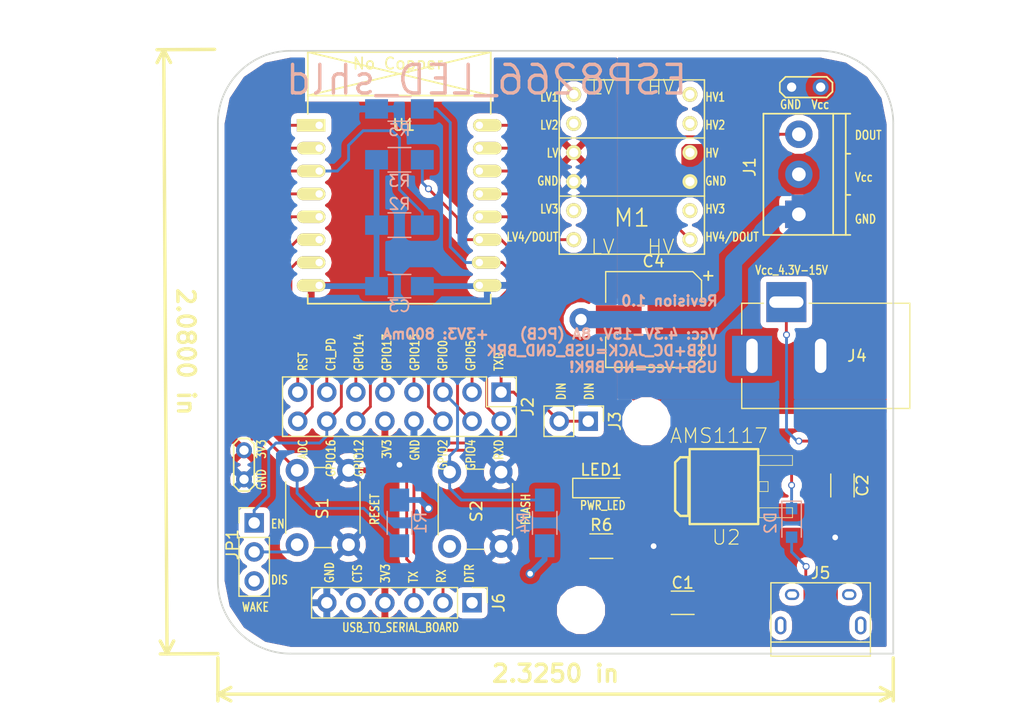
<source format=kicad_pcb>
(kicad_pcb (version 4) (host pcbnew 4.0.6)

  (general
    (links 71)
    (no_connects 3)
    (area 158.674999 80.569999 217.880001 133.425001)
    (thickness 1.6)
    (drawings 27)
    (tracks 248)
    (zones 0)
    (modules 28)
    (nets 33)
  )

  (page A4)
  (layers
    (0 F.Cu signal)
    (31 B.Cu signal)
    (32 B.Adhes user)
    (33 F.Adhes user)
    (34 B.Paste user)
    (35 F.Paste user)
    (36 B.SilkS user)
    (37 F.SilkS user)
    (38 B.Mask user)
    (39 F.Mask user)
    (40 Dwgs.User user)
    (41 Cmts.User user)
    (42 Eco1.User user)
    (43 Eco2.User user)
    (44 Edge.Cuts user)
    (45 Margin user)
    (46 B.CrtYd user)
    (47 F.CrtYd user)
    (48 B.Fab user)
    (49 F.Fab user)
  )

  (setup
    (last_trace_width 0.25)
    (trace_clearance 0.2)
    (zone_clearance 0.508)
    (zone_45_only yes)
    (trace_min 0.2)
    (segment_width 0.2)
    (edge_width 0.15)
    (via_size 0.6)
    (via_drill 0.4)
    (via_min_size 0.6)
    (via_min_drill 0.3)
    (uvia_size 0.3)
    (uvia_drill 0.1)
    (uvias_allowed no)
    (uvia_min_size 0.2)
    (uvia_min_drill 0.1)
    (pcb_text_width 0.3)
    (pcb_text_size 1.5 1.5)
    (mod_edge_width 0.15)
    (mod_text_size 1 1)
    (mod_text_width 0.15)
    (pad_size 1.4 1.4)
    (pad_drill 0.8128)
    (pad_to_mask_clearance 0.2)
    (aux_axis_origin 0 0)
    (visible_elements 7FFFFFFF)
    (pcbplotparams
      (layerselection 0x00030_80000001)
      (usegerberextensions false)
      (excludeedgelayer true)
      (linewidth 0.100000)
      (plotframeref false)
      (viasonmask false)
      (mode 1)
      (useauxorigin false)
      (hpglpennumber 1)
      (hpglpenspeed 20)
      (hpglpendiameter 15)
      (hpglpenoverlay 2)
      (psnegative false)
      (psa4output false)
      (plotreference true)
      (plotvalue true)
      (plotinvisibletext false)
      (padsonsilk false)
      (subtractmaskfromsilk false)
      (outputformat 1)
      (mirror false)
      (drillshape 1)
      (scaleselection 1)
      (outputdirectory ""))
  )

  (net 0 "")
  (net 1 Vin)
  (net 2 GND)
  (net 3 DOUT)
  (net 4 DIN)
  (net 5 GPIO15)
  (net 6 GPIO2)
  (net 7 GPIO0)
  (net 8 GPIO4)
  (net 9 GPIO5)
  (net 10 RXD)
  (net 11 TXD)
  (net 12 REST)
  (net 13 ADC)
  (net 14 CH_PD)
  (net 15 GPIO16)
  (net 16 GPIO14)
  (net 17 GPIO12)
  (net 18 GPIO13)
  (net 19 GNDBREAK)
  (net 20 "Net-(M1-PadP$1)")
  (net 21 "Net-(M1-PadP$2)")
  (net 22 "Net-(M1-PadP$5)")
  (net 23 "Net-(M1-PadP$8)")
  (net 24 "Net-(M1-PadP$11)")
  (net 25 "Net-(M1-PadP$12)")
  (net 26 +3V3)
  (net 27 "Net-(J5-PadD+)")
  (net 28 "Net-(J5-PadD-)")
  (net 29 "Net-(LED1-Pad1)")
  (net 30 "Net-(D2-Pad2)")
  (net 31 /DTR)
  (net 32 /CTS)

  (net_class Default "This is the default net class."
    (clearance 0.2)
    (trace_width 0.25)
    (via_dia 0.6)
    (via_drill 0.4)
    (uvia_dia 0.3)
    (uvia_drill 0.1)
    (add_net /CTS)
    (add_net /DTR)
    (add_net ADC)
    (add_net CH_PD)
    (add_net DIN)
    (add_net DOUT)
    (add_net GNDBREAK)
    (add_net GPIO0)
    (add_net GPIO12)
    (add_net GPIO13)
    (add_net GPIO14)
    (add_net GPIO15)
    (add_net GPIO16)
    (add_net GPIO2)
    (add_net GPIO4)
    (add_net GPIO5)
    (add_net "Net-(D2-Pad2)")
    (add_net "Net-(J5-PadD+)")
    (add_net "Net-(J5-PadD-)")
    (add_net "Net-(LED1-Pad1)")
    (add_net "Net-(M1-PadP$1)")
    (add_net "Net-(M1-PadP$11)")
    (add_net "Net-(M1-PadP$12)")
    (add_net "Net-(M1-PadP$2)")
    (add_net "Net-(M1-PadP$5)")
    (add_net "Net-(M1-PadP$8)")
    (add_net REST)
    (add_net RXD)
    (add_net TXD)
  )

  (net_class Power ""
    (clearance 0.4)
    (trace_width 0.5)
    (via_dia 0.8)
    (via_drill 0.5)
    (uvia_dia 0.3)
    (uvia_drill 0.1)
    (add_net +3V3)
    (add_net GND)
  )

  (net_class Power2 ""
    (clearance 0.6)
    (trace_width 1.5)
    (via_dia 2)
    (via_drill 1.5)
    (uvia_dia 0.5)
    (uvia_drill 0.1)
    (add_net Vin)
  )

  (module Measurement_Points:Test_Point_2Pads (layer F.Cu) (tedit 58E26EF6) (tstamp 58E26ED5)
    (at 211.455 83.82 180)
    (descr "Connecteurs 2 pins")
    (tags "CONN DEV")
    (attr virtual)
    (fp_text reference T1 (at 1.27 -2 180) (layer F.SilkS) hide
      (effects (font (size 1 1) (thickness 0.15)))
    )
    (fp_text value Test_Point_2Pads (at 1.27 2 180) (layer F.Fab)
      (effects (font (size 1 1) (thickness 0.15)))
    )
    (fp_line (start -0.65 1.15) (end 3.15 1.15) (layer F.CrtYd) (width 0.05))
    (fp_line (start 3.15 1.15) (end 3.8 0.5) (layer F.CrtYd) (width 0.05))
    (fp_line (start 3.8 0.5) (end 3.8 -0.5) (layer F.CrtYd) (width 0.05))
    (fp_line (start 3.8 -0.5) (end 3.15 -1.15) (layer F.CrtYd) (width 0.05))
    (fp_line (start 3.15 -1.15) (end -0.65 -1.15) (layer F.CrtYd) (width 0.05))
    (fp_line (start -0.65 -1.15) (end -1.3 -0.5) (layer F.CrtYd) (width 0.05))
    (fp_line (start -1.3 -0.5) (end -1.3 0.5) (layer F.CrtYd) (width 0.05))
    (fp_line (start -1.3 0.5) (end -0.65 1.15) (layer F.CrtYd) (width 0.05))
    (fp_line (start -0.53 -0.9) (end 3.07 -0.9) (layer F.SilkS) (width 0.15))
    (fp_line (start 3.07 -0.9) (end 3.57 -0.4) (layer F.SilkS) (width 0.15))
    (fp_line (start 3.57 -0.4) (end 3.57 0.4) (layer F.SilkS) (width 0.15))
    (fp_line (start 3.57 0.4) (end 3.07 0.9) (layer F.SilkS) (width 0.15))
    (fp_line (start 3.07 0.9) (end -0.53 0.9) (layer F.SilkS) (width 0.15))
    (fp_line (start -0.53 0.9) (end -1.03 0.4) (layer F.SilkS) (width 0.15))
    (fp_line (start -1.03 0.4) (end -1.03 -0.4) (layer F.SilkS) (width 0.15))
    (fp_line (start -1.03 -0.4) (end -0.53 -0.9) (layer F.SilkS) (width 0.15))
    (pad 1 thru_hole circle (at 0 0 180) (size 1.4 1.4) (drill 0.8128) (layers *.Cu *.Mask)
      (net 1 Vin))
    (pad 2 thru_hole circle (at 2.54 0 180) (size 1.4 1.4) (drill 0.8128) (layers *.Cu *.Mask)
      (net 2 GND))
  )

  (module Mounting_Holes:MountingHole_3.2mm_M3 (layer F.Cu) (tedit 58E106A9) (tstamp 59008B74)
    (at 196.215 113.03)
    (descr "Mounting Hole 3.2mm, no annular, M3")
    (tags "mounting hole 3.2mm no annular m3")
    (fp_text reference MH1 (at 0 -4.2) (layer F.SilkS) hide
      (effects (font (size 1 1) (thickness 0.15)))
    )
    (fp_text value MountingHole_3.2mm_M3 (at 0 4.2) (layer F.Fab)
      (effects (font (size 1 1) (thickness 0.15)))
    )
    (fp_circle (center 0 0) (end 3.2 0) (layer Cmts.User) (width 0.15))
    (fp_circle (center 0 0) (end 3.45 0) (layer F.CrtYd) (width 0.05))
    (pad 1 np_thru_hole circle (at 0 0) (size 3.2 3.2) (drill 3.2) (layers *.Cu *.Mask))
  )

  (module ESP8266:ESP-07v2 (layer F.Cu) (tedit 556A0367) (tstamp 58E3C7C6)
    (at 167.61 87.155)
    (descr "Module, ESP-8266, ESP-07v2, 16 pad, SMD")
    (tags "Module ESP-8266 ESP8266")
    (path /58DD4D55)
    (fp_text reference U1 (at 7.396 -0.033) (layer F.SilkS)
      (effects (font (size 1 1) (thickness 0.15)))
    )
    (fp_text value ESP-07v2 (at 7.25 2.25) (layer F.Fab)
      (effects (font (size 1 1) (thickness 0.15)))
    )
    (fp_line (start -2.25 -0.5) (end -2.25 -6.65) (layer F.CrtYd) (width 0.05))
    (fp_line (start -2.25 -6.65) (end 16.25 -6.65) (layer F.CrtYd) (width 0.05))
    (fp_line (start 16.25 -6.65) (end 16.25 16) (layer F.CrtYd) (width 0.05))
    (fp_line (start 16.25 16) (end -2.25 16) (layer F.CrtYd) (width 0.05))
    (fp_line (start -2.25 16) (end -2.25 -0.5) (layer F.CrtYd) (width 0.05))
    (fp_line (start -1 -6.4) (end 15 -6.4) (layer F.SilkS) (width 0.1524))
    (fp_line (start 15 -6.4) (end 15 -1) (layer F.SilkS) (width 0.1524))
    (fp_line (start -1 -6.4) (end -1 -1) (layer F.SilkS) (width 0.1524))
    (fp_line (start -1 14.8) (end -1 15.6) (layer F.SilkS) (width 0.1524))
    (fp_line (start -1 15.6) (end 15 15.6) (layer F.SilkS) (width 0.1524))
    (fp_line (start 15 15.6) (end 15 14.8) (layer F.SilkS) (width 0.1524))
    (fp_line (start 15 -6.4) (end -1 -2.6) (layer F.SilkS) (width 0.1524))
    (fp_line (start -1 -6.4) (end 15 -2.6) (layer F.SilkS) (width 0.1524))
    (fp_text user "No Copper" (at 6.892 -5.4) (layer F.SilkS)
      (effects (font (size 1 1) (thickness 0.15)))
    )
    (fp_line (start -1.008 -2.6) (end 14.992 -2.6) (layer F.SilkS) (width 0.1524))
    (fp_line (start 15 -6.4) (end 15 15.6) (layer F.Fab) (width 0.05))
    (fp_line (start 15 15.6) (end -1 15.6) (layer F.Fab) (width 0.05))
    (fp_line (start -1.008 15.6) (end -1.008 -6.4) (layer F.Fab) (width 0.05))
    (fp_line (start -1 -6.4) (end 15 -6.4) (layer F.Fab) (width 0.05))
    (pad 1 thru_hole rect (at 0 0) (size 2.5 1.1) (drill 0.65 (offset -0.7 0)) (layers *.Cu *.Mask F.SilkS)
      (net 12 REST))
    (pad 2 thru_hole oval (at 0 2) (size 2.5 1.1) (drill 0.65 (offset -0.7 0)) (layers *.Cu *.Mask F.SilkS)
      (net 13 ADC))
    (pad 3 thru_hole oval (at 0 4) (size 2.5 1.1) (drill 0.65 (offset -0.7 0)) (layers *.Cu *.Mask F.SilkS)
      (net 14 CH_PD))
    (pad 4 thru_hole oval (at 0 6) (size 2.5 1.1) (drill 0.65 (offset -0.7 0)) (layers *.Cu *.Mask F.SilkS)
      (net 15 GPIO16))
    (pad 5 thru_hole oval (at 0 8) (size 2.5 1.1) (drill 0.65 (offset -0.7 0)) (layers *.Cu *.Mask F.SilkS)
      (net 16 GPIO14))
    (pad 6 thru_hole oval (at 0 10) (size 2.5 1.1) (drill 0.65 (offset -0.7 0)) (layers *.Cu *.Mask F.SilkS)
      (net 17 GPIO12))
    (pad 7 thru_hole oval (at 0 12) (size 2.5 1.1) (drill 0.65 (offset -0.7 0)) (layers *.Cu *.Mask F.SilkS)
      (net 18 GPIO13))
    (pad 8 thru_hole oval (at 0 14) (size 2.5 1.1) (drill 0.65 (offset -0.7 0)) (layers *.Cu *.Mask F.SilkS)
      (net 26 +3V3))
    (pad 9 thru_hole oval (at 14 14) (size 2.5 1.1) (drill 0.65 (offset 0.7 0)) (layers *.Cu *.Mask F.SilkS)
      (net 2 GND))
    (pad 10 thru_hole oval (at 14 12) (size 2.5 1.1) (drill 0.65 (offset 0.6 0)) (layers *.Cu *.Mask F.SilkS)
      (net 5 GPIO15))
    (pad 11 thru_hole oval (at 14 10) (size 2.5 1.1) (drill 0.65 (offset 0.7 0)) (layers *.Cu *.Mask F.SilkS)
      (net 6 GPIO2))
    (pad 12 thru_hole oval (at 14 8) (size 2.5 1.1) (drill 0.65 (offset 0.7 0)) (layers *.Cu *.Mask F.SilkS)
      (net 7 GPIO0))
    (pad 13 thru_hole oval (at 14 6) (size 2.5 1.1) (drill 0.65 (offset 0.7 0)) (layers *.Cu *.Mask F.SilkS)
      (net 8 GPIO4))
    (pad 14 thru_hole oval (at 14 4) (size 2.5 1.1) (drill 0.65 (offset 0.7 0)) (layers *.Cu *.Mask F.SilkS)
      (net 9 GPIO5))
    (pad 15 thru_hole oval (at 14 2) (size 2.5 1.1) (drill 0.65 (offset 0.7 0)) (layers *.Cu *.Mask F.SilkS)
      (net 10 RXD))
    (pad 16 thru_hole oval (at 14 0) (size 2.5 1.1) (drill 0.65 (offset 0.7 0)) (layers *.Cu *.Mask F.SilkS)
      (net 11 TXD))
    (model ${ESPLIB}/ESP8266.3dshapes/ESP-07v2.wrl
      (at (xyz 0 0 0))
      (scale (xyz 0.3937 0.3937 0.3937))
      (rotate (xyz 0 0 0))
    )
  )

  (module Capacitors_SMD:C_1206_HandSoldering (layer F.Cu) (tedit 58AA84D1) (tstamp 58E3C709)
    (at 199.39 128.905)
    (descr "Capacitor SMD 1206, hand soldering")
    (tags "capacitor 1206")
    (path /58DD5CDD)
    (attr smd)
    (fp_text reference C1 (at 0 -1.75) (layer F.SilkS)
      (effects (font (size 1 1) (thickness 0.15)))
    )
    (fp_text value 220uF (at 0 2) (layer F.Fab)
      (effects (font (size 1 1) (thickness 0.15)))
    )
    (fp_text user %R (at 0 -1.75) (layer F.Fab)
      (effects (font (size 1 1) (thickness 0.15)))
    )
    (fp_line (start -1.6 0.8) (end -1.6 -0.8) (layer F.Fab) (width 0.1))
    (fp_line (start 1.6 0.8) (end -1.6 0.8) (layer F.Fab) (width 0.1))
    (fp_line (start 1.6 -0.8) (end 1.6 0.8) (layer F.Fab) (width 0.1))
    (fp_line (start -1.6 -0.8) (end 1.6 -0.8) (layer F.Fab) (width 0.1))
    (fp_line (start 1 -1.02) (end -1 -1.02) (layer F.SilkS) (width 0.12))
    (fp_line (start -1 1.02) (end 1 1.02) (layer F.SilkS) (width 0.12))
    (fp_line (start -3.25 -1.05) (end 3.25 -1.05) (layer F.CrtYd) (width 0.05))
    (fp_line (start -3.25 -1.05) (end -3.25 1.05) (layer F.CrtYd) (width 0.05))
    (fp_line (start 3.25 1.05) (end 3.25 -1.05) (layer F.CrtYd) (width 0.05))
    (fp_line (start 3.25 1.05) (end -3.25 1.05) (layer F.CrtYd) (width 0.05))
    (pad 1 smd rect (at -2 0) (size 2 1.6) (layers F.Cu F.Paste F.Mask)
      (net 26 +3V3))
    (pad 2 smd rect (at 2 0) (size 2 1.6) (layers F.Cu F.Paste F.Mask)
      (net 2 GND))
    (model Capacitors_SMD.3dshapes/C_1206.wrl
      (at (xyz 0 0 0))
      (scale (xyz 1 1 1))
      (rotate (xyz 0 0 0))
    )
  )

  (module Capacitors_SMD:C_1206_HandSoldering (layer F.Cu) (tedit 58AA84D1) (tstamp 58E3C70F)
    (at 213.36 118.65 270)
    (descr "Capacitor SMD 1206, hand soldering")
    (tags "capacitor 1206")
    (path /58DD5DC2)
    (attr smd)
    (fp_text reference C2 (at 0 -1.75 270) (layer F.SilkS)
      (effects (font (size 1 1) (thickness 0.15)))
    )
    (fp_text value 220uF (at 0 2 270) (layer F.Fab)
      (effects (font (size 1 1) (thickness 0.15)))
    )
    (fp_text user %R (at 0 -1.75 270) (layer F.Fab)
      (effects (font (size 1 1) (thickness 0.15)))
    )
    (fp_line (start -1.6 0.8) (end -1.6 -0.8) (layer F.Fab) (width 0.1))
    (fp_line (start 1.6 0.8) (end -1.6 0.8) (layer F.Fab) (width 0.1))
    (fp_line (start 1.6 -0.8) (end 1.6 0.8) (layer F.Fab) (width 0.1))
    (fp_line (start -1.6 -0.8) (end 1.6 -0.8) (layer F.Fab) (width 0.1))
    (fp_line (start 1 -1.02) (end -1 -1.02) (layer F.SilkS) (width 0.12))
    (fp_line (start -1 1.02) (end 1 1.02) (layer F.SilkS) (width 0.12))
    (fp_line (start -3.25 -1.05) (end 3.25 -1.05) (layer F.CrtYd) (width 0.05))
    (fp_line (start -3.25 -1.05) (end -3.25 1.05) (layer F.CrtYd) (width 0.05))
    (fp_line (start 3.25 1.05) (end 3.25 -1.05) (layer F.CrtYd) (width 0.05))
    (fp_line (start 3.25 1.05) (end -3.25 1.05) (layer F.CrtYd) (width 0.05))
    (pad 1 smd rect (at -2 0 270) (size 2 1.6) (layers F.Cu F.Paste F.Mask)
      (net 1 Vin))
    (pad 2 smd rect (at 2 0 270) (size 2 1.6) (layers F.Cu F.Paste F.Mask)
      (net 2 GND))
    (model Capacitors_SMD.3dshapes/C_1206.wrl
      (at (xyz 0 0 0))
      (scale (xyz 1 1 1))
      (rotate (xyz 0 0 0))
    )
  )

  (module Capacitors_SMD:C_1206_HandSoldering (layer B.Cu) (tedit 58AA84D1) (tstamp 58E3C715)
    (at 174.625 101.219)
    (descr "Capacitor SMD 1206, hand soldering")
    (tags "capacitor 1206")
    (path /58DD5D86)
    (attr smd)
    (fp_text reference C3 (at 0 1.75) (layer B.SilkS)
      (effects (font (size 1 1) (thickness 0.15)) (justify mirror))
    )
    (fp_text value 220uF (at 0 -2) (layer B.Fab)
      (effects (font (size 1 1) (thickness 0.15)) (justify mirror))
    )
    (fp_text user %R (at 0 1.75) (layer B.Fab)
      (effects (font (size 1 1) (thickness 0.15)) (justify mirror))
    )
    (fp_line (start -1.6 -0.8) (end -1.6 0.8) (layer B.Fab) (width 0.1))
    (fp_line (start 1.6 -0.8) (end -1.6 -0.8) (layer B.Fab) (width 0.1))
    (fp_line (start 1.6 0.8) (end 1.6 -0.8) (layer B.Fab) (width 0.1))
    (fp_line (start -1.6 0.8) (end 1.6 0.8) (layer B.Fab) (width 0.1))
    (fp_line (start 1 1.02) (end -1 1.02) (layer B.SilkS) (width 0.12))
    (fp_line (start -1 -1.02) (end 1 -1.02) (layer B.SilkS) (width 0.12))
    (fp_line (start -3.25 1.05) (end 3.25 1.05) (layer B.CrtYd) (width 0.05))
    (fp_line (start -3.25 1.05) (end -3.25 -1.05) (layer B.CrtYd) (width 0.05))
    (fp_line (start 3.25 -1.05) (end 3.25 1.05) (layer B.CrtYd) (width 0.05))
    (fp_line (start 3.25 -1.05) (end -3.25 -1.05) (layer B.CrtYd) (width 0.05))
    (pad 1 smd rect (at -2 0) (size 2 1.6) (layers B.Cu B.Paste B.Mask)
      (net 26 +3V3))
    (pad 2 smd rect (at 2 0) (size 2 1.6) (layers B.Cu B.Paste B.Mask)
      (net 2 GND))
    (model Capacitors_SMD.3dshapes/C_1206.wrl
      (at (xyz 0 0 0))
      (scale (xyz 1 1 1))
      (rotate (xyz 0 0 0))
    )
  )

  (module Connectors_Terminal_Blocks:TerminalBlock_Pheonix_PT-3.5mm_3pol (layer F.Cu) (tedit 56301605) (tstamp 58E3C728)
    (at 209.55 94.94 90)
    (descr "3-way 3.5mm pitch terminal block, Phoenix PT series")
    (path /58DD5E88)
    (fp_text reference J1 (at 4.135 -4.3 90) (layer F.SilkS)
      (effects (font (size 1 1) (thickness 0.15)))
    )
    (fp_text value Pwr_Dat_Out (at 3.5 6 90) (layer F.Fab)
      (effects (font (size 1 1) (thickness 0.15)))
    )
    (fp_line (start -2 -3.3) (end 9 -3.3) (layer F.CrtYd) (width 0.05))
    (fp_line (start -2 4.7) (end -2 -3.3) (layer F.CrtYd) (width 0.05))
    (fp_line (start 9 4.7) (end -2 4.7) (layer F.CrtYd) (width 0.05))
    (fp_line (start 9 -3.3) (end 9 4.7) (layer F.CrtYd) (width 0.05))
    (fp_line (start 1.7 4.1) (end 1.7 4.5) (layer F.SilkS) (width 0.15))
    (fp_line (start 5.3 4.1) (end 5.3 4.5) (layer F.SilkS) (width 0.15))
    (fp_line (start -1.8 3) (end 8.8 3) (layer F.SilkS) (width 0.15))
    (fp_line (start -1.8 4.1) (end 8.8 4.1) (layer F.SilkS) (width 0.15))
    (fp_line (start -1.8 -3.1) (end -1.8 4.5) (layer F.SilkS) (width 0.15))
    (fp_line (start 8.8 4.5) (end 8.8 -3.1) (layer F.SilkS) (width 0.15))
    (fp_line (start 8.8 -3.1) (end -1.8 -3.1) (layer F.SilkS) (width 0.15))
    (pad 2 thru_hole circle (at 3.5 0 90) (size 2.4 2.4) (drill 1.2) (layers *.Cu *.Mask)
      (net 1 Vin))
    (pad 3 thru_hole circle (at 7 0 90) (size 2.4 2.4) (drill 1.2) (layers *.Cu *.Mask)
      (net 3 DOUT))
    (pad 1 thru_hole rect (at 0 0 90) (size 2.4 2.4) (drill 1.2) (layers *.Cu *.Mask)
      (net 2 GND))
    (model Terminal_Blocks.3dshapes/TerminalBlock_Pheonix_PT-3.5mm_3pol.wrl
      (at (xyz 0 0 0))
      (scale (xyz 1 1 1))
      (rotate (xyz 0 0 0))
    )
  )

  (module LEDs:LED_1206 (layer F.Cu) (tedit 57FE943C) (tstamp 58E3C760)
    (at 192.278 118.872)
    (descr "LED 1206 smd package")
    (tags "LED led 1206 SMD smd SMT smt smdled SMDLED smtled SMTLED")
    (path /58DD5EB7)
    (attr smd)
    (fp_text reference LED1 (at 0 -1.6) (layer F.SilkS)
      (effects (font (size 1 1) (thickness 0.15)))
    )
    (fp_text value LED1206 (at 0 1.7) (layer F.Fab)
      (effects (font (size 1 1) (thickness 0.15)))
    )
    (fp_line (start -2.5 -0.85) (end -2.5 0.85) (layer F.SilkS) (width 0.12))
    (fp_line (start -0.45 -0.4) (end -0.45 0.4) (layer F.Fab) (width 0.1))
    (fp_line (start -0.4 0) (end 0.2 -0.4) (layer F.Fab) (width 0.1))
    (fp_line (start 0.2 0.4) (end -0.4 0) (layer F.Fab) (width 0.1))
    (fp_line (start 0.2 -0.4) (end 0.2 0.4) (layer F.Fab) (width 0.1))
    (fp_line (start 1.6 0.8) (end -1.6 0.8) (layer F.Fab) (width 0.1))
    (fp_line (start 1.6 -0.8) (end 1.6 0.8) (layer F.Fab) (width 0.1))
    (fp_line (start -1.6 -0.8) (end 1.6 -0.8) (layer F.Fab) (width 0.1))
    (fp_line (start -1.6 0.8) (end -1.6 -0.8) (layer F.Fab) (width 0.1))
    (fp_line (start -2.45 0.85) (end 1.6 0.85) (layer F.SilkS) (width 0.12))
    (fp_line (start -2.45 -0.85) (end 1.6 -0.85) (layer F.SilkS) (width 0.12))
    (fp_line (start 2.65 -1) (end 2.65 1) (layer F.CrtYd) (width 0.05))
    (fp_line (start 2.65 1) (end -2.65 1) (layer F.CrtYd) (width 0.05))
    (fp_line (start -2.65 1) (end -2.65 -1) (layer F.CrtYd) (width 0.05))
    (fp_line (start -2.65 -1) (end 2.65 -1) (layer F.CrtYd) (width 0.05))
    (pad 2 smd rect (at 1.65 0 180) (size 1.5 1.5) (layers F.Cu F.Paste F.Mask)
      (net 26 +3V3))
    (pad 1 smd rect (at -1.65 0 180) (size 1.5 1.5) (layers F.Cu F.Paste F.Mask)
      (net 29 "Net-(LED1-Pad1)"))
    (model LEDs.3dshapes/LED_1206.wrl
      (at (xyz 0 0 0))
      (scale (xyz 1 1 1))
      (rotate (xyz 0 0 180))
    )
  )

  (module Resistors_SMD:R_1206_HandSoldering (layer B.Cu) (tedit 58AADA36) (tstamp 58E3C784)
    (at 174.625 121.92 90)
    (descr "Resistor SMD 1206, hand soldering")
    (tags "resistor 1206")
    (path /58DEC57D)
    (attr smd)
    (fp_text reference R1 (at 0 1.85 90) (layer B.SilkS)
      (effects (font (size 1 1) (thickness 0.15)) (justify mirror))
    )
    (fp_text value 10K (at 0 -1.9 90) (layer B.Fab)
      (effects (font (size 1 1) (thickness 0.15)) (justify mirror))
    )
    (fp_text user %R (at 0 1.85 90) (layer B.Fab)
      (effects (font (size 1 1) (thickness 0.15)) (justify mirror))
    )
    (fp_line (start -1.6 -0.8) (end -1.6 0.8) (layer B.Fab) (width 0.1))
    (fp_line (start 1.6 -0.8) (end -1.6 -0.8) (layer B.Fab) (width 0.1))
    (fp_line (start 1.6 0.8) (end 1.6 -0.8) (layer B.Fab) (width 0.1))
    (fp_line (start -1.6 0.8) (end 1.6 0.8) (layer B.Fab) (width 0.1))
    (fp_line (start 1 -1.07) (end -1 -1.07) (layer B.SilkS) (width 0.12))
    (fp_line (start -1 1.07) (end 1 1.07) (layer B.SilkS) (width 0.12))
    (fp_line (start -3.25 1.11) (end 3.25 1.11) (layer B.CrtYd) (width 0.05))
    (fp_line (start -3.25 1.11) (end -3.25 -1.1) (layer B.CrtYd) (width 0.05))
    (fp_line (start 3.25 -1.1) (end 3.25 1.11) (layer B.CrtYd) (width 0.05))
    (fp_line (start 3.25 -1.1) (end -3.25 -1.1) (layer B.CrtYd) (width 0.05))
    (pad 1 smd rect (at -2 0 90) (size 2 1.7) (layers B.Cu B.Paste B.Mask)
      (net 12 REST))
    (pad 2 smd rect (at 2 0 90) (size 2 1.7) (layers B.Cu B.Paste B.Mask)
      (net 26 +3V3))
    (model Resistors_SMD.3dshapes/R_1206.wrl
      (at (xyz 0 0 0))
      (scale (xyz 1 1 1))
      (rotate (xyz 0 0 0))
    )
  )

  (module Resistors_SMD:R_1206_HandSoldering (layer B.Cu) (tedit 58AADA36) (tstamp 58E3C78A)
    (at 174.625 95.885 180)
    (descr "Resistor SMD 1206, hand soldering")
    (tags "resistor 1206")
    (path /58DECA9D)
    (attr smd)
    (fp_text reference R2 (at 0 1.85 180) (layer B.SilkS)
      (effects (font (size 1 1) (thickness 0.15)) (justify mirror))
    )
    (fp_text value 10K (at 0 -1.9 180) (layer B.Fab)
      (effects (font (size 1 1) (thickness 0.15)) (justify mirror))
    )
    (fp_text user %R (at 0 1.85 180) (layer B.Fab)
      (effects (font (size 1 1) (thickness 0.15)) (justify mirror))
    )
    (fp_line (start -1.6 -0.8) (end -1.6 0.8) (layer B.Fab) (width 0.1))
    (fp_line (start 1.6 -0.8) (end -1.6 -0.8) (layer B.Fab) (width 0.1))
    (fp_line (start 1.6 0.8) (end 1.6 -0.8) (layer B.Fab) (width 0.1))
    (fp_line (start -1.6 0.8) (end 1.6 0.8) (layer B.Fab) (width 0.1))
    (fp_line (start 1 -1.07) (end -1 -1.07) (layer B.SilkS) (width 0.12))
    (fp_line (start -1 1.07) (end 1 1.07) (layer B.SilkS) (width 0.12))
    (fp_line (start -3.25 1.11) (end 3.25 1.11) (layer B.CrtYd) (width 0.05))
    (fp_line (start -3.25 1.11) (end -3.25 -1.1) (layer B.CrtYd) (width 0.05))
    (fp_line (start 3.25 -1.1) (end 3.25 1.11) (layer B.CrtYd) (width 0.05))
    (fp_line (start 3.25 -1.1) (end -3.25 -1.1) (layer B.CrtYd) (width 0.05))
    (pad 1 smd rect (at -2 0 180) (size 2 1.7) (layers B.Cu B.Paste B.Mask)
      (net 14 CH_PD))
    (pad 2 smd rect (at 2 0 180) (size 2 1.7) (layers B.Cu B.Paste B.Mask)
      (net 26 +3V3))
    (model Resistors_SMD.3dshapes/R_1206.wrl
      (at (xyz 0 0 0))
      (scale (xyz 1 1 1))
      (rotate (xyz 0 0 0))
    )
  )

  (module Resistors_SMD:R_1206_HandSoldering (layer B.Cu) (tedit 58AADA36) (tstamp 58E3C790)
    (at 174.625 90.17)
    (descr "Resistor SMD 1206, hand soldering")
    (tags "resistor 1206")
    (path /58DE5680)
    (attr smd)
    (fp_text reference R3 (at 0 1.85) (layer B.SilkS)
      (effects (font (size 1 1) (thickness 0.15)) (justify mirror))
    )
    (fp_text value 10K (at 0 -1.9) (layer B.Fab)
      (effects (font (size 1 1) (thickness 0.15)) (justify mirror))
    )
    (fp_text user %R (at 0 1.85) (layer B.Fab)
      (effects (font (size 1 1) (thickness 0.15)) (justify mirror))
    )
    (fp_line (start -1.6 -0.8) (end -1.6 0.8) (layer B.Fab) (width 0.1))
    (fp_line (start 1.6 -0.8) (end -1.6 -0.8) (layer B.Fab) (width 0.1))
    (fp_line (start 1.6 0.8) (end 1.6 -0.8) (layer B.Fab) (width 0.1))
    (fp_line (start -1.6 0.8) (end 1.6 0.8) (layer B.Fab) (width 0.1))
    (fp_line (start 1 -1.07) (end -1 -1.07) (layer B.SilkS) (width 0.12))
    (fp_line (start -1 1.07) (end 1 1.07) (layer B.SilkS) (width 0.12))
    (fp_line (start -3.25 1.11) (end 3.25 1.11) (layer B.CrtYd) (width 0.05))
    (fp_line (start -3.25 1.11) (end -3.25 -1.1) (layer B.CrtYd) (width 0.05))
    (fp_line (start 3.25 -1.1) (end 3.25 1.11) (layer B.CrtYd) (width 0.05))
    (fp_line (start 3.25 -1.1) (end -3.25 -1.1) (layer B.CrtYd) (width 0.05))
    (pad 1 smd rect (at -2 0) (size 2 1.7) (layers B.Cu B.Paste B.Mask)
      (net 26 +3V3))
    (pad 2 smd rect (at 2 0) (size 2 1.7) (layers B.Cu B.Paste B.Mask)
      (net 6 GPIO2))
    (model Resistors_SMD.3dshapes/R_1206.wrl
      (at (xyz 0 0 0))
      (scale (xyz 1 1 1))
      (rotate (xyz 0 0 0))
    )
  )

  (module Resistors_SMD:R_1206_HandSoldering (layer B.Cu) (tedit 58AADA36) (tstamp 58E3C796)
    (at 187.325 121.92 270)
    (descr "Resistor SMD 1206, hand soldering")
    (tags "resistor 1206")
    (path /58DEB452)
    (attr smd)
    (fp_text reference R4 (at 0 1.85 270) (layer B.SilkS)
      (effects (font (size 1 1) (thickness 0.15)) (justify mirror))
    )
    (fp_text value 10K (at 0 -1.9 270) (layer B.Fab)
      (effects (font (size 1 1) (thickness 0.15)) (justify mirror))
    )
    (fp_text user %R (at 0 1.85 270) (layer B.Fab)
      (effects (font (size 1 1) (thickness 0.15)) (justify mirror))
    )
    (fp_line (start -1.6 -0.8) (end -1.6 0.8) (layer B.Fab) (width 0.1))
    (fp_line (start 1.6 -0.8) (end -1.6 -0.8) (layer B.Fab) (width 0.1))
    (fp_line (start 1.6 0.8) (end 1.6 -0.8) (layer B.Fab) (width 0.1))
    (fp_line (start -1.6 0.8) (end 1.6 0.8) (layer B.Fab) (width 0.1))
    (fp_line (start 1 -1.07) (end -1 -1.07) (layer B.SilkS) (width 0.12))
    (fp_line (start -1 1.07) (end 1 1.07) (layer B.SilkS) (width 0.12))
    (fp_line (start -3.25 1.11) (end 3.25 1.11) (layer B.CrtYd) (width 0.05))
    (fp_line (start -3.25 1.11) (end -3.25 -1.1) (layer B.CrtYd) (width 0.05))
    (fp_line (start 3.25 -1.1) (end 3.25 1.11) (layer B.CrtYd) (width 0.05))
    (fp_line (start 3.25 -1.1) (end -3.25 -1.1) (layer B.CrtYd) (width 0.05))
    (pad 1 smd rect (at -2 0 270) (size 2 1.7) (layers B.Cu B.Paste B.Mask)
      (net 7 GPIO0))
    (pad 2 smd rect (at 2 0 270) (size 2 1.7) (layers B.Cu B.Paste B.Mask)
      (net 26 +3V3))
    (model Resistors_SMD.3dshapes/R_1206.wrl
      (at (xyz 0 0 0))
      (scale (xyz 1 1 1))
      (rotate (xyz 0 0 0))
    )
  )

  (module Resistors_SMD:R_1206_HandSoldering (layer B.Cu) (tedit 58AADA36) (tstamp 58E3C79C)
    (at 174.625 85.725)
    (descr "Resistor SMD 1206, hand soldering")
    (tags "resistor 1206")
    (path /58DE7FCE)
    (attr smd)
    (fp_text reference R5 (at 0 1.85) (layer B.SilkS)
      (effects (font (size 1 1) (thickness 0.15)) (justify mirror))
    )
    (fp_text value 10K (at 0 -1.9) (layer B.Fab)
      (effects (font (size 1 1) (thickness 0.15)) (justify mirror))
    )
    (fp_text user %R (at 0 1.85) (layer B.Fab)
      (effects (font (size 1 1) (thickness 0.15)) (justify mirror))
    )
    (fp_line (start -1.6 -0.8) (end -1.6 0.8) (layer B.Fab) (width 0.1))
    (fp_line (start 1.6 -0.8) (end -1.6 -0.8) (layer B.Fab) (width 0.1))
    (fp_line (start 1.6 0.8) (end 1.6 -0.8) (layer B.Fab) (width 0.1))
    (fp_line (start -1.6 0.8) (end 1.6 0.8) (layer B.Fab) (width 0.1))
    (fp_line (start 1 -1.07) (end -1 -1.07) (layer B.SilkS) (width 0.12))
    (fp_line (start -1 1.07) (end 1 1.07) (layer B.SilkS) (width 0.12))
    (fp_line (start -3.25 1.11) (end 3.25 1.11) (layer B.CrtYd) (width 0.05))
    (fp_line (start -3.25 1.11) (end -3.25 -1.1) (layer B.CrtYd) (width 0.05))
    (fp_line (start 3.25 -1.1) (end 3.25 1.11) (layer B.CrtYd) (width 0.05))
    (fp_line (start 3.25 -1.1) (end -3.25 -1.1) (layer B.CrtYd) (width 0.05))
    (pad 1 smd rect (at -2 0) (size 2 1.7) (layers B.Cu B.Paste B.Mask)
      (net 2 GND))
    (pad 2 smd rect (at 2 0) (size 2 1.7) (layers B.Cu B.Paste B.Mask)
      (net 5 GPIO15))
    (model Resistors_SMD.3dshapes/R_1206.wrl
      (at (xyz 0 0 0))
      (scale (xyz 1 1 1))
      (rotate (xyz 0 0 0))
    )
  )

  (module Resistors_SMD:R_1206_HandSoldering (layer F.Cu) (tedit 58AADA36) (tstamp 58E3C7A2)
    (at 192.278 123.952)
    (descr "Resistor SMD 1206, hand soldering")
    (tags "resistor 1206")
    (path /58DDDE5B)
    (attr smd)
    (fp_text reference R6 (at 0 -1.85) (layer F.SilkS)
      (effects (font (size 1 1) (thickness 0.15)))
    )
    (fp_text value 65 (at 0 1.9) (layer F.Fab)
      (effects (font (size 1 1) (thickness 0.15)))
    )
    (fp_text user %R (at 0 -1.85) (layer F.Fab)
      (effects (font (size 1 1) (thickness 0.15)))
    )
    (fp_line (start -1.6 0.8) (end -1.6 -0.8) (layer F.Fab) (width 0.1))
    (fp_line (start 1.6 0.8) (end -1.6 0.8) (layer F.Fab) (width 0.1))
    (fp_line (start 1.6 -0.8) (end 1.6 0.8) (layer F.Fab) (width 0.1))
    (fp_line (start -1.6 -0.8) (end 1.6 -0.8) (layer F.Fab) (width 0.1))
    (fp_line (start 1 1.07) (end -1 1.07) (layer F.SilkS) (width 0.12))
    (fp_line (start -1 -1.07) (end 1 -1.07) (layer F.SilkS) (width 0.12))
    (fp_line (start -3.25 -1.11) (end 3.25 -1.11) (layer F.CrtYd) (width 0.05))
    (fp_line (start -3.25 -1.11) (end -3.25 1.1) (layer F.CrtYd) (width 0.05))
    (fp_line (start 3.25 1.1) (end 3.25 -1.11) (layer F.CrtYd) (width 0.05))
    (fp_line (start 3.25 1.1) (end -3.25 1.1) (layer F.CrtYd) (width 0.05))
    (pad 1 smd rect (at -2 0) (size 2 1.7) (layers F.Cu F.Paste F.Mask)
      (net 29 "Net-(LED1-Pad1)"))
    (pad 2 smd rect (at 2 0) (size 2 1.7) (layers F.Cu F.Paste F.Mask)
      (net 2 GND))
    (model Resistors_SMD.3dshapes/R_1206.wrl
      (at (xyz 0 0 0))
      (scale (xyz 1 1 1))
      (rotate (xyz 0 0 0))
    )
  )

  (module SparkFun-PowerIC:V-REG_DPACK-revision2 (layer F.Cu) (tedit 58E0CF98) (tstamp 58FAE76B)
    (at 203.835 118.745 90)
    (descr DPAK)
    (tags DPAK)
    (path /58DD5C62)
    (attr smd)
    (fp_text reference U2 (at -4.445 -0.635 180) (layer F.SilkS)
      (effects (font (size 1.27 1.27) (thickness 0.1016)))
    )
    (fp_text value AMS1117 (at 4.445 -1.27 180) (layer F.SilkS)
      (effects (font (size 1.27 1.27) (thickness 0.1016)))
    )
    (fp_line (start -2.7178 5.1562) (end -1.8542 5.1562) (layer F.SilkS) (width 0.06604))
    (fp_line (start -1.8542 5.1562) (end -1.8542 2.2606) (layer F.SilkS) (width 0.06604))
    (fp_line (start -2.7178 2.2606) (end -1.8542 2.2606) (layer F.SilkS) (width 0.06604))
    (fp_line (start -2.7178 5.1562) (end -2.7178 2.2606) (layer F.SilkS) (width 0.06604))
    (fp_line (start 1.8542 5.1562) (end 2.7178 5.1562) (layer F.SilkS) (width 0.06604))
    (fp_line (start 2.7178 5.1562) (end 2.7178 2.2606) (layer F.SilkS) (width 0.06604))
    (fp_line (start 1.8542 2.2606) (end 2.7178 2.2606) (layer F.SilkS) (width 0.06604))
    (fp_line (start 1.8542 5.1562) (end 1.8542 2.2606) (layer F.SilkS) (width 0.06604))
    (fp_line (start -0.4318 3.0226) (end 0.4318 3.0226) (layer F.SilkS) (width 0.06604))
    (fp_line (start 0.4318 3.0226) (end 0.4318 2.2606) (layer F.SilkS) (width 0.06604))
    (fp_line (start -0.4318 2.2606) (end 0.4318 2.2606) (layer F.SilkS) (width 0.06604))
    (fp_line (start -0.4318 3.0226) (end -0.4318 2.2606) (layer F.SilkS) (width 0.06604))
    (fp_line (start 3.2766 -3.8354) (end 3.2766 2.159) (layer F.SilkS) (width 0.2032))
    (fp_line (start 3.2766 2.159) (end -3.2766 2.159) (layer F.SilkS) (width 0.2032))
    (fp_line (start -3.2766 2.159) (end -3.2766 -3.8354) (layer F.SilkS) (width 0.2032))
    (fp_line (start -3.2766 -3.83286) (end 3.2766 -3.83286) (layer F.SilkS) (width 0.2032))
    (fp_line (start -2.5654 -3.937) (end -2.5654 -4.6482) (layer F.SilkS) (width 0.2032))
    (fp_line (start -2.5654 -4.6482) (end -2.1082 -5.1054) (layer F.SilkS) (width 0.2032))
    (fp_line (start -2.1082 -5.1054) (end 2.1082 -5.1054) (layer F.SilkS) (width 0.2032))
    (fp_line (start 2.1082 -5.1054) (end 2.5654 -4.6482) (layer F.SilkS) (width 0.2032))
    (fp_line (start 2.5654 -4.6482) (end 2.5654 -3.937) (layer F.SilkS) (width 0.2032))
    (fp_line (start 2.5654 -3.937) (end -2.5654 -3.937) (layer F.SilkS) (width 0.2032))
    (fp_line (start -2.5654 -3.937) (end -2.5654 -4.6482) (layer F.SilkS) (width 0.19812))
    (fp_line (start -2.5654 -4.6482) (end -2.1082 -5.1054) (layer F.SilkS) (width 0.19812))
    (fp_line (start -2.1082 -5.1054) (end 2.1082 -5.1054) (layer F.SilkS) (width 0.19812))
    (fp_line (start 2.1082 -5.1054) (end 2.5654 -4.6482) (layer F.SilkS) (width 0.19812))
    (fp_line (start 2.5654 -4.6482) (end 2.5654 -3.937) (layer F.SilkS) (width 0.19812))
    (fp_line (start 2.5654 -3.937) (end -2.5654 -3.937) (layer F.SilkS) (width 0.19812))
    (pad 1 smd rect (at -2.27838 4.79806 90) (size 1.59766 2.99974) (layers F.Cu F.Paste F.Mask)
      (net 2 GND))
    (pad 3 smd rect (at 2.27838 4.79806 90) (size 1.59766 2.99974) (layers F.Cu F.Paste F.Mask)
      (net 1 Vin))
    (pad 2 smd rect (at 0 -2.37998 90) (size 5.79882 6.1976) (layers F.Cu F.Paste F.Mask)
      (net 26 +3V3))
  )

  (module Buttons_Switches_THT:SW_PUSH_6mm (layer F.Cu) (tedit 58134C96) (tstamp 5908E299)
    (at 165.68 123.825 90)
    (descr https://www.omron.com/ecb/products/pdf/en-b3f.pdf)
    (tags "tact sw push 6mm")
    (path /58DD61C4)
    (fp_text reference S1 (at 3.175 2.214 90) (layer F.SilkS)
      (effects (font (size 1 1) (thickness 0.15)))
    )
    (fp_text value RESET (at 3.75 6.7 90) (layer F.Fab)
      (effects (font (size 1 1) (thickness 0.15)))
    )
    (fp_line (start 3.25 -0.75) (end 6.25 -0.75) (layer F.Fab) (width 0.1))
    (fp_line (start 6.25 -0.75) (end 6.25 5.25) (layer F.Fab) (width 0.1))
    (fp_line (start 6.25 5.25) (end 0.25 5.25) (layer F.Fab) (width 0.1))
    (fp_line (start 0.25 5.25) (end 0.25 -0.75) (layer F.Fab) (width 0.1))
    (fp_line (start 0.25 -0.75) (end 3.25 -0.75) (layer F.Fab) (width 0.1))
    (fp_line (start 7.75 6) (end 8 6) (layer F.CrtYd) (width 0.05))
    (fp_line (start 8 6) (end 8 5.75) (layer F.CrtYd) (width 0.05))
    (fp_line (start 7.75 -1.5) (end 8 -1.5) (layer F.CrtYd) (width 0.05))
    (fp_line (start 8 -1.5) (end 8 -1.25) (layer F.CrtYd) (width 0.05))
    (fp_line (start -1.5 -1.25) (end -1.5 -1.5) (layer F.CrtYd) (width 0.05))
    (fp_line (start -1.5 -1.5) (end -1.25 -1.5) (layer F.CrtYd) (width 0.05))
    (fp_line (start -1.5 5.75) (end -1.5 6) (layer F.CrtYd) (width 0.05))
    (fp_line (start -1.5 6) (end -1.25 6) (layer F.CrtYd) (width 0.05))
    (fp_line (start -1.25 -1.5) (end 7.75 -1.5) (layer F.CrtYd) (width 0.05))
    (fp_line (start -1.5 5.75) (end -1.5 -1.25) (layer F.CrtYd) (width 0.05))
    (fp_line (start 7.75 6) (end -1.25 6) (layer F.CrtYd) (width 0.05))
    (fp_line (start 8 -1.25) (end 8 5.75) (layer F.CrtYd) (width 0.05))
    (fp_line (start 1 5.5) (end 5.5 5.5) (layer F.SilkS) (width 0.12))
    (fp_line (start -0.25 1.5) (end -0.25 3) (layer F.SilkS) (width 0.12))
    (fp_line (start 5.5 -1) (end 1 -1) (layer F.SilkS) (width 0.12))
    (fp_line (start 6.75 3) (end 6.75 1.5) (layer F.SilkS) (width 0.12))
    (fp_circle (center 3.25 2.25) (end 1.25 2.5) (layer F.Fab) (width 0.1))
    (pad 2 thru_hole circle (at 0 4.5 180) (size 2 2) (drill 1.1) (layers *.Cu *.Mask)
      (net 2 GND))
    (pad 1 thru_hole circle (at 0 0 180) (size 2 2) (drill 1.1) (layers *.Cu *.Mask)
      (net 12 REST))
    (pad 2 thru_hole circle (at 6.5 4.5 180) (size 2 2) (drill 1.1) (layers *.Cu *.Mask)
      (net 2 GND))
    (pad 1 thru_hole circle (at 6.5 0 180) (size 2 2) (drill 1.1) (layers *.Cu *.Mask)
      (net 12 REST))
    (model Buttons_Switches_THT.3dshapes/SW_PUSH_6mm.wrl
      (at (xyz 0.005 0 0))
      (scale (xyz 0.3937 0.3937 0.3937))
      (rotate (xyz 0 0 0))
    )
  )

  (module Buttons_Switches_THT:SW_PUSH_6mm (layer F.Cu) (tedit 58134C96) (tstamp 5908E2B7)
    (at 179.015 123.975 90)
    (descr https://www.omron.com/ecb/products/pdf/en-b3f.pdf)
    (tags "tact sw push 6mm")
    (path /58DD611B)
    (fp_text reference S2 (at 3.071 2.341 90) (layer F.SilkS)
      (effects (font (size 1 1) (thickness 0.15)))
    )
    (fp_text value FLASH (at 3.75 6.7 90) (layer F.Fab)
      (effects (font (size 1 1) (thickness 0.15)))
    )
    (fp_line (start 3.25 -0.75) (end 6.25 -0.75) (layer F.Fab) (width 0.1))
    (fp_line (start 6.25 -0.75) (end 6.25 5.25) (layer F.Fab) (width 0.1))
    (fp_line (start 6.25 5.25) (end 0.25 5.25) (layer F.Fab) (width 0.1))
    (fp_line (start 0.25 5.25) (end 0.25 -0.75) (layer F.Fab) (width 0.1))
    (fp_line (start 0.25 -0.75) (end 3.25 -0.75) (layer F.Fab) (width 0.1))
    (fp_line (start 7.75 6) (end 8 6) (layer F.CrtYd) (width 0.05))
    (fp_line (start 8 6) (end 8 5.75) (layer F.CrtYd) (width 0.05))
    (fp_line (start 7.75 -1.5) (end 8 -1.5) (layer F.CrtYd) (width 0.05))
    (fp_line (start 8 -1.5) (end 8 -1.25) (layer F.CrtYd) (width 0.05))
    (fp_line (start -1.5 -1.25) (end -1.5 -1.5) (layer F.CrtYd) (width 0.05))
    (fp_line (start -1.5 -1.5) (end -1.25 -1.5) (layer F.CrtYd) (width 0.05))
    (fp_line (start -1.5 5.75) (end -1.5 6) (layer F.CrtYd) (width 0.05))
    (fp_line (start -1.5 6) (end -1.25 6) (layer F.CrtYd) (width 0.05))
    (fp_line (start -1.25 -1.5) (end 7.75 -1.5) (layer F.CrtYd) (width 0.05))
    (fp_line (start -1.5 5.75) (end -1.5 -1.25) (layer F.CrtYd) (width 0.05))
    (fp_line (start 7.75 6) (end -1.25 6) (layer F.CrtYd) (width 0.05))
    (fp_line (start 8 -1.25) (end 8 5.75) (layer F.CrtYd) (width 0.05))
    (fp_line (start 1 5.5) (end 5.5 5.5) (layer F.SilkS) (width 0.12))
    (fp_line (start -0.25 1.5) (end -0.25 3) (layer F.SilkS) (width 0.12))
    (fp_line (start 5.5 -1) (end 1 -1) (layer F.SilkS) (width 0.12))
    (fp_line (start 6.75 3) (end 6.75 1.5) (layer F.SilkS) (width 0.12))
    (fp_circle (center 3.25 2.25) (end 1.25 2.5) (layer F.Fab) (width 0.1))
    (pad 2 thru_hole circle (at 0 4.5 180) (size 2 2) (drill 1.1) (layers *.Cu *.Mask)
      (net 2 GND))
    (pad 1 thru_hole circle (at 0 0 180) (size 2 2) (drill 1.1) (layers *.Cu *.Mask)
      (net 7 GPIO0))
    (pad 2 thru_hole circle (at 6.5 4.5 180) (size 2 2) (drill 1.1) (layers *.Cu *.Mask)
      (net 2 GND))
    (pad 1 thru_hole circle (at 6.5 0 180) (size 2 2) (drill 1.1) (layers *.Cu *.Mask)
      (net 7 GPIO0))
    (model Buttons_Switches_THT.3dshapes/SW_PUSH_6mm.wrl
      (at (xyz 0.005 0 0))
      (scale (xyz 0.3937 0.3937 0.3937))
      (rotate (xyz 0 0 0))
    )
  )

  (module Pin_Headers:Pin_Header_Straight_1x02_Pitch2.54mm (layer F.Cu) (tedit 58CD4EC1) (tstamp 590F3F6E)
    (at 191.135 113.03 270)
    (descr "Through hole straight pin header, 1x02, 2.54mm pitch, single row")
    (tags "Through hole pin header THT 1x02 2.54mm single row")
    (path /58DD622D)
    (fp_text reference J3 (at 0 -2.33 270) (layer F.SilkS)
      (effects (font (size 1 1) (thickness 0.15)))
    )
    (fp_text value CONN_DIN (at 0 4.87 270) (layer F.Fab)
      (effects (font (size 1 1) (thickness 0.15)))
    )
    (fp_line (start -1.27 -1.27) (end -1.27 3.81) (layer F.Fab) (width 0.1))
    (fp_line (start -1.27 3.81) (end 1.27 3.81) (layer F.Fab) (width 0.1))
    (fp_line (start 1.27 3.81) (end 1.27 -1.27) (layer F.Fab) (width 0.1))
    (fp_line (start 1.27 -1.27) (end -1.27 -1.27) (layer F.Fab) (width 0.1))
    (fp_line (start -1.33 1.27) (end -1.33 3.87) (layer F.SilkS) (width 0.12))
    (fp_line (start -1.33 3.87) (end 1.33 3.87) (layer F.SilkS) (width 0.12))
    (fp_line (start 1.33 3.87) (end 1.33 1.27) (layer F.SilkS) (width 0.12))
    (fp_line (start 1.33 1.27) (end -1.33 1.27) (layer F.SilkS) (width 0.12))
    (fp_line (start -1.33 0) (end -1.33 -1.33) (layer F.SilkS) (width 0.12))
    (fp_line (start -1.33 -1.33) (end 0 -1.33) (layer F.SilkS) (width 0.12))
    (fp_line (start -1.8 -1.8) (end -1.8 4.35) (layer F.CrtYd) (width 0.05))
    (fp_line (start -1.8 4.35) (end 1.8 4.35) (layer F.CrtYd) (width 0.05))
    (fp_line (start 1.8 4.35) (end 1.8 -1.8) (layer F.CrtYd) (width 0.05))
    (fp_line (start 1.8 -1.8) (end -1.8 -1.8) (layer F.CrtYd) (width 0.05))
    (fp_text user %R (at 0 -2.33 270) (layer F.Fab)
      (effects (font (size 1 1) (thickness 0.15)))
    )
    (pad 1 thru_hole rect (at 0 0 270) (size 1.7 1.7) (drill 1) (layers *.Cu *.Mask)
      (net 4 DIN))
    (pad 2 thru_hole oval (at 0 2.54 270) (size 1.7 1.7) (drill 1) (layers *.Cu *.Mask)
      (net 4 DIN))
    (model ${KISYS3DMOD}/Pin_Headers.3dshapes/Pin_Header_Straight_1x02_Pitch2.54mm.wrl
      (at (xyz 0 -0.05 0))
      (scale (xyz 1 1 1))
      (rotate (xyz 0 0 90))
    )
  )

  (module Connectors:BARREL_JACK (layer F.Cu) (tedit 5861378E) (tstamp 590F3F8D)
    (at 205.455 107.315 180)
    (descr "DC Barrel Jack")
    (tags "Power Jack")
    (path /58DD5E5D)
    (fp_text reference J4 (at -9.175 0 360) (layer F.SilkS)
      (effects (font (size 1 1) (thickness 0.15)))
    )
    (fp_text value BARREL_JACK (at -6.2 -5.5 180) (layer F.Fab)
      (effects (font (size 1 1) (thickness 0.15)))
    )
    (fp_line (start 1 -4.5) (end 1 -4.75) (layer F.CrtYd) (width 0.05))
    (fp_line (start 1 -4.75) (end -14 -4.75) (layer F.CrtYd) (width 0.05))
    (fp_line (start 1 -4.5) (end 1 -2) (layer F.CrtYd) (width 0.05))
    (fp_line (start 1 -2) (end 2 -2) (layer F.CrtYd) (width 0.05))
    (fp_line (start 2 -2) (end 2 2) (layer F.CrtYd) (width 0.05))
    (fp_line (start 2 2) (end 1 2) (layer F.CrtYd) (width 0.05))
    (fp_line (start 1 2) (end 1 4.75) (layer F.CrtYd) (width 0.05))
    (fp_line (start 1 4.75) (end -1 4.75) (layer F.CrtYd) (width 0.05))
    (fp_line (start -1 4.75) (end -1 6.75) (layer F.CrtYd) (width 0.05))
    (fp_line (start -1 6.75) (end -5 6.75) (layer F.CrtYd) (width 0.05))
    (fp_line (start -5 6.75) (end -5 4.75) (layer F.CrtYd) (width 0.05))
    (fp_line (start -5 4.75) (end -14 4.75) (layer F.CrtYd) (width 0.05))
    (fp_line (start -14 4.75) (end -14 -4.75) (layer F.CrtYd) (width 0.05))
    (fp_line (start -5 4.6) (end -13.8 4.6) (layer F.SilkS) (width 0.12))
    (fp_line (start -13.8 4.6) (end -13.8 -4.6) (layer F.SilkS) (width 0.12))
    (fp_line (start 0.9 1.9) (end 0.9 4.6) (layer F.SilkS) (width 0.12))
    (fp_line (start 0.9 4.6) (end -1 4.6) (layer F.SilkS) (width 0.12))
    (fp_line (start -13.8 -4.6) (end 0.9 -4.6) (layer F.SilkS) (width 0.12))
    (fp_line (start 0.9 -4.6) (end 0.9 -2) (layer F.SilkS) (width 0.12))
    (fp_line (start -10.2 -4.5) (end -10.2 4.5) (layer F.Fab) (width 0.1))
    (fp_line (start -13.7 -4.5) (end -13.7 4.5) (layer F.Fab) (width 0.1))
    (fp_line (start -13.7 4.5) (end 0.8 4.5) (layer F.Fab) (width 0.1))
    (fp_line (start 0.8 4.5) (end 0.8 -4.5) (layer F.Fab) (width 0.1))
    (fp_line (start 0.8 -4.5) (end -13.7 -4.5) (layer F.Fab) (width 0.1))
    (pad 1 thru_hole rect (at 0 0 180) (size 3.5 3.5) (drill oval 1 3) (layers *.Cu *.Mask)
      (net 1 Vin))
    (pad 2 thru_hole rect (at -6 0 180) (size 3.5 3.5) (drill oval 1 3) (layers *.Cu *.Mask)
      (net 2 GND))
    (pad 3 thru_hole rect (at -3 4.7 180) (size 3.5 3.5) (drill oval 3 1) (layers *.Cu *.Mask)
      (net 19 GNDBREAK))
  )

  (module Pin_Headers:Pin_Header_Straight_2x08_Pitch2.54mm (layer F.Cu) (tedit 58CD4EC5) (tstamp 591592E6)
    (at 183.515 110.49 270)
    (descr "Through hole straight pin header, 2x08, 2.54mm pitch, double rows")
    (tags "Through hole pin header THT 2x08 2.54mm double row")
    (path /58E32848)
    (fp_text reference J2 (at 1.27 -2.33 270) (layer F.SilkS)
      (effects (font (size 1 1) (thickness 0.15)))
    )
    (fp_text value CONN_02X08 (at 1.27 20.11 270) (layer F.Fab)
      (effects (font (size 1 1) (thickness 0.15)))
    )
    (fp_line (start -1.27 -1.27) (end -1.27 19.05) (layer F.Fab) (width 0.1))
    (fp_line (start -1.27 19.05) (end 3.81 19.05) (layer F.Fab) (width 0.1))
    (fp_line (start 3.81 19.05) (end 3.81 -1.27) (layer F.Fab) (width 0.1))
    (fp_line (start 3.81 -1.27) (end -1.27 -1.27) (layer F.Fab) (width 0.1))
    (fp_line (start -1.33 1.27) (end -1.33 19.11) (layer F.SilkS) (width 0.12))
    (fp_line (start -1.33 19.11) (end 3.87 19.11) (layer F.SilkS) (width 0.12))
    (fp_line (start 3.87 19.11) (end 3.87 -1.33) (layer F.SilkS) (width 0.12))
    (fp_line (start 3.87 -1.33) (end 1.27 -1.33) (layer F.SilkS) (width 0.12))
    (fp_line (start 1.27 -1.33) (end 1.27 1.27) (layer F.SilkS) (width 0.12))
    (fp_line (start 1.27 1.27) (end -1.33 1.27) (layer F.SilkS) (width 0.12))
    (fp_line (start -1.33 0) (end -1.33 -1.33) (layer F.SilkS) (width 0.12))
    (fp_line (start -1.33 -1.33) (end 0 -1.33) (layer F.SilkS) (width 0.12))
    (fp_line (start -1.8 -1.8) (end -1.8 19.55) (layer F.CrtYd) (width 0.05))
    (fp_line (start -1.8 19.55) (end 4.35 19.55) (layer F.CrtYd) (width 0.05))
    (fp_line (start 4.35 19.55) (end 4.35 -1.8) (layer F.CrtYd) (width 0.05))
    (fp_line (start 4.35 -1.8) (end -1.8 -1.8) (layer F.CrtYd) (width 0.05))
    (fp_text user %R (at 1.27 -2.33 270) (layer F.Fab)
      (effects (font (size 1 1) (thickness 0.15)))
    )
    (pad 1 thru_hole rect (at 0 0 270) (size 1.7 1.7) (drill 1) (layers *.Cu *.Mask)
      (net 11 TXD))
    (pad 2 thru_hole oval (at 2.54 0 270) (size 1.7 1.7) (drill 1) (layers *.Cu *.Mask)
      (net 10 RXD))
    (pad 3 thru_hole oval (at 0 2.54 270) (size 1.7 1.7) (drill 1) (layers *.Cu *.Mask)
      (net 9 GPIO5))
    (pad 4 thru_hole oval (at 2.54 2.54 270) (size 1.7 1.7) (drill 1) (layers *.Cu *.Mask)
      (net 8 GPIO4))
    (pad 5 thru_hole oval (at 0 5.08 270) (size 1.7 1.7) (drill 1) (layers *.Cu *.Mask)
      (net 7 GPIO0))
    (pad 6 thru_hole oval (at 2.54 5.08 270) (size 1.7 1.7) (drill 1) (layers *.Cu *.Mask)
      (net 6 GPIO2))
    (pad 7 thru_hole oval (at 0 7.62 270) (size 1.7 1.7) (drill 1) (layers *.Cu *.Mask)
      (net 5 GPIO15))
    (pad 8 thru_hole oval (at 2.54 7.62 270) (size 1.7 1.7) (drill 1) (layers *.Cu *.Mask)
      (net 2 GND))
    (pad 9 thru_hole oval (at 0 10.16 270) (size 1.7 1.7) (drill 1) (layers *.Cu *.Mask)
      (net 18 GPIO13))
    (pad 10 thru_hole oval (at 2.54 10.16 270) (size 1.7 1.7) (drill 1) (layers *.Cu *.Mask)
      (net 26 +3V3))
    (pad 11 thru_hole oval (at 0 12.7 270) (size 1.7 1.7) (drill 1) (layers *.Cu *.Mask)
      (net 16 GPIO14))
    (pad 12 thru_hole oval (at 2.54 12.7 270) (size 1.7 1.7) (drill 1) (layers *.Cu *.Mask)
      (net 17 GPIO12))
    (pad 13 thru_hole oval (at 0 15.24 270) (size 1.7 1.7) (drill 1) (layers *.Cu *.Mask)
      (net 14 CH_PD))
    (pad 14 thru_hole oval (at 2.54 15.24 270) (size 1.7 1.7) (drill 1) (layers *.Cu *.Mask)
      (net 15 GPIO16))
    (pad 15 thru_hole oval (at 0 17.78 270) (size 1.7 1.7) (drill 1) (layers *.Cu *.Mask)
      (net 12 REST))
    (pad 16 thru_hole oval (at 2.54 17.78 270) (size 1.7 1.7) (drill 1) (layers *.Cu *.Mask)
      (net 13 ADC))
    (model ${KISYS3DMOD}/Pin_Headers.3dshapes/Pin_Header_Straight_2x08_Pitch2.54mm.wrl
      (at (xyz 0.05 -0.35 0))
      (scale (xyz 1 1 1))
      (rotate (xyz 0 0 90))
    )
  )

  (module Diodes_SMD:D_SOD-323_HandSoldering (layer B.Cu) (tedit 58641869) (tstamp 58EC7D25)
    (at 208.915 121.92 270)
    (descr SOD-323)
    (tags SOD-323)
    (path /58DD5FC4)
    (attr smd)
    (fp_text reference D2 (at 0 1.85 270) (layer B.SilkS)
      (effects (font (size 1 1) (thickness 0.15)) (justify mirror))
    )
    (fp_text value DIODE (at 0.1 -1.9 270) (layer B.Fab)
      (effects (font (size 1 1) (thickness 0.15)) (justify mirror))
    )
    (fp_line (start -1.9 0.85) (end -1.9 -0.85) (layer B.SilkS) (width 0.12))
    (fp_line (start 0.2 0) (end 0.45 0) (layer B.Fab) (width 0.1))
    (fp_line (start 0.2 -0.35) (end -0.3 0) (layer B.Fab) (width 0.1))
    (fp_line (start 0.2 0.35) (end 0.2 -0.35) (layer B.Fab) (width 0.1))
    (fp_line (start -0.3 0) (end 0.2 0.35) (layer B.Fab) (width 0.1))
    (fp_line (start -0.3 0) (end -0.5 0) (layer B.Fab) (width 0.1))
    (fp_line (start -0.3 0.35) (end -0.3 -0.35) (layer B.Fab) (width 0.1))
    (fp_line (start -0.9 -0.7) (end -0.9 0.7) (layer B.Fab) (width 0.1))
    (fp_line (start 0.9 -0.7) (end -0.9 -0.7) (layer B.Fab) (width 0.1))
    (fp_line (start 0.9 0.7) (end 0.9 -0.7) (layer B.Fab) (width 0.1))
    (fp_line (start -0.9 0.7) (end 0.9 0.7) (layer B.Fab) (width 0.1))
    (fp_line (start -2 0.95) (end 2 0.95) (layer B.CrtYd) (width 0.05))
    (fp_line (start 2 0.95) (end 2 -0.95) (layer B.CrtYd) (width 0.05))
    (fp_line (start -2 -0.95) (end 2 -0.95) (layer B.CrtYd) (width 0.05))
    (fp_line (start -2 0.95) (end -2 -0.95) (layer B.CrtYd) (width 0.05))
    (fp_line (start -1.9 -0.85) (end 1.25 -0.85) (layer B.SilkS) (width 0.12))
    (fp_line (start -1.9 0.85) (end 1.25 0.85) (layer B.SilkS) (width 0.12))
    (pad 1 smd rect (at -1.25 0 270) (size 1 1) (layers B.Cu B.Paste B.Mask)
      (net 1 Vin))
    (pad 2 smd rect (at 1.25 0 270) (size 1 1) (layers B.Cu B.Paste B.Mask)
      (net 30 "Net-(D2-Pad2)"))
    (model Diodes_SMD.3dshapes/D_SOD-323.wrl
      (at (xyz 0 0 0))
      (scale (xyz 1 1 1))
      (rotate (xyz 0 0 180))
    )
  )

  (module Capacitors_SMD:CP_Elec_8x10 (layer F.Cu) (tedit 58AA9153) (tstamp 58FF6EF8)
    (at 196.85 104.14 180)
    (descr "SMT capacitor, aluminium electrolytic, 8x10")
    (path /58DFFB8D)
    (attr smd)
    (fp_text reference C4 (at 0 5.08 180) (layer F.SilkS)
      (effects (font (size 1 1) (thickness 0.15)))
    )
    (fp_text value 470uF (at 0 -5.45 180) (layer F.Fab)
      (effects (font (size 1 1) (thickness 0.15)))
    )
    (fp_circle (center 0 0) (end -0.6 3.9) (layer F.Fab) (width 0.1))
    (fp_text user + (at -2.31 -0.08 180) (layer F.Fab)
      (effects (font (size 1 1) (thickness 0.15)))
    )
    (fp_text user + (at -4.78 3.9 180) (layer F.SilkS)
      (effects (font (size 1 1) (thickness 0.15)))
    )
    (fp_text user %R (at 0 5.08 180) (layer F.Fab)
      (effects (font (size 1 1) (thickness 0.15)))
    )
    (fp_line (start 4.04 4.04) (end 4.04 -4.04) (layer F.Fab) (width 0.1))
    (fp_line (start -3.37 4.04) (end 4.04 4.04) (layer F.Fab) (width 0.1))
    (fp_line (start -4.04 3.37) (end -3.37 4.04) (layer F.Fab) (width 0.1))
    (fp_line (start -4.04 -3.37) (end -4.04 3.37) (layer F.Fab) (width 0.1))
    (fp_line (start -3.37 -4.04) (end -4.04 -3.37) (layer F.Fab) (width 0.1))
    (fp_line (start 4.04 -4.04) (end -3.37 -4.04) (layer F.Fab) (width 0.1))
    (fp_line (start 4.19 4.19) (end 4.19 1.51) (layer F.SilkS) (width 0.12))
    (fp_line (start 4.19 -4.19) (end 4.19 -1.51) (layer F.SilkS) (width 0.12))
    (fp_line (start -4.19 -3.43) (end -4.19 -1.51) (layer F.SilkS) (width 0.12))
    (fp_line (start -4.19 3.43) (end -4.19 1.51) (layer F.SilkS) (width 0.12))
    (fp_line (start 4.19 4.19) (end -3.43 4.19) (layer F.SilkS) (width 0.12))
    (fp_line (start -3.43 4.19) (end -4.19 3.43) (layer F.SilkS) (width 0.12))
    (fp_line (start -4.19 -3.43) (end -3.43 -4.19) (layer F.SilkS) (width 0.12))
    (fp_line (start -3.43 -4.19) (end 4.19 -4.19) (layer F.SilkS) (width 0.12))
    (fp_line (start -5.3 -4.29) (end 5.3 -4.29) (layer F.CrtYd) (width 0.05))
    (fp_line (start -5.3 -4.29) (end -5.3 4.29) (layer F.CrtYd) (width 0.05))
    (fp_line (start 5.3 4.29) (end 5.3 -4.29) (layer F.CrtYd) (width 0.05))
    (fp_line (start 5.3 4.29) (end -5.3 4.29) (layer F.CrtYd) (width 0.05))
    (pad 1 smd rect (at -3.05 0) (size 4 2.5) (layers F.Cu F.Paste F.Mask)
      (net 1 Vin))
    (pad 2 smd rect (at 3.05 0) (size 4 2.5) (layers F.Cu F.Paste F.Mask)
      (net 2 GND))
    (model Capacitors_SMD.3dshapes/CP_Elec_8x10.wrl
      (at (xyz 0 0 0))
      (scale (xyz 1 1 1))
      (rotate (xyz 0 0 180))
    )
  )

  (module Measurement_Points:Test_Point_2Pads (layer F.Cu) (tedit 58E1052C) (tstamp 58E74BE3)
    (at 161.036 115.57 270)
    (descr "Connecteurs 2 pins")
    (tags "CONN DEV")
    (attr virtual)
    (fp_text reference T1 (at 1.27 -2 270) (layer F.SilkS) hide
      (effects (font (size 1 1) (thickness 0.15)))
    )
    (fp_text value Test_Point_2Pads (at 1.27 2 270) (layer F.Fab)
      (effects (font (size 1 1) (thickness 0.15)))
    )
    (fp_line (start -0.65 1.15) (end 3.15 1.15) (layer F.CrtYd) (width 0.05))
    (fp_line (start 3.15 1.15) (end 3.8 0.5) (layer F.CrtYd) (width 0.05))
    (fp_line (start 3.8 0.5) (end 3.8 -0.5) (layer F.CrtYd) (width 0.05))
    (fp_line (start 3.8 -0.5) (end 3.15 -1.15) (layer F.CrtYd) (width 0.05))
    (fp_line (start 3.15 -1.15) (end -0.65 -1.15) (layer F.CrtYd) (width 0.05))
    (fp_line (start -0.65 -1.15) (end -1.3 -0.5) (layer F.CrtYd) (width 0.05))
    (fp_line (start -1.3 -0.5) (end -1.3 0.5) (layer F.CrtYd) (width 0.05))
    (fp_line (start -1.3 0.5) (end -0.65 1.15) (layer F.CrtYd) (width 0.05))
    (fp_line (start -0.53 -0.9) (end 3.07 -0.9) (layer F.SilkS) (width 0.15))
    (fp_line (start 3.07 -0.9) (end 3.57 -0.4) (layer F.SilkS) (width 0.15))
    (fp_line (start 3.57 -0.4) (end 3.57 0.4) (layer F.SilkS) (width 0.15))
    (fp_line (start 3.57 0.4) (end 3.07 0.9) (layer F.SilkS) (width 0.15))
    (fp_line (start 3.07 0.9) (end -0.53 0.9) (layer F.SilkS) (width 0.15))
    (fp_line (start -0.53 0.9) (end -1.03 0.4) (layer F.SilkS) (width 0.15))
    (fp_line (start -1.03 0.4) (end -1.03 -0.4) (layer F.SilkS) (width 0.15))
    (fp_line (start -1.03 -0.4) (end -0.53 -0.9) (layer F.SilkS) (width 0.15))
    (pad 1 thru_hole circle (at 0 0 270) (size 1.4 1.4) (drill 0.8128) (layers *.Cu *.Mask)
      (net 26 +3V3))
    (pad 2 thru_hole circle (at 2.54 0 270) (size 1.4 1.4) (drill 0.8128) (layers *.Cu *.Mask)
      (net 2 GND))
  )

  (module Mounting_Holes:MountingHole_3.2mm_M3 (layer F.Cu) (tedit 58E106B3) (tstamp 59008B3D)
    (at 190.5 129.54)
    (descr "Mounting Hole 3.2mm, no annular, M3")
    (tags "mounting hole 3.2mm no annular m3")
    (fp_text reference MH2 (at 0 -4.2) (layer F.SilkS) hide
      (effects (font (size 1 1) (thickness 0.15)))
    )
    (fp_text value MountingHole_3.2mm_M3 (at 0 4.2) (layer F.Fab)
      (effects (font (size 1 1) (thickness 0.15)))
    )
    (fp_circle (center 0 0) (end 3.2 0) (layer Cmts.User) (width 0.15))
    (fp_circle (center 0 0) (end 3.45 0) (layer F.CrtYd) (width 0.05))
    (pad 1 np_thru_hole circle (at 0 0) (size 3.2 3.2) (drill 3.2) (layers *.Cu *.Mask))
  )

  (module FixedComponents:USB_Micro-B-revision2 (layer F.Cu) (tedit 58E10910) (tstamp 59157971)
    (at 211.455 129.54)
    (descr "Micro USB Type B Receptacle")
    (tags "USB USB_B USB_micro USB_OTG")
    (path /58DD5E02)
    (attr smd)
    (fp_text reference J5 (at 0 -3.24) (layer F.SilkS)
      (effects (font (size 1 1) (thickness 0.15)))
    )
    (fp_text value USB-MICROB (at 0 5.01) (layer F.Fab)
      (effects (font (size 1 1) (thickness 0.15)))
    )
    (fp_line (start -4.6 -2.59) (end 4.6 -2.59) (layer F.CrtYd) (width 0.05))
    (fp_line (start 4.6 -2.59) (end 4.6 4.26) (layer F.CrtYd) (width 0.05))
    (fp_line (start 4.6 4.26) (end -4.6 4.26) (layer F.CrtYd) (width 0.05))
    (fp_line (start -4.6 4.26) (end -4.6 -2.59) (layer F.CrtYd) (width 0.05))
    (fp_line (start -4.35 4.03) (end 4.35 4.03) (layer F.SilkS) (width 0.12))
    (fp_line (start -4.35 -2.38) (end 4.35 -2.38) (layer F.SilkS) (width 0.12))
    (fp_line (start 4.35 -2.38) (end 4.35 4.03) (layer F.SilkS) (width 0.12))
    (fp_line (start 4.35 2.8) (end -4.35 2.8) (layer F.SilkS) (width 0.12))
    (fp_line (start -4.35 4.03) (end -4.35 -2.38) (layer F.SilkS) (width 0.12))
    (pad VBUS smd rect (at -1.3 -1.35 90) (size 1.35 0.4) (layers F.Cu F.Paste F.Mask)
      (net 30 "Net-(D2-Pad2)"))
    (pad D- smd rect (at -0.65 -1.35 90) (size 1.35 0.4) (layers F.Cu F.Paste F.Mask)
      (net 28 "Net-(J5-PadD-)"))
    (pad D+ smd rect (at 0 -1.35 90) (size 1.35 0.4) (layers F.Cu F.Paste F.Mask)
      (net 27 "Net-(J5-PadD+)"))
    (pad ID smd rect (at 0.65 -1.35 90) (size 1.35 0.4) (layers F.Cu F.Paste F.Mask))
    (pad GND smd rect (at 1.3 -1.35 90) (size 1.35 0.4) (layers F.Cu F.Paste F.Mask)
      (net 19 GNDBREAK))
    (pad 6 thru_hole oval (at -2.5 -1.35 90) (size 0.95 1.25) (drill oval 0.55 0.85) (layers *.Cu *.Mask))
    (pad 6 thru_hole oval (at 2.5 -1.35 90) (size 0.95 1.25) (drill oval 0.55 0.85) (layers *.Cu *.Mask))
    (pad 6 thru_hole oval (at -3.5 1.35 90) (size 1.55 1) (drill oval 1.15 0.5) (layers *.Cu *.Mask))
    (pad 6 thru_hole oval (at 3.5 1.35 90) (size 1.55 1) (drill oval 1.15 0.5) (layers *.Cu *.Mask))
  )

  (module Pin_Headers:Pin_Header_Straight_1x06_Pitch2.54mm (layer F.Cu) (tedit 58CD4EC1) (tstamp 58E267A1)
    (at 180.975 128.905 270)
    (descr "Through hole straight pin header, 1x06, 2.54mm pitch, single row")
    (tags "Through hole pin header THT 1x06 2.54mm single row")
    (path /58E26987)
    (fp_text reference J6 (at 0 -2.33 270) (layer F.SilkS)
      (effects (font (size 1 1) (thickness 0.15)))
    )
    (fp_text value CONN_01X06 (at 0 15.03 270) (layer F.Fab)
      (effects (font (size 1 1) (thickness 0.15)))
    )
    (fp_line (start -1.27 -1.27) (end -1.27 13.97) (layer F.Fab) (width 0.1))
    (fp_line (start -1.27 13.97) (end 1.27 13.97) (layer F.Fab) (width 0.1))
    (fp_line (start 1.27 13.97) (end 1.27 -1.27) (layer F.Fab) (width 0.1))
    (fp_line (start 1.27 -1.27) (end -1.27 -1.27) (layer F.Fab) (width 0.1))
    (fp_line (start -1.33 1.27) (end -1.33 14.03) (layer F.SilkS) (width 0.12))
    (fp_line (start -1.33 14.03) (end 1.33 14.03) (layer F.SilkS) (width 0.12))
    (fp_line (start 1.33 14.03) (end 1.33 1.27) (layer F.SilkS) (width 0.12))
    (fp_line (start 1.33 1.27) (end -1.33 1.27) (layer F.SilkS) (width 0.12))
    (fp_line (start -1.33 0) (end -1.33 -1.33) (layer F.SilkS) (width 0.12))
    (fp_line (start -1.33 -1.33) (end 0 -1.33) (layer F.SilkS) (width 0.12))
    (fp_line (start -1.8 -1.8) (end -1.8 14.5) (layer F.CrtYd) (width 0.05))
    (fp_line (start -1.8 14.5) (end 1.8 14.5) (layer F.CrtYd) (width 0.05))
    (fp_line (start 1.8 14.5) (end 1.8 -1.8) (layer F.CrtYd) (width 0.05))
    (fp_line (start 1.8 -1.8) (end -1.8 -1.8) (layer F.CrtYd) (width 0.05))
    (fp_text user %R (at 0 -2.33 270) (layer F.Fab)
      (effects (font (size 1 1) (thickness 0.15)))
    )
    (pad 1 thru_hole rect (at 0 0 270) (size 1.7 1.7) (drill 1) (layers *.Cu *.Mask)
      (net 31 /DTR))
    (pad 2 thru_hole oval (at 0 2.54 270) (size 1.7 1.7) (drill 1) (layers *.Cu *.Mask)
      (net 11 TXD))
    (pad 3 thru_hole oval (at 0 5.08 270) (size 1.7 1.7) (drill 1) (layers *.Cu *.Mask)
      (net 10 RXD))
    (pad 4 thru_hole oval (at 0 7.62 270) (size 1.7 1.7) (drill 1) (layers *.Cu *.Mask)
      (net 26 +3V3))
    (pad 5 thru_hole oval (at 0 10.16 270) (size 1.7 1.7) (drill 1) (layers *.Cu *.Mask)
      (net 32 /CTS))
    (pad 6 thru_hole oval (at 0 12.7 270) (size 1.7 1.7) (drill 1) (layers *.Cu *.Mask)
      (net 2 GND))
    (model ${KISYS3DMOD}/Pin_Headers.3dshapes/Pin_Header_Straight_1x06_Pitch2.54mm.wrl
      (at (xyz 0 -0.25 0))
      (scale (xyz 1 1 1))
      (rotate (xyz 0 0 90))
    )
  )

  (module Pin_Headers:Pin_Header_Straight_1x03_Pitch2.54mm (layer F.Cu) (tedit 58CD4EC1) (tstamp 58E2876A)
    (at 161.925 121.92)
    (descr "Through hole straight pin header, 1x03, 2.54mm pitch, single row")
    (tags "Through hole pin header THT 1x03 2.54mm single row")
    (path /58E30994)
    (fp_text reference JP1 (at -1.905 1.905 270) (layer F.SilkS)
      (effects (font (size 1 1) (thickness 0.15)))
    )
    (fp_text value Jumper (at 0 7.41) (layer F.Fab)
      (effects (font (size 1 1) (thickness 0.15)))
    )
    (fp_line (start -1.27 -1.27) (end -1.27 6.35) (layer F.Fab) (width 0.1))
    (fp_line (start -1.27 6.35) (end 1.27 6.35) (layer F.Fab) (width 0.1))
    (fp_line (start 1.27 6.35) (end 1.27 -1.27) (layer F.Fab) (width 0.1))
    (fp_line (start 1.27 -1.27) (end -1.27 -1.27) (layer F.Fab) (width 0.1))
    (fp_line (start -1.33 1.27) (end -1.33 6.41) (layer F.SilkS) (width 0.12))
    (fp_line (start -1.33 6.41) (end 1.33 6.41) (layer F.SilkS) (width 0.12))
    (fp_line (start 1.33 6.41) (end 1.33 1.27) (layer F.SilkS) (width 0.12))
    (fp_line (start 1.33 1.27) (end -1.33 1.27) (layer F.SilkS) (width 0.12))
    (fp_line (start -1.33 0) (end -1.33 -1.33) (layer F.SilkS) (width 0.12))
    (fp_line (start -1.33 -1.33) (end 0 -1.33) (layer F.SilkS) (width 0.12))
    (fp_line (start -1.8 -1.8) (end -1.8 6.85) (layer F.CrtYd) (width 0.05))
    (fp_line (start -1.8 6.85) (end 1.8 6.85) (layer F.CrtYd) (width 0.05))
    (fp_line (start 1.8 6.85) (end 1.8 -1.8) (layer F.CrtYd) (width 0.05))
    (fp_line (start 1.8 -1.8) (end -1.8 -1.8) (layer F.CrtYd) (width 0.05))
    (fp_text user %R (at -1.905 1.905 90) (layer F.Fab)
      (effects (font (size 1 1) (thickness 0.15)))
    )
    (pad 1 thru_hole rect (at 0 0) (size 1.7 1.7) (drill 1) (layers *.Cu *.Mask)
      (net 15 GPIO16))
    (pad 2 thru_hole oval (at 0 2.54) (size 1.7 1.7) (drill 1) (layers *.Cu *.Mask)
      (net 12 REST))
    (pad 3 thru_hole oval (at 0 5.08) (size 1.7 1.7) (drill 1) (layers *.Cu *.Mask))
    (model ${KISYS3DMOD}/Pin_Headers.3dshapes/Pin_Header_Straight_1x03_Pitch2.54mm.wrl
      (at (xyz 0 -0.1 0))
      (scale (xyz 1 1 1))
      (rotate (xyz 0 0 90))
    )
  )

  (module FixedComponents:LOGIC_LEVEL_CONVERTER-revision2 (layer F.Cu) (tedit 58E290D1) (tstamp 58E3C77E)
    (at 188.595 98.425)
    (path /58DD5864)
    (attr virtual)
    (fp_text reference M1 (at 6.35 -3.175) (layer F.SilkS)
      (effects (font (thickness 0.15)))
    )
    (fp_text value LOGIC_LEVEL_CONVERTER (at 6.35 -16.51) (layer F.SilkS) hide
      (effects (font (thickness 0.15)))
    )
    (fp_line (start 0 0) (end 0 -5.08) (layer F.SilkS) (width 0.127))
    (fp_line (start 0 -5.08) (end 0 -10.16) (layer F.SilkS) (width 0.127))
    (fp_line (start 0 -10.16) (end 0 -15.24) (layer F.SilkS) (width 0.127))
    (fp_line (start 0 -15.24) (end 12.7 -15.24) (layer F.SilkS) (width 0.127))
    (fp_line (start 12.7 -15.24) (end 12.7 -10.16) (layer F.SilkS) (width 0.127))
    (fp_line (start 12.7 -10.16) (end 12.7 -5.08) (layer F.SilkS) (width 0.127))
    (fp_line (start 12.7 -5.08) (end 12.7 0) (layer F.SilkS) (width 0.127))
    (fp_line (start 12.7 0) (end 0 0) (layer F.SilkS) (width 0.127))
    (fp_line (start 0 -10.16) (end 12.7 -10.16) (layer F.SilkS) (width 0.127))
    (fp_line (start 0 -5.08) (end 12.7 -5.08) (layer F.SilkS) (width 0.127))
    (fp_text user LV (at 3.81 -14.605) (layer F.SilkS)
      (effects (font (size 1.27 1.27) (thickness 0.1016)))
    )
    (fp_text user LV (at 3.81 -0.635) (layer F.SilkS)
      (effects (font (size 1.27 1.27) (thickness 0.1016)))
    )
    (fp_text user HV (at 8.89 -14.605) (layer F.SilkS)
      (effects (font (size 1.27 1.27) (thickness 0.1016)))
    )
    (fp_text user HV (at 8.89 -0.635) (layer F.SilkS)
      (effects (font (size 1.27 1.27) (thickness 0.1016)))
    )
    (pad P$1 thru_hole circle (at 1.27 -13.97) (size 1.30556 1.30556) (drill 0.79756) (layers *.Cu *.Mask F.SilkS)
      (net 20 "Net-(M1-PadP$1)"))
    (pad P$2 thru_hole circle (at 1.27 -11.43) (size 1.30556 1.30556) (drill 0.79756) (layers *.Cu *.Mask F.SilkS)
      (net 21 "Net-(M1-PadP$2)"))
    (pad P$3 thru_hole circle (at 1.27 -8.89) (size 1.30556 1.30556) (drill 0.79756) (layers *.Cu *.Mask F.SilkS)
      (net 26 +3V3))
    (pad P$4 thru_hole circle (at 1.27 -6.35) (size 1.30556 1.30556) (drill 0.79756) (layers *.Cu *.Mask F.SilkS)
      (net 2 GND))
    (pad P$5 thru_hole circle (at 1.27 -3.81) (size 1.30556 1.30556) (drill 0.79756) (layers *.Cu *.Mask F.SilkS)
      (net 22 "Net-(M1-PadP$5)"))
    (pad P$6 thru_hole circle (at 1.27 -1.27) (size 1.30556 1.30556) (drill 0.79756) (layers *.Cu *.Mask F.SilkS)
      (net 4 DIN))
    (pad P$7 thru_hole circle (at 11.43 -1.27) (size 1.30556 1.30556) (drill 0.79756) (layers *.Cu *.Mask F.SilkS)
      (net 3 DOUT))
    (pad P$8 thru_hole circle (at 11.43 -3.81) (size 1.30556 1.30556) (drill 0.79756) (layers *.Cu *.Mask F.SilkS)
      (net 23 "Net-(M1-PadP$8)"))
    (pad P$9 thru_hole circle (at 11.43 -6.35) (size 1.30556 1.30556) (drill 0.79756) (layers *.Cu *.Mask F.SilkS)
      (net 2 GND))
    (pad P$10 thru_hole circle (at 11.43 -8.89) (size 1.30556 1.30556) (drill 0.79756) (layers *.Cu *.Mask F.SilkS)
      (net 1 Vin))
    (pad P$11 thru_hole circle (at 11.43 -11.43) (size 1.30556 1.30556) (drill 0.79756) (layers *.Cu *.Mask F.SilkS)
      (net 24 "Net-(M1-PadP$11)"))
    (pad P$12 thru_hole circle (at 11.43 -13.97) (size 1.30556 1.30556) (drill 0.79756) (layers *.Cu *.Mask F.SilkS)
      (net 25 "Net-(M1-PadP$12)"))
  )

  (gr_text "EN\n\n\n\nDIS" (at 163.322 124.46) (layer F.SilkS) (tstamp 58E28BC8)
    (effects (font (size 0.76 0.6) (thickness 0.125)) (justify left))
  )
  (gr_text WAKE (at 160.782 129.286) (layer F.SilkS) (tstamp 58E2868D)
    (effects (font (size 0.76 0.6) (thickness 0.125)) (justify left))
  )
  (gr_text USB_TO_SERIAL_BOARD (at 169.545 131.064) (layer F.SilkS) (tstamp 58E26FDC)
    (effects (font (size 0.76 0.6) (thickness 0.125)) (justify left))
  )
  (gr_text "GND  Vcc" (at 210.058 85.344) (layer F.SilkS) (tstamp 58E26F3F)
    (effects (font (size 0.76 0.6) (thickness 0.125)))
  )
  (gr_text "GND\n\nCTS\n\n3V3\n\nTX\n\nRX\n\nDTR" (at 174.625 127.254 90) (layer F.SilkS) (tstamp 58E26C0F)
    (effects (font (size 0.76 0.6) (thickness 0.125)) (justify left))
  )
  (gr_text "Revision 1.0\n\nVcc: 4.3V-15V, 8A (PCB)    +3V3: 800mA    \nUSB+DC_JACK=USB_GND_BRK\nUSB+Vcc=NO BRK!" (at 202.565 105.41) (layer B.SilkS) (tstamp 591579D0)
    (effects (font (size 0.9 0.9) (thickness 0.2)) (justify left mirror))
  )
  (gr_text ESP8266_LED_shld (at 182.245 83.185) (layer B.SilkS)
    (effects (font (size 2.5 2.5) (thickness 0.3)) (justify mirror))
  )
  (gr_text "GND  3V3" (at 162.56 116.84 90) (layer F.SilkS) (tstamp 59008B5B)
    (effects (font (size 0.76 0.6) (thickness 0.125)))
  )
  (gr_text Vcc_4.3V-15V (at 208.915 99.822) (layer F.SilkS) (tstamp 58E74A16)
    (effects (font (size 0.76 0.6) (thickness 0.125)))
  )
  (gr_text PWR_LED (at 192.405 120.396) (layer F.SilkS) (tstamp 58E0D4D8)
    (effects (font (size 0.76 0.6) (thickness 0.125)))
  )
  (gr_text FLASH (at 185.674 122.174 90) (layer F.SilkS) (tstamp 58E0D48E)
    (effects (font (size 0.76 0.6) (thickness 0.125)) (justify left))
  )
  (gr_text RESET (at 172.466 122.174 90) (layer F.SilkS) (tstamp 58E0D443)
    (effects (font (size 0.76 0.6) (thickness 0.125)) (justify left))
  )
  (gr_text "DIN\n\nDIN" (at 189.992 111.252 90) (layer F.SilkS) (tstamp 58E0D3BC)
    (effects (font (size 0.76 0.6) (thickness 0.125)) (justify left))
  )
  (gr_text "DOUT\n\n\nVcc\n\n\nGND" (at 214.376 91.694) (layer F.SilkS) (tstamp 58E0D388)
    (effects (font (size 0.76 0.6) (thickness 0.125)) (justify left))
  )
  (gr_text "LV1\n\nLV2\n\nLV\n\nGND\n\nLV3\n\nLV4/DOUT" (at 188.595 90.805) (layer F.SilkS) (tstamp 58E0D354)
    (effects (font (size 0.76 0.6) (thickness 0.125)) (justify right))
  )
  (gr_text "HV1\n\nHV2\n\nHV\n\nGND\n\nHV3\n\nHV4/DOUT" (at 201.295 90.805) (layer F.SilkS) (tstamp 58E0D2EA)
    (effects (font (size 0.76 0.6) (thickness 0.125)) (justify left))
  )
  (gr_text "ADC\n\nGPIO16\n\nGPIO12\n\n3V3\n\nGND\n\nGPIO2\n\nGPIO4\n\nRXD" (at 174.752 114.554 90) (layer F.SilkS) (tstamp 58E0D1B3)
    (effects (font (size 0.76 0.6) (thickness 0.125)) (justify right))
  )
  (gr_text "RST\n\nCH_PD\n\nGPIO14\n\nGPIO13\n\nGPIO15\n\nGPIO0\n\nGPIO5\n\nTXD" (at 174.752 108.712 90) (layer F.SilkS)
    (effects (font (size 0.76 0.6) (thickness 0.125)) (justify left))
  )
  (gr_arc (start 211.455 86.995) (end 211.455 80.645) (angle 90) (layer Edge.Cuts) (width 0.15) (tstamp 58DFF4DD))
  (gr_arc (start 165.1 127) (end 165.1 133.35) (angle 90) (layer Edge.Cuts) (width 0.15) (tstamp 58DFF471))
  (gr_arc (start 165.1 86.995) (end 158.75 86.995) (angle 90) (layer Edge.Cuts) (width 0.15) (tstamp 58DFC9CA))
  (dimension 59.055 (width 0.3) (layer F.SilkS)
    (gr_text "59,055 mm" (at 188.2775 138.243971) (layer F.SilkS) (tstamp 58E0CBD1)
      (effects (font (size 1.5 1.5) (thickness 0.3)))
    )
    (feature1 (pts (xy 217.805 133.718971) (xy 217.805 139.593971)))
    (feature2 (pts (xy 158.75 133.718971) (xy 158.75 139.593971)))
    (crossbar (pts (xy 158.75 136.893971) (xy 217.805 136.893971)))
    (arrow1a (pts (xy 217.805 136.893971) (xy 216.678496 137.480392)))
    (arrow1b (pts (xy 217.805 136.893971) (xy 216.678496 136.30755)))
    (arrow2a (pts (xy 158.75 136.893971) (xy 159.876504 137.480392)))
    (arrow2b (pts (xy 158.75 136.893971) (xy 159.876504 136.30755)))
  )
  (dimension 52.832435 (width 0.3) (layer F.SilkS)
    (gr_text "52,832 mm" (at 152.811482 106.965676 270.3114732) (layer F.SilkS) (tstamp 591579B1)
      (effects (font (size 1.5 1.5) (thickness 0.3)))
    )
    (feature1 (pts (xy 158.462792 80.518346) (xy 151.317898 80.557188)))
    (feature2 (pts (xy 158.75 133.35) (xy 151.605106 133.388842)))
    (crossbar (pts (xy 154.305066 133.374164) (xy 154.017858 80.54251)))
    (arrow1a (pts (xy 154.017858 80.54251) (xy 154.610394 81.665809)))
    (arrow1b (pts (xy 154.017858 80.54251) (xy 153.43757 81.672185)))
    (arrow2a (pts (xy 154.305066 133.374164) (xy 154.885354 132.244489)))
    (arrow2b (pts (xy 154.305066 133.374164) (xy 153.71253 132.250865)))
  )
  (gr_line (start 165.1 80.645) (end 211.455 80.645) (layer Edge.Cuts) (width 0.15))
  (gr_line (start 158.75 127) (end 158.75 86.995) (layer Edge.Cuts) (width 0.15))
  (gr_line (start 217.805 133.35) (end 165.1 133.35) (layer Edge.Cuts) (width 0.15))
  (gr_line (start 217.805 86.995) (end 217.805 133.35) (layer Edge.Cuts) (width 0.15))

  (segment (start 208.915 118.624548) (end 208.915 116.74856) (width 0.25) (layer F.Cu) (net 1))
  (via (at 208.915 118.624548) (size 0.6) (drill 0.4) (layers F.Cu B.Cu) (net 1))
  (segment (start 208.915 120.67) (end 208.915 118.624548) (width 0.25) (layer B.Cu) (net 1))
  (segment (start 208.915 116.74856) (end 208.63306 116.46662) (width 1.5) (layer F.Cu) (net 1))
  (segment (start 208.63306 116.46662) (end 213.17662 116.46662) (width 0.5) (layer F.Cu) (net 1))
  (segment (start 213.17662 116.46662) (end 213.36 116.65) (width 1.5) (layer F.Cu) (net 1))
  (segment (start 205.455 107.315) (end 205.455 113.28856) (width 0.5) (layer F.Cu) (net 1))
  (segment (start 205.455 113.28856) (end 208.63306 116.46662) (width 0.5) (layer F.Cu) (net 1))
  (segment (start 194.278 123.952) (end 196.85 123.952) (width 0.5) (layer F.Cu) (net 2))
  (via (at 196.85 123.952) (size 0.8) (drill 0.5) (layers F.Cu B.Cu) (net 2))
  (segment (start 213.36 120.65) (end 213.36 122.555) (width 0.5) (layer F.Cu) (net 2))
  (segment (start 213.36 122.555) (end 212.725 123.19) (width 0.5) (layer F.Cu) (net 2))
  (via (at 212.725 123.19) (size 0.8) (drill 0.5) (layers F.Cu B.Cu) (net 2))
  (segment (start 208.63306 121.02338) (end 206.63319 121.02338) (width 0.5) (layer F.Cu) (net 2))
  (segment (start 206.63319 121.02338) (end 205.74 121.91657) (width 0.5) (layer F.Cu) (net 2))
  (segment (start 205.74 121.91657) (end 205.74 122.555) (width 0.5) (layer F.Cu) (net 2))
  (segment (start 205.74 122.555) (end 201.39 126.905) (width 0.5) (layer F.Cu) (net 2))
  (segment (start 201.39 126.905) (end 201.39 128.905) (width 0.5) (layer F.Cu) (net 2))
  (segment (start 170.18 117.325) (end 174.14 117.325) (width 0.5) (layer F.Cu) (net 2))
  (segment (start 174.14 117.325) (end 174.625 116.84) (width 0.5) (layer F.Cu) (net 2))
  (segment (start 175.895 116.205) (end 175.26 116.84) (width 0.5) (layer F.Cu) (net 2))
  (segment (start 175.190685 116.84) (end 174.625 116.84) (width 0.5) (layer F.Cu) (net 2))
  (segment (start 175.26 116.84) (end 175.190685 116.84) (width 0.5) (layer F.Cu) (net 2))
  (via (at 174.625 116.84) (size 0.8) (drill 0.5) (layers F.Cu B.Cu) (net 2))
  (segment (start 175.895 113.03) (end 175.895 116.205) (width 0.5) (layer F.Cu) (net 2))
  (segment (start 190.5 104.14) (end 202.05 104.14) (width 1.5) (layer B.Cu) (net 2))
  (segment (start 202.05 104.14) (end 203.835 102.355) (width 1.5) (layer B.Cu) (net 2))
  (segment (start 203.835 99.06) (end 206.375 96.52) (width 1.5) (layer B.Cu) (net 2))
  (segment (start 203.835 102.355) (end 203.835 99.06) (width 1.5) (layer B.Cu) (net 2))
  (segment (start 206.375 96.52) (end 206.375 96.415) (width 1.5) (layer B.Cu) (net 2))
  (segment (start 206.375 96.415) (end 207.85 94.94) (width 1.5) (layer B.Cu) (net 2))
  (segment (start 207.85 94.94) (end 209.55 94.94) (width 1.5) (layer B.Cu) (net 2))
  (segment (start 193.8 104.14) (end 190.5 104.14) (width 1.5) (layer F.Cu) (net 2))
  (via (at 190.5 104.14) (size 2) (drill 1) (layers F.Cu B.Cu) (net 2))
  (segment (start 213.36 120.65) (end 209.00644 120.65) (width 0.5) (layer F.Cu) (net 2))
  (segment (start 209.00644 120.65) (end 208.63306 121.02338) (width 0.5) (layer F.Cu) (net 2))
  (segment (start 181.61 101.155) (end 181.546 101.219) (width 0.5) (layer B.Cu) (net 2))
  (segment (start 181.546 101.219) (end 176.625 101.219) (width 0.5) (layer B.Cu) (net 2))
  (segment (start 200.025 97.155) (end 198.647219 95.777219) (width 0.25) (layer F.Cu) (net 3))
  (segment (start 198.647219 95.777219) (end 198.647219 88.873664) (width 0.25) (layer F.Cu) (net 3))
  (segment (start 198.647219 88.873664) (end 199.363664 88.157219) (width 0.25) (layer F.Cu) (net 3))
  (segment (start 207.852944 87.94) (end 209.55 87.94) (width 0.25) (layer F.Cu) (net 3))
  (segment (start 199.363664 88.157219) (end 207.635725 88.157219) (width 0.25) (layer F.Cu) (net 3))
  (segment (start 207.635725 88.157219) (end 207.852944 87.94) (width 0.25) (layer F.Cu) (net 3))
  (segment (start 209.24 87.94) (end 209.55 87.94) (width 0.25) (layer F.Cu) (net 3))
  (segment (start 189.865 97.155) (end 187.96 97.155) (width 0.25) (layer F.Cu) (net 4))
  (segment (start 188.595 113.03) (end 187.325 111.76) (width 0.25) (layer F.Cu) (net 4))
  (segment (start 187.325 111.76) (end 187.325 97.79) (width 0.25) (layer F.Cu) (net 4))
  (segment (start 187.325 97.79) (end 187.96 97.155) (width 0.25) (layer F.Cu) (net 4))
  (segment (start 191.135 113.03) (end 188.595 113.03) (width 0.25) (layer F.Cu) (net 4))
  (segment (start 176.625 85.725) (end 177.875 85.725) (width 0.25) (layer B.Cu) (net 5))
  (segment (start 177.875 85.725) (end 179.07 86.92) (width 0.25) (layer B.Cu) (net 5))
  (segment (start 179.07 86.92) (end 179.07 97.79) (width 0.25) (layer B.Cu) (net 5))
  (segment (start 181.61 99.155) (end 183.61 99.155) (width 0.25) (layer F.Cu) (net 5))
  (segment (start 183.61 99.155) (end 184.08501 99.63001) (width 0.25) (layer F.Cu) (net 5))
  (segment (start 184.08501 99.63001) (end 184.08501 101.600283) (width 0.25) (layer F.Cu) (net 5))
  (segment (start 184.08501 101.600283) (end 182.180293 103.505) (width 0.25) (layer F.Cu) (net 5))
  (segment (start 182.180293 103.505) (end 177.165 103.505) (width 0.25) (layer F.Cu) (net 5))
  (segment (start 177.165 103.505) (end 175.895 104.775) (width 0.25) (layer F.Cu) (net 5))
  (segment (start 175.895 104.775) (end 175.895 110.49) (width 0.25) (layer F.Cu) (net 5))
  (segment (start 180.435 99.155) (end 179.07 97.79) (width 0.25) (layer B.Cu) (net 5))
  (segment (start 181.61 99.155) (end 180.435 99.155) (width 0.25) (layer B.Cu) (net 5))
  (segment (start 181.61 97.155) (end 183.515 97.155) (width 0.25) (layer F.Cu) (net 6))
  (segment (start 183.515 97.155) (end 184.535019 98.175019) (width 0.25) (layer F.Cu) (net 6))
  (segment (start 184.535019 98.175019) (end 184.535019 101.786684) (width 0.25) (layer F.Cu) (net 6))
  (segment (start 184.535019 101.786684) (end 182.181703 104.14) (width 0.25) (layer F.Cu) (net 6))
  (segment (start 182.181703 104.14) (end 177.8 104.14) (width 0.25) (layer F.Cu) (net 6))
  (segment (start 177.8 104.14) (end 177.165 104.775) (width 0.25) (layer F.Cu) (net 6))
  (segment (start 177.165 104.775) (end 177.165 111.76) (width 0.25) (layer F.Cu) (net 6))
  (segment (start 177.165 111.76) (end 178.435 113.03) (width 0.25) (layer F.Cu) (net 6))
  (segment (start 179.705 96.52) (end 180.34 97.155) (width 0.25) (layer F.Cu) (net 6))
  (segment (start 180.34 97.155) (end 181.61 97.155) (width 0.25) (layer F.Cu) (net 6))
  (segment (start 179.705 95.25) (end 179.705 96.52) (width 0.25) (layer F.Cu) (net 6))
  (segment (start 177.165 92.71) (end 179.705 95.25) (width 0.25) (layer F.Cu) (net 6))
  (segment (start 176.625 90.17) (end 176.625 92.17) (width 0.25) (layer B.Cu) (net 6))
  (segment (start 176.625 92.17) (end 177.165 92.71) (width 0.25) (layer B.Cu) (net 6))
  (via (at 177.165 92.71) (size 0.6) (drill 0.4) (layers F.Cu B.Cu) (net 6))
  (segment (start 179.015 117.475) (end 179.015 116.060787) (width 0.25) (layer B.Cu) (net 7))
  (segment (start 179.015 116.060787) (end 179.705 115.370787) (width 0.25) (layer B.Cu) (net 7))
  (segment (start 179.705 115.370787) (end 179.705 111.76) (width 0.25) (layer B.Cu) (net 7))
  (segment (start 179.705 111.76) (end 179.284999 111.339999) (width 0.25) (layer B.Cu) (net 7))
  (segment (start 179.284999 111.339999) (end 178.435 110.49) (width 0.25) (layer B.Cu) (net 7))
  (segment (start 179.015 117.475) (end 179.015 118.889213) (width 0.25) (layer B.Cu) (net 7))
  (segment (start 179.015 118.889213) (end 180.045787 119.92) (width 0.25) (layer B.Cu) (net 7))
  (segment (start 180.045787 119.92) (end 186.225 119.92) (width 0.25) (layer B.Cu) (net 7))
  (segment (start 186.225 119.92) (end 187.325 119.92) (width 0.25) (layer B.Cu) (net 7))
  (segment (start 181.61 95.155) (end 184.055 95.155) (width 0.25) (layer F.Cu) (net 7))
  (segment (start 178.435 105.41) (end 178.435 110.49) (width 0.25) (layer F.Cu) (net 7))
  (segment (start 182.245 104.775) (end 179.07 104.775) (width 0.25) (layer F.Cu) (net 7))
  (segment (start 179.07 104.775) (end 178.435 105.41) (width 0.25) (layer F.Cu) (net 7))
  (segment (start 184.985029 102.034971) (end 182.245 104.775) (width 0.25) (layer F.Cu) (net 7))
  (segment (start 184.985029 96.085029) (end 184.985029 102.034971) (width 0.25) (layer F.Cu) (net 7))
  (segment (start 184.055 95.155) (end 184.985029 96.085029) (width 0.25) (layer F.Cu) (net 7))
  (segment (start 181.61 93.155) (end 184.595 93.155) (width 0.25) (layer F.Cu) (net 8))
  (segment (start 184.595 93.155) (end 185.435038 93.995038) (width 0.25) (layer F.Cu) (net 8))
  (segment (start 185.435038 93.995038) (end 185.435038 102.221372) (width 0.25) (layer F.Cu) (net 8))
  (segment (start 185.435038 102.221372) (end 182.24641 105.41) (width 0.25) (layer F.Cu) (net 8))
  (segment (start 182.24641 105.41) (end 180.34 105.41) (width 0.25) (layer F.Cu) (net 8))
  (segment (start 180.34 105.41) (end 179.705 106.045) (width 0.25) (layer F.Cu) (net 8))
  (segment (start 179.705 106.045) (end 179.705 111.76) (width 0.25) (layer F.Cu) (net 8))
  (segment (start 179.705 111.76) (end 180.975 113.03) (width 0.25) (layer F.Cu) (net 8))
  (segment (start 181.61 91.155) (end 185.135 91.155) (width 0.25) (layer F.Cu) (net 9))
  (segment (start 185.135 91.155) (end 185.885047 91.905047) (width 0.25) (layer F.Cu) (net 9))
  (segment (start 185.885047 91.905047) (end 185.885047 102.407773) (width 0.25) (layer F.Cu) (net 9))
  (segment (start 182.24782 106.045) (end 181.61 106.045) (width 0.25) (layer F.Cu) (net 9))
  (segment (start 185.885047 102.407773) (end 182.24782 106.045) (width 0.25) (layer F.Cu) (net 9))
  (segment (start 181.61 106.045) (end 180.975 106.68) (width 0.25) (layer F.Cu) (net 9))
  (segment (start 180.975 106.68) (end 180.975 110.49) (width 0.25) (layer F.Cu) (net 9))
  (segment (start 175.895 128.905) (end 175.895 125.73) (width 0.25) (layer F.Cu) (net 10))
  (segment (start 182.880001 114.934999) (end 183.515 114.3) (width 0.25) (layer F.Cu) (net 10))
  (segment (start 175.895 125.73) (end 175.26 125.095) (width 0.25) (layer F.Cu) (net 10))
  (segment (start 175.26 125.095) (end 175.26 118.108589) (width 0.25) (layer F.Cu) (net 10))
  (segment (start 175.26 118.108589) (end 178.43359 114.934999) (width 0.25) (layer F.Cu) (net 10))
  (segment (start 178.43359 114.934999) (end 182.880001 114.934999) (width 0.25) (layer F.Cu) (net 10))
  (segment (start 183.515 114.3) (end 183.515 113.03) (width 0.25) (layer F.Cu) (net 10))
  (segment (start 181.61 89.155) (end 185.675 89.155) (width 0.25) (layer F.Cu) (net 10))
  (segment (start 185.675 89.155) (end 186.335056 89.815056) (width 0.25) (layer F.Cu) (net 10))
  (segment (start 186.335056 89.815056) (end 186.335056 102.594174) (width 0.25) (layer F.Cu) (net 10))
  (segment (start 186.335056 102.594174) (end 182.24923 106.68) (width 0.25) (layer F.Cu) (net 10))
  (segment (start 182.24923 106.68) (end 182.24923 111.76423) (width 0.25) (layer F.Cu) (net 10))
  (segment (start 182.24923 111.76423) (end 183.515 113.03) (width 0.25) (layer F.Cu) (net 10))
  (segment (start 183.515 110.49) (end 184.615 110.49) (width 0.25) (layer F.Cu) (net 11))
  (segment (start 175.895 124.46) (end 178.435 127) (width 0.25) (layer F.Cu) (net 11))
  (segment (start 184.615 110.49) (end 185.42 111.295) (width 0.25) (layer F.Cu) (net 11))
  (segment (start 175.895 118.11) (end 175.895 124.46) (width 0.25) (layer F.Cu) (net 11))
  (segment (start 185.42 111.295) (end 185.42 113.665) (width 0.25) (layer F.Cu) (net 11))
  (segment (start 185.42 113.665) (end 183.515 115.57) (width 0.25) (layer F.Cu) (net 11))
  (segment (start 183.515 115.57) (end 178.435 115.57) (width 0.25) (layer F.Cu) (net 11))
  (segment (start 178.435 115.57) (end 175.895 118.11) (width 0.25) (layer F.Cu) (net 11))
  (segment (start 178.435 127) (end 178.435 128.905) (width 0.25) (layer F.Cu) (net 11))
  (segment (start 181.61 87.155) (end 186.215 87.155) (width 0.25) (layer F.Cu) (net 11))
  (segment (start 186.215 87.155) (end 186.785065 87.725065) (width 0.25) (layer F.Cu) (net 11))
  (segment (start 186.785065 87.725065) (end 186.785065 102.780575) (width 0.25) (layer F.Cu) (net 11))
  (segment (start 186.785065 102.780575) (end 183.515 106.05064) (width 0.25) (layer F.Cu) (net 11))
  (segment (start 183.515 106.05064) (end 183.515 110.49) (width 0.25) (layer F.Cu) (net 11))
  (segment (start 161.925 124.46) (end 165.045 124.46) (width 0.25) (layer B.Cu) (net 12))
  (segment (start 165.045 124.46) (end 165.68 123.825) (width 0.25) (layer B.Cu) (net 12))
  (segment (start 165.68 117.325) (end 165.68 119.325) (width 0.25) (layer B.Cu) (net 12))
  (segment (start 165.68 119.325) (end 167.005 120.65) (width 0.25) (layer B.Cu) (net 12))
  (segment (start 167.005 120.65) (end 171.505 120.65) (width 0.25) (layer B.Cu) (net 12))
  (segment (start 171.505 120.65) (end 174.625 123.77) (width 0.25) (layer B.Cu) (net 12))
  (segment (start 174.625 123.77) (end 174.625 123.92) (width 0.25) (layer B.Cu) (net 12))
  (segment (start 162.434936 103.388396) (end 162.434936 114.079936) (width 0.25) (layer F.Cu) (net 12))
  (segment (start 162.434936 114.079936) (end 165.68 117.325) (width 0.25) (layer F.Cu) (net 12))
  (segment (start 165.735 110.49) (end 165.735 106.68846) (width 0.25) (layer F.Cu) (net 12))
  (segment (start 165.735 106.68846) (end 162.434936 103.388396) (width 0.25) (layer F.Cu) (net 12))
  (segment (start 163.035 87.155) (end 167.61 87.155) (width 0.25) (layer F.Cu) (net 12))
  (segment (start 162.434936 103.388396) (end 162.434936 87.755064) (width 0.25) (layer F.Cu) (net 12))
  (segment (start 162.434936 87.755064) (end 163.035 87.155) (width 0.25) (layer F.Cu) (net 12))
  (segment (start 167.61 87.155) (end 167.45 86.995) (width 0.25) (layer F.Cu) (net 12))
  (segment (start 167.61 89.155) (end 163.575 89.155) (width 0.25) (layer F.Cu) (net 13))
  (segment (start 162.884945 89.845055) (end 162.884945 103.201995) (width 0.25) (layer F.Cu) (net 13))
  (segment (start 163.575 89.155) (end 162.884945 89.845055) (width 0.25) (layer F.Cu) (net 13))
  (segment (start 162.884945 103.201995) (end 166.36295 106.68) (width 0.25) (layer F.Cu) (net 13))
  (segment (start 166.36295 106.68) (end 166.37 106.68) (width 0.25) (layer F.Cu) (net 13))
  (segment (start 166.37 106.68) (end 167.005 107.315) (width 0.25) (layer F.Cu) (net 13))
  (segment (start 167.005 107.315) (end 167.005 111.76) (width 0.25) (layer F.Cu) (net 13))
  (segment (start 167.005 111.76) (end 165.735 113.03) (width 0.25) (layer F.Cu) (net 13))
  (segment (start 167.61 91.155) (end 164.115 91.155) (width 0.25) (layer F.Cu) (net 14))
  (segment (start 164.115 91.155) (end 163.334954 91.935046) (width 0.25) (layer F.Cu) (net 14))
  (segment (start 167.64 106.045) (end 168.275 106.68) (width 0.25) (layer F.Cu) (net 14))
  (segment (start 163.334954 91.935046) (end 163.334954 103.015594) (width 0.25) (layer F.Cu) (net 14))
  (segment (start 163.334954 103.015594) (end 166.36436 106.045) (width 0.25) (layer F.Cu) (net 14))
  (segment (start 166.36436 106.045) (end 167.64 106.045) (width 0.25) (layer F.Cu) (net 14))
  (segment (start 168.275 106.68) (end 168.275 110.49) (width 0.25) (layer F.Cu) (net 14))
  (segment (start 167.61 91.155) (end 169.195 91.155) (width 0.25) (layer B.Cu) (net 14))
  (segment (start 169.195 91.155) (end 170.18 90.17) (width 0.25) (layer B.Cu) (net 14))
  (segment (start 170.18 88.9) (end 170.18 90.17) (width 0.25) (layer B.Cu) (net 14))
  (segment (start 173.99 87.63) (end 171.45 87.63) (width 0.25) (layer B.Cu) (net 14))
  (segment (start 171.45 87.63) (end 170.18 88.9) (width 0.25) (layer B.Cu) (net 14))
  (segment (start 174.625 88.265) (end 173.99 87.63) (width 0.25) (layer B.Cu) (net 14))
  (segment (start 174.625 92.785) (end 174.625 88.265) (width 0.25) (layer B.Cu) (net 14))
  (segment (start 176.625 95.885) (end 176.625 94.785) (width 0.25) (layer B.Cu) (net 14))
  (segment (start 176.625 94.785) (end 174.625 92.785) (width 0.25) (layer B.Cu) (net 14))
  (segment (start 161.925 121.92) (end 161.925 120.82) (width 0.25) (layer B.Cu) (net 15))
  (segment (start 161.925 120.82) (end 163.195 119.55) (width 0.25) (layer B.Cu) (net 15))
  (segment (start 163.195 119.55) (end 163.195 115.57) (width 0.25) (layer B.Cu) (net 15))
  (segment (start 163.195 115.57) (end 163.83 114.935) (width 0.25) (layer B.Cu) (net 15))
  (segment (start 163.83 114.935) (end 167.64 114.935) (width 0.25) (layer B.Cu) (net 15))
  (segment (start 167.64 114.935) (end 168.275 114.3) (width 0.25) (layer B.Cu) (net 15))
  (segment (start 168.275 114.3) (end 168.275 113.03) (width 0.25) (layer B.Cu) (net 15))
  (segment (start 167.61 93.155) (end 164.655 93.155) (width 0.25) (layer F.Cu) (net 15))
  (segment (start 169.545 106.045) (end 169.545 111.76) (width 0.25) (layer F.Cu) (net 15))
  (segment (start 164.655 93.155) (end 163.784963 94.025037) (width 0.25) (layer F.Cu) (net 15))
  (segment (start 163.784963 94.025037) (end 163.784963 102.829193) (width 0.25) (layer F.Cu) (net 15))
  (segment (start 163.784963 102.829193) (end 166.36577 105.41) (width 0.25) (layer F.Cu) (net 15))
  (segment (start 166.36577 105.41) (end 168.91 105.41) (width 0.25) (layer F.Cu) (net 15))
  (segment (start 168.91 105.41) (end 169.545 106.045) (width 0.25) (layer F.Cu) (net 15))
  (segment (start 169.545 111.76) (end 168.275 113.03) (width 0.25) (layer F.Cu) (net 15))
  (segment (start 167.61 95.155) (end 165.195 95.155) (width 0.25) (layer F.Cu) (net 16))
  (segment (start 165.195 95.155) (end 164.234972 96.115028) (width 0.25) (layer F.Cu) (net 16))
  (segment (start 164.234972 96.115028) (end 164.234972 102.642792) (width 0.25) (layer F.Cu) (net 16))
  (segment (start 164.234972 102.642792) (end 166.36718 104.775) (width 0.25) (layer F.Cu) (net 16))
  (segment (start 166.36718 104.775) (end 170.18 104.775) (width 0.25) (layer F.Cu) (net 16))
  (segment (start 170.18 104.775) (end 170.815 105.41) (width 0.25) (layer F.Cu) (net 16))
  (segment (start 170.815 105.41) (end 170.815 110.49) (width 0.25) (layer F.Cu) (net 16))
  (segment (start 167.61 97.155) (end 165.735 97.155) (width 0.25) (layer F.Cu) (net 17))
  (segment (start 165.735 97.155) (end 164.684981 98.205019) (width 0.25) (layer F.Cu) (net 17))
  (segment (start 164.684981 98.205019) (end 164.684981 102.456391) (width 0.25) (layer F.Cu) (net 17))
  (segment (start 164.684981 102.456391) (end 166.36859 104.14) (width 0.25) (layer F.Cu) (net 17))
  (segment (start 172.085 104.775) (end 172.085 111.76) (width 0.25) (layer F.Cu) (net 17))
  (segment (start 166.36859 104.14) (end 171.45 104.14) (width 0.25) (layer F.Cu) (net 17))
  (segment (start 171.45 104.14) (end 172.085 104.775) (width 0.25) (layer F.Cu) (net 17))
  (segment (start 172.085 111.76) (end 170.815 113.03) (width 0.25) (layer F.Cu) (net 17))
  (segment (start 167.61 99.155) (end 165.64 99.155) (width 0.25) (layer F.Cu) (net 18))
  (segment (start 173.355 104.775) (end 173.355 110.49) (width 0.25) (layer F.Cu) (net 18))
  (segment (start 165.64 99.155) (end 165.13499 99.66001) (width 0.25) (layer F.Cu) (net 18))
  (segment (start 165.13499 99.66001) (end 165.13499 102.26999) (width 0.25) (layer F.Cu) (net 18))
  (segment (start 165.13499 102.26999) (end 166.37 103.505) (width 0.25) (layer F.Cu) (net 18))
  (segment (start 166.37 103.505) (end 172.085 103.505) (width 0.25) (layer F.Cu) (net 18))
  (segment (start 172.085 103.505) (end 173.355 104.775) (width 0.25) (layer F.Cu) (net 18))
  (segment (start 209.55 114.767788) (end 214.58279 114.767788) (width 0.25) (layer F.Cu) (net 19))
  (segment (start 214.58279 114.767788) (end 215.265 115.449998) (width 0.25) (layer F.Cu) (net 19))
  (segment (start 215.265 124.46) (end 214.63 125.095) (width 0.25) (layer F.Cu) (net 19))
  (segment (start 215.265 115.449998) (end 215.265 124.46) (width 0.25) (layer F.Cu) (net 19))
  (segment (start 214.63 125.095) (end 213.36 125.095) (width 0.25) (layer F.Cu) (net 19))
  (segment (start 213.36 125.095) (end 212.75294 125.70206) (width 0.25) (layer F.Cu) (net 19))
  (segment (start 212.75294 125.70206) (end 212.755 125.70412) (width 0.25) (layer F.Cu) (net 19))
  (segment (start 212.755 125.70412) (end 212.755 128.19) (width 0.25) (layer F.Cu) (net 19))
  (segment (start 208.4705 113.8555) (end 209.382788 114.767788) (width 0.25) (layer B.Cu) (net 19))
  (segment (start 209.382788 114.767788) (end 209.55 114.767788) (width 0.25) (layer B.Cu) (net 19))
  (via (at 209.55 114.767788) (size 0.6) (drill 0.4) (layers F.Cu B.Cu) (net 19))
  (segment (start 208.4705 105.4735) (end 208.4705 113.8555) (width 0.25) (layer B.Cu) (net 19))
  (segment (start 208.455 102.615) (end 208.455 105.458) (width 0.25) (layer F.Cu) (net 19))
  (segment (start 208.455 105.458) (end 208.4705 105.4735) (width 0.25) (layer F.Cu) (net 19))
  (via (at 208.4705 105.4735) (size 0.6) (drill 0.4) (layers F.Cu B.Cu) (net 19))
  (segment (start 187.325 123.92) (end 187.325 125.095) (width 0.5) (layer B.Cu) (net 26))
  (segment (start 187.325 125.095) (end 186.055 126.365) (width 0.5) (layer B.Cu) (net 26))
  (via (at 186.055 126.365) (size 0.8) (drill 0.5) (layers F.Cu B.Cu) (net 26))
  (segment (start 174.625 119.92) (end 176.435 119.92) (width 0.5) (layer B.Cu) (net 26))
  (via (at 177.165 120.65) (size 0.8) (drill 0.5) (layers F.Cu B.Cu) (net 26))
  (segment (start 176.435 119.92) (end 177.165 120.65) (width 0.5) (layer B.Cu) (net 26))
  (segment (start 197.39 128.905) (end 197.59 128.905) (width 0.5) (layer F.Cu) (net 26))
  (segment (start 201.93 124.565) (end 201.93 119.21998) (width 0.5) (layer F.Cu) (net 26))
  (segment (start 197.59 128.905) (end 201.93 124.565) (width 0.5) (layer F.Cu) (net 26))
  (segment (start 201.93 119.21998) (end 201.45502 118.745) (width 0.5) (layer F.Cu) (net 26))
  (segment (start 172.625 95.885) (end 172.625 90.17) (width 0.5) (layer B.Cu) (net 26))
  (segment (start 172.625 101.219) (end 172.625 95.885) (width 0.5) (layer B.Cu) (net 26))
  (segment (start 167.61 101.155) (end 167.674 101.219) (width 0.5) (layer B.Cu) (net 26))
  (segment (start 167.674 101.219) (end 172.625 101.219) (width 0.5) (layer B.Cu) (net 26))
  (segment (start 190.628 118.872) (end 190.628 123.602) (width 0.25) (layer F.Cu) (net 29))
  (segment (start 190.628 123.602) (end 190.278 123.952) (width 0.25) (layer F.Cu) (net 29))
  (segment (start 210.155 128.19) (end 210.155 125.76) (width 0.25) (layer F.Cu) (net 30))
  (segment (start 210.155 125.76) (end 210.185 125.73) (width 0.25) (layer F.Cu) (net 30))
  (segment (start 210.185 125.73) (end 208.915 124.46) (width 0.25) (layer B.Cu) (net 30))
  (via (at 210.185 125.73) (size 0.6) (drill 0.4) (layers F.Cu B.Cu) (net 30))
  (segment (start 210.15706 125.75794) (end 210.185 125.73) (width 0.25) (layer F.Cu) (net 30))
  (segment (start 208.915 124.46) (end 208.915 123.17) (width 0.25) (layer B.Cu) (net 30))

  (zone (net 0) (net_name "") (layer B.Cu) (tstamp 0) (hatch edge 0.508)
    (connect_pads (clearance 0.508))
    (min_thickness 0.254)
    (keepout (tracks allowed) (vias allowed) (copperpour not_allowed))
    (fill yes (arc_segments 16) (thermal_gap 0.508) (thermal_bridge_width 0.508))
    (polygon
      (pts
        (xy 189.23 102.87) (xy 188.595 104.14) (xy 189.23 105.41) (xy 190.5 106.045) (xy 191.77 105.41)
        (xy 200.66 105.41) (xy 202.565 105.41) (xy 205.105 102.87) (xy 205.105 99.695) (xy 208.427593 96.372407)
        (xy 208.915 95.885) (xy 208.915 93.345) (xy 207.645 93.345) (xy 202.565 98.425) (xy 202.565 101.6)
        (xy 201.295 102.87) (xy 191.77 102.87) (xy 190.5 102.235)
      )
    )
  )
  (zone (net 26) (net_name +3V3) (layer F.Cu) (tstamp 0) (hatch edge 0.508)
    (connect_pads (clearance 0.508))
    (min_thickness 0.254)
    (fill yes (arc_segments 16) (thermal_gap 0.508) (thermal_bridge_width 0.6))
    (polygon
      (pts
        (xy 139.7 76.2) (xy 193.675 76.2) (xy 193.675 113.665) (xy 228.6 113.665) (xy 228.6 139.7)
        (xy 139.7 139.7)
      )
    )
    (filled_polygon
      (pts
        (xy 166.243 85.09) (xy 166.251685 85.136159) (xy 166.278965 85.178553) (xy 166.32059 85.206994) (xy 166.37 85.217)
        (xy 182.88 85.217) (xy 182.926159 85.208315) (xy 182.968553 85.181035) (xy 182.996994 85.13941) (xy 183.007 85.09)
        (xy 183.007 84.710031) (xy 188.576997 84.710031) (xy 188.772637 85.183516) (xy 189.134579 85.54609) (xy 189.565919 85.725198)
        (xy 189.136484 85.902637) (xy 188.77391 86.264579) (xy 188.577444 86.737721) (xy 188.576997 87.250031) (xy 188.772637 87.723516)
        (xy 189.134579 88.08609) (xy 189.574389 88.268715) (xy 189.49052 88.276527) (xy 189.239921 88.380328) (xy 189.180364 88.605705)
        (xy 189.865 89.290341) (xy 190.549636 88.605705) (xy 190.490079 88.380328) (xy 190.143668 88.273237) (xy 190.593516 88.087363)
        (xy 190.95609 87.725421) (xy 191.152556 87.252279) (xy 191.153003 86.739969) (xy 190.957363 86.266484) (xy 190.595421 85.90391)
        (xy 190.164081 85.724802) (xy 190.593516 85.547363) (xy 190.95609 85.185421) (xy 191.152556 84.712279) (xy 191.153003 84.199969)
        (xy 190.957363 83.726484) (xy 190.595421 83.36391) (xy 190.122279 83.167444) (xy 189.609969 83.166997) (xy 189.136484 83.362637)
        (xy 188.77391 83.724579) (xy 188.577444 84.197721) (xy 188.576997 84.710031) (xy 183.007 84.710031) (xy 183.007 81.355)
        (xy 193.548 81.355) (xy 193.548 102.24256) (xy 191.8 102.24256) (xy 191.564683 102.286838) (xy 191.348559 102.42591)
        (xy 191.203569 102.63811) (xy 191.199145 102.659958) (xy 190.826648 102.505284) (xy 190.176205 102.504716) (xy 189.575057 102.753106)
        (xy 189.114722 103.212637) (xy 188.865284 103.813352) (xy 188.864716 104.463795) (xy 189.113106 105.064943) (xy 189.572637 105.525278)
        (xy 190.173352 105.774716) (xy 190.823795 105.775284) (xy 191.19611 105.621446) (xy 191.196838 105.625317) (xy 191.33591 105.841441)
        (xy 191.54811 105.986431) (xy 191.8 106.03744) (xy 193.548 106.03744) (xy 193.548 113.665) (xy 193.558006 113.71441)
        (xy 193.586447 113.756035) (xy 193.628841 113.783315) (xy 193.675 113.792) (xy 194.111579 113.792) (xy 194.319155 114.294372)
        (xy 194.947321 114.923636) (xy 195.768481 115.264611) (xy 196.657619 115.265387) (xy 197.479372 114.925845) (xy 198.108636 114.297679)
        (xy 198.318612 113.792) (xy 204.638938 113.792) (xy 204.764157 113.979403) (xy 206.402152 115.617399) (xy 206.391948 115.66779)
        (xy 206.391948 117.26545) (xy 206.442641 117.53486) (xy 206.601862 117.782296) (xy 206.844805 117.948293) (xy 207.13319 118.006692)
        (xy 208.063 118.006692) (xy 208.063 118.023932) (xy 208.04486 118.04204) (xy 207.888179 118.419369) (xy 207.887822 118.827935)
        (xy 208.043844 119.205537) (xy 208.332492 119.494688) (xy 208.530986 119.57711) (xy 207.13319 119.57711) (xy 206.897873 119.621388)
        (xy 206.681749 119.76046) (xy 206.536759 119.97266) (xy 206.497744 120.165322) (xy 206.294515 120.205747) (xy 206.0074 120.39759)
        (xy 206.007398 120.397593) (xy 205.18882 121.21617) (xy 205.18882 119.07675) (xy 205.03007 118.918) (xy 201.62802 118.918)
        (xy 201.62802 118.938) (xy 201.28202 118.938) (xy 201.28202 118.918) (xy 197.87997 118.918) (xy 197.72122 119.07675)
        (xy 197.72122 121.770719) (xy 197.817893 122.004108) (xy 197.996521 122.182737) (xy 198.22991 122.27941) (xy 201.041 122.27941)
        (xy 201.041 123.899394) (xy 197.559394 127.381) (xy 195.58 127.381) (xy 195.533841 127.389685) (xy 195.491447 127.416965)
        (xy 195.463006 127.45859) (xy 195.453 127.508) (xy 195.453 130.302) (xy 195.461685 130.348159) (xy 195.488965 130.390553)
        (xy 195.53059 130.418994) (xy 195.58 130.429) (xy 199.136 130.429) (xy 199.182159 130.420315) (xy 199.224553 130.393035)
        (xy 199.252994 130.35141) (xy 199.263 130.302) (xy 199.263 128.576606) (xy 199.74458 128.095026) (xy 199.74256 128.105)
        (xy 199.74256 129.705) (xy 199.786838 129.940317) (xy 199.92591 130.156441) (xy 200.13811 130.301431) (xy 200.39 130.35244)
        (xy 202.39 130.35244) (xy 202.625317 130.308162) (xy 202.841441 130.16909) (xy 202.986431 129.95689) (xy 203.03744 129.705)
        (xy 203.03744 128.105) (xy 202.993162 127.869683) (xy 202.85409 127.653559) (xy 202.64189 127.508569) (xy 202.39 127.45756)
        (xy 202.275 127.45756) (xy 202.275 127.27158) (xy 206.365787 123.180792) (xy 206.36579 123.18079) (xy 206.557633 122.893675)
        (xy 206.589354 122.734203) (xy 206.625001 122.555) (xy 206.625 122.554995) (xy 206.625 122.28315) (xy 206.655552 122.252597)
        (xy 206.6691 122.273651) (xy 206.8813 122.418641) (xy 207.13319 122.46965) (xy 210.13293 122.46965) (xy 210.368247 122.425372)
        (xy 210.584371 122.2863) (xy 210.729361 122.0741) (xy 210.78037 121.82221) (xy 210.78037 121.535) (xy 211.91256 121.535)
        (xy 211.91256 121.65) (xy 211.956838 121.885317) (xy 212.09591 122.101441) (xy 212.304419 122.243909) (xy 212.139485 122.312058)
        (xy 211.848081 122.602954) (xy 211.69018 122.983223) (xy 211.689821 123.394971) (xy 211.847058 123.775515) (xy 212.137954 124.066919)
        (xy 212.518223 124.22482) (xy 212.929971 124.225179) (xy 213.310515 124.067942) (xy 213.601919 123.777046) (xy 213.752732 123.413848)
        (xy 213.985787 123.180792) (xy 213.98579 123.18079) (xy 214.161928 122.91718) (xy 214.177634 122.893674) (xy 214.245001 122.555)
        (xy 214.245 122.554995) (xy 214.245 122.281446) (xy 214.395317 122.253162) (xy 214.505 122.182583) (xy 214.505 124.145198)
        (xy 214.315198 124.335) (xy 213.36 124.335) (xy 213.069161 124.392852) (xy 213.069159 124.392853) (xy 213.06916 124.392853)
        (xy 212.822599 124.557599) (xy 212.215539 125.164659) (xy 212.050792 125.411221) (xy 211.99294 125.70206) (xy 211.995 125.712416)
        (xy 211.995 126.86756) (xy 211.905 126.86756) (xy 211.775411 126.891944) (xy 211.655 126.86756) (xy 211.255 126.86756)
        (xy 211.125411 126.891944) (xy 211.005 126.86756) (xy 210.915 126.86756) (xy 210.915 126.322411) (xy 210.977192 126.260327)
        (xy 211.119838 125.916799) (xy 211.120162 125.544833) (xy 210.978117 125.201057) (xy 210.715327 124.937808) (xy 210.371799 124.795162)
        (xy 209.999833 124.794838) (xy 209.656057 124.936883) (xy 209.392808 125.199673) (xy 209.250162 125.543201) (xy 209.249838 125.915167)
        (xy 209.391883 126.258943) (xy 209.395 126.262065) (xy 209.395 127.132775) (xy 209.129685 127.08) (xy 208.780315 127.08)
        (xy 208.355536 127.164494) (xy 207.995426 127.405111) (xy 207.754809 127.765221) (xy 207.670315 128.19) (xy 207.754809 128.614779)
        (xy 207.995426 128.974889) (xy 208.355536 129.215506) (xy 208.780315 129.3) (xy 209.129685 129.3) (xy 209.440542 129.238167)
        (xy 209.49091 129.316441) (xy 209.70311 129.461431) (xy 209.955 129.51244) (xy 210.355 129.51244) (xy 210.484589 129.488056)
        (xy 210.605 129.51244) (xy 211.005 129.51244) (xy 211.134589 129.488056) (xy 211.255 129.51244) (xy 211.655 129.51244)
        (xy 211.784589 129.488056) (xy 211.905 129.51244) (xy 212.305 129.51244) (xy 212.434589 129.488056) (xy 212.555 129.51244)
        (xy 212.955 129.51244) (xy 213.190317 129.468162) (xy 213.406441 129.32909) (xy 213.468673 129.23801) (xy 213.780315 129.3)
        (xy 214.129685 129.3) (xy 214.554464 129.215506) (xy 214.914574 128.974889) (xy 215.155191 128.614779) (xy 215.239685 128.19)
        (xy 215.155191 127.765221) (xy 214.914574 127.405111) (xy 214.554464 127.164494) (xy 214.129685 127.08) (xy 213.780315 127.08)
        (xy 213.515 127.132775) (xy 213.515 126.014802) (xy 213.674802 125.855) (xy 214.63 125.855) (xy 214.920839 125.797148)
        (xy 215.167401 125.632401) (xy 215.802401 124.997401) (xy 215.967148 124.750839) (xy 216.025 124.46) (xy 216.025 115.449998)
        (xy 215.967148 115.159159) (xy 215.802401 114.912597) (xy 215.120191 114.230387) (xy 214.873629 114.06564) (xy 214.58279 114.007788)
        (xy 210.112463 114.007788) (xy 210.080327 113.975596) (xy 209.736799 113.83295) (xy 209.364833 113.832626) (xy 209.021057 113.974671)
        (xy 208.757808 114.237461) (xy 208.615162 114.580989) (xy 208.614861 114.926548) (xy 208.474675 114.926548) (xy 207.340126 113.792)
        (xy 217.095 113.792) (xy 217.095 132.64) (xy 165.169931 132.64) (xy 162.946987 132.197829) (xy 161.121753 130.978247)
        (xy 159.90217 129.153011) (xy 159.847051 128.875907) (xy 166.79 128.875907) (xy 166.79 128.934093) (xy 166.903039 129.502378)
        (xy 167.224946 129.984147) (xy 167.706715 130.306054) (xy 168.275 130.419093) (xy 168.843285 130.306054) (xy 169.325054 129.984147)
        (xy 169.545 129.654974) (xy 169.764946 129.984147) (xy 170.246715 130.306054) (xy 170.815 130.419093) (xy 171.383285 130.306054)
        (xy 171.865054 129.984147) (xy 172.094865 129.64021) (xy 172.187832 129.823141) (xy 172.628035 130.199908) (xy 172.953407 130.334667)
        (xy 173.182 130.219918) (xy 173.182 129.078) (xy 173.162 129.078) (xy 173.162 128.732) (xy 173.182 128.732)
        (xy 173.182 127.590082) (xy 172.953407 127.475333) (xy 172.628035 127.610092) (xy 172.187832 127.986859) (xy 172.094865 128.16979)
        (xy 171.865054 127.825853) (xy 171.383285 127.503946) (xy 170.815 127.390907) (xy 170.246715 127.503946) (xy 169.764946 127.825853)
        (xy 169.545 128.155026) (xy 169.325054 127.825853) (xy 168.843285 127.503946) (xy 168.275 127.390907) (xy 167.706715 127.503946)
        (xy 167.224946 127.825853) (xy 166.903039 128.307622) (xy 166.79 128.875907) (xy 159.847051 128.875907) (xy 159.46 126.930069)
        (xy 159.46 124.46) (xy 160.410907 124.46) (xy 160.523946 125.028285) (xy 160.845853 125.510054) (xy 161.175026 125.73)
        (xy 160.845853 125.949946) (xy 160.523946 126.431715) (xy 160.410907 127) (xy 160.523946 127.568285) (xy 160.845853 128.050054)
        (xy 161.327622 128.371961) (xy 161.895907 128.485) (xy 161.954093 128.485) (xy 162.522378 128.371961) (xy 163.004147 128.050054)
        (xy 163.326054 127.568285) (xy 163.439093 127) (xy 163.326054 126.431715) (xy 163.004147 125.949946) (xy 162.674974 125.73)
        (xy 163.004147 125.510054) (xy 163.326054 125.028285) (xy 163.439093 124.46) (xy 163.377191 124.148795) (xy 164.044716 124.148795)
        (xy 164.293106 124.749943) (xy 164.752637 125.210278) (xy 165.353352 125.459716) (xy 166.003795 125.460284) (xy 166.604943 125.211894)
        (xy 167.065278 124.752363) (xy 167.314716 124.151648) (xy 167.314718 124.148795) (xy 168.544716 124.148795) (xy 168.793106 124.749943)
        (xy 169.252637 125.210278) (xy 169.853352 125.459716) (xy 170.503795 125.460284) (xy 171.104943 125.211894) (xy 171.565278 124.752363)
        (xy 171.814716 124.151648) (xy 171.815284 123.501205) (xy 171.566894 122.900057) (xy 171.107363 122.439722) (xy 170.506648 122.190284)
        (xy 169.856205 122.189716) (xy 169.255057 122.438106) (xy 168.794722 122.897637) (xy 168.545284 123.498352) (xy 168.544716 124.148795)
        (xy 167.314718 124.148795) (xy 167.315284 123.501205) (xy 167.066894 122.900057) (xy 166.607363 122.439722) (xy 166.006648 122.190284)
        (xy 165.356205 122.189716) (xy 164.755057 122.438106) (xy 164.294722 122.897637) (xy 164.045284 123.498352) (xy 164.044716 124.148795)
        (xy 163.377191 124.148795) (xy 163.326054 123.891715) (xy 163.004147 123.409946) (xy 162.962548 123.38215) (xy 163.010317 123.373162)
        (xy 163.226441 123.23409) (xy 163.371431 123.02189) (xy 163.42244 122.77) (xy 163.42244 121.07) (xy 163.378162 120.834683)
        (xy 163.23909 120.618559) (xy 163.02689 120.473569) (xy 162.775 120.42256) (xy 161.075 120.42256) (xy 160.839683 120.466838)
        (xy 160.623559 120.60591) (xy 160.478569 120.81811) (xy 160.42756 121.07) (xy 160.42756 122.77) (xy 160.471838 123.005317)
        (xy 160.61091 123.221441) (xy 160.82311 123.366431) (xy 160.890541 123.380086) (xy 160.845853 123.409946) (xy 160.523946 123.891715)
        (xy 160.410907 124.46) (xy 159.46 124.46) (xy 159.46 118.374383) (xy 159.700769 118.374383) (xy 159.903582 118.865229)
        (xy 160.278796 119.241098) (xy 160.769287 119.444768) (xy 161.300383 119.445231) (xy 161.791229 119.242418) (xy 162.167098 118.867204)
        (xy 162.370768 118.376713) (xy 162.371231 117.845617) (xy 162.168418 117.354771) (xy 161.793204 116.978902) (xy 161.482329 116.849815)
        (xy 161.689618 116.763953) (xy 161.755052 116.533711) (xy 161.036 115.814659) (xy 160.316948 116.533711) (xy 160.382382 116.763953)
        (xy 160.618322 116.838109) (xy 160.280771 116.977582) (xy 159.904902 117.352796) (xy 159.701232 117.843287) (xy 159.700769 118.374383)
        (xy 159.46 118.374383) (xy 159.46 115.423042) (xy 159.682803 115.423042) (xy 159.72957 115.952075) (xy 159.842047 116.223618)
        (xy 160.072289 116.289052) (xy 160.791341 115.57) (xy 160.072289 114.850948) (xy 159.842047 114.916382) (xy 159.682803 115.423042)
        (xy 159.46 115.423042) (xy 159.46 114.606289) (xy 160.316948 114.606289) (xy 161.036 115.325341) (xy 161.050142 115.311199)
        (xy 161.294801 115.555858) (xy 161.280659 115.57) (xy 161.999711 116.289052) (xy 162.229953 116.223618) (xy 162.389197 115.716958)
        (xy 162.34243 115.187925) (xy 162.253551 114.973353) (xy 164.113725 116.833527) (xy 164.045284 116.998352) (xy 164.044716 117.648795)
        (xy 164.293106 118.249943) (xy 164.752637 118.710278) (xy 165.353352 118.959716) (xy 166.003795 118.960284) (xy 166.604943 118.711894)
        (xy 167.065278 118.252363) (xy 167.314716 117.651648) (xy 167.315284 117.001205) (xy 167.066894 116.400057) (xy 166.607363 115.939722)
        (xy 166.006648 115.690284) (xy 165.356205 115.689716) (xy 165.188721 115.758919) (xy 163.194936 113.765134) (xy 163.194936 105.223198)
        (xy 164.975 107.003262) (xy 164.975 109.217046) (xy 164.684946 109.410853) (xy 164.363039 109.892622) (xy 164.25 110.460907)
        (xy 164.25 110.519093) (xy 164.363039 111.087378) (xy 164.684946 111.569147) (xy 164.970578 111.76) (xy 164.684946 111.950853)
        (xy 164.363039 112.432622) (xy 164.25 113.000907) (xy 164.25 113.059093) (xy 164.363039 113.627378) (xy 164.684946 114.109147)
        (xy 165.166715 114.431054) (xy 165.735 114.544093) (xy 166.303285 114.431054) (xy 166.785054 114.109147) (xy 167.005 113.779974)
        (xy 167.224946 114.109147) (xy 167.706715 114.431054) (xy 168.275 114.544093) (xy 168.843285 114.431054) (xy 169.325054 114.109147)
        (xy 169.545 113.779974) (xy 169.764946 114.109147) (xy 170.246715 114.431054) (xy 170.815 114.544093) (xy 171.383285 114.431054)
        (xy 171.865054 114.109147) (xy 172.094865 113.76521) (xy 172.187832 113.948141) (xy 172.628035 114.324908) (xy 172.953407 114.459667)
        (xy 173.182 114.344918) (xy 173.182 113.203) (xy 173.162 113.203) (xy 173.162 112.857) (xy 173.182 112.857)
        (xy 173.182 112.837) (xy 173.528 112.837) (xy 173.528 112.857) (xy 173.548 112.857) (xy 173.548 113.203)
        (xy 173.528 113.203) (xy 173.528 114.344918) (xy 173.756593 114.459667) (xy 174.081965 114.324908) (xy 174.522168 113.948141)
        (xy 174.615135 113.76521) (xy 174.844946 114.109147) (xy 175.01 114.219432) (xy 175.01 115.838421) (xy 174.981196 115.867224)
        (xy 174.831777 115.80518) (xy 174.420029 115.804821) (xy 174.039485 115.962058) (xy 173.748081 116.252954) (xy 173.670413 116.44)
        (xy 171.583398 116.44) (xy 171.566894 116.400057) (xy 171.107363 115.939722) (xy 170.506648 115.690284) (xy 169.856205 115.689716)
        (xy 169.255057 115.938106) (xy 168.794722 116.397637) (xy 168.545284 116.998352) (xy 168.544716 117.648795) (xy 168.793106 118.249943)
        (xy 169.252637 118.710278) (xy 169.853352 118.959716) (xy 170.503795 118.960284) (xy 171.104943 118.711894) (xy 171.565278 118.252363)
        (xy 171.582869 118.21) (xy 174.139995 118.21) (xy 174.14 118.210001) (xy 174.422484 118.15381) (xy 174.478675 118.142633)
        (xy 174.5 118.128384) (xy 174.5 125.095) (xy 174.557852 125.385839) (xy 174.722599 125.632401) (xy 175.135 126.044802)
        (xy 175.135 127.632046) (xy 174.844946 127.825853) (xy 174.615135 128.16979) (xy 174.522168 127.986859) (xy 174.081965 127.610092)
        (xy 173.756593 127.475333) (xy 173.528 127.590082) (xy 173.528 128.732) (xy 173.548 128.732) (xy 173.548 129.078)
        (xy 173.528 129.078) (xy 173.528 130.219918) (xy 173.756593 130.334667) (xy 174.081965 130.199908) (xy 174.522168 129.823141)
        (xy 174.615135 129.64021) (xy 174.844946 129.984147) (xy 175.326715 130.306054) (xy 175.895 130.419093) (xy 176.463285 130.306054)
        (xy 176.945054 129.984147) (xy 177.165 129.654974) (xy 177.384946 129.984147) (xy 177.866715 130.306054) (xy 178.435 130.419093)
        (xy 179.003285 130.306054) (xy 179.485054 129.984147) (xy 179.51285 129.942548) (xy 179.521838 129.990317) (xy 179.66091 130.206441)
        (xy 179.87311 130.351431) (xy 180.125 130.40244) (xy 181.825 130.40244) (xy 182.060317 130.358162) (xy 182.276441 130.21909)
        (xy 182.421431 130.00689) (xy 182.426346 129.982619) (xy 188.264613 129.982619) (xy 188.604155 130.804372) (xy 189.232321 131.433636)
        (xy 190.053481 131.774611) (xy 190.942619 131.775387) (xy 191.764372 131.435845) (xy 192.393636 130.807679) (xy 192.485113 130.587376)
        (xy 206.82 130.587376) (xy 206.82 131.192624) (xy 206.906397 131.62697) (xy 207.152434 131.99519) (xy 207.520654 132.241227)
        (xy 207.955 132.327624) (xy 208.389346 132.241227) (xy 208.757566 131.99519) (xy 209.003603 131.62697) (xy 209.09 131.192624)
        (xy 209.09 130.587376) (xy 213.82 130.587376) (xy 213.82 131.192624) (xy 213.906397 131.62697) (xy 214.152434 131.99519)
        (xy 214.520654 132.241227) (xy 214.955 132.327624) (xy 215.389346 132.241227) (xy 215.757566 131.99519) (xy 216.003603 131.62697)
        (xy 216.09 131.192624) (xy 216.09 130.587376) (xy 216.003603 130.15303) (xy 215.757566 129.78481) (xy 215.389346 129.538773)
        (xy 214.955 129.452376) (xy 214.520654 129.538773) (xy 214.152434 129.78481) (xy 213.906397 130.15303) (xy 213.82 130.587376)
        (xy 209.09 130.587376) (xy 209.003603 130.15303) (xy 208.757566 129.78481) (xy 208.389346 129.538773) (xy 207.955 129.452376)
        (xy 207.520654 129.538773) (xy 207.152434 129.78481) (xy 206.906397 130.15303) (xy 206.82 130.587376) (xy 192.485113 130.587376)
        (xy 192.734611 129.986519) (xy 192.735387 129.097381) (xy 192.395845 128.275628) (xy 191.767679 127.646364) (xy 190.946519 127.305389)
        (xy 190.057381 127.304613) (xy 189.235628 127.644155) (xy 188.606364 128.272321) (xy 188.265389 129.093481) (xy 188.264613 129.982619)
        (xy 182.426346 129.982619) (xy 182.47244 129.755) (xy 182.47244 128.055) (xy 182.428162 127.819683) (xy 182.28909 127.603559)
        (xy 182.07689 127.458569) (xy 181.825 127.40756) (xy 180.125 127.40756) (xy 179.889683 127.451838) (xy 179.673559 127.59091)
        (xy 179.528569 127.80311) (xy 179.514914 127.870541) (xy 179.485054 127.825853) (xy 179.195 127.632046) (xy 179.195 127)
        (xy 179.137148 126.709161) (xy 179.137148 126.70916) (xy 178.972401 126.462599) (xy 176.808597 124.298795) (xy 177.379716 124.298795)
        (xy 177.628106 124.899943) (xy 178.087637 125.360278) (xy 178.688352 125.609716) (xy 179.338795 125.610284) (xy 179.939943 125.361894)
        (xy 180.400278 124.902363) (xy 180.649716 124.301648) (xy 180.649718 124.298795) (xy 181.879716 124.298795) (xy 182.128106 124.899943)
        (xy 182.587637 125.360278) (xy 183.188352 125.609716) (xy 183.838795 125.610284) (xy 184.439943 125.361894) (xy 184.900278 124.902363)
        (xy 185.149716 124.301648) (xy 185.150284 123.651205) (xy 184.923357 123.102) (xy 188.63056 123.102) (xy 188.63056 124.802)
        (xy 188.674838 125.037317) (xy 188.81391 125.253441) (xy 189.02611 125.398431) (xy 189.278 125.44944) (xy 191.278 125.44944)
        (xy 191.513317 125.405162) (xy 191.729441 125.26609) (xy 191.874431 125.05389) (xy 191.92544 124.802) (xy 191.92544 123.102)
        (xy 192.63056 123.102) (xy 192.63056 124.802) (xy 192.674838 125.037317) (xy 192.81391 125.253441) (xy 193.02611 125.398431)
        (xy 193.278 125.44944) (xy 195.278 125.44944) (xy 195.513317 125.405162) (xy 195.729441 125.26609) (xy 195.874431 125.05389)
        (xy 195.918352 124.837) (xy 196.282415 124.837) (xy 196.643223 124.98682) (xy 197.054971 124.987179) (xy 197.435515 124.829942)
        (xy 197.726919 124.539046) (xy 197.88482 124.158777) (xy 197.885179 123.747029) (xy 197.727942 123.366485) (xy 197.437046 123.075081)
        (xy 197.056777 122.91718) (xy 196.645029 122.916821) (xy 196.281567 123.067) (xy 195.918854 123.067) (xy 195.881162 122.866683)
        (xy 195.74209 122.650559) (xy 195.52989 122.505569) (xy 195.278 122.45456) (xy 193.278 122.45456) (xy 193.042683 122.498838)
        (xy 192.826559 122.63791) (xy 192.681569 122.85011) (xy 192.63056 123.102) (xy 191.92544 123.102) (xy 191.881162 122.866683)
        (xy 191.74209 122.650559) (xy 191.52989 122.505569) (xy 191.388 122.476836) (xy 191.388 120.267558) (xy 191.613317 120.225162)
        (xy 191.829441 120.08609) (xy 191.974431 119.87389) (xy 192.02544 119.622) (xy 192.02544 119.20375) (xy 192.543 119.20375)
        (xy 192.543 119.74831) (xy 192.639673 119.981699) (xy 192.818302 120.160327) (xy 193.051691 120.257) (xy 193.59625 120.257)
        (xy 193.755 120.09825) (xy 193.755 119.045) (xy 194.101 119.045) (xy 194.101 120.09825) (xy 194.25975 120.257)
        (xy 194.804309 120.257) (xy 195.037698 120.160327) (xy 195.216327 119.981699) (xy 195.313 119.74831) (xy 195.313 119.20375)
        (xy 195.15425 119.045) (xy 194.101 119.045) (xy 193.755 119.045) (xy 192.70175 119.045) (xy 192.543 119.20375)
        (xy 192.02544 119.20375) (xy 192.02544 118.122) (xy 192.001674 117.99569) (xy 192.543 117.99569) (xy 192.543 118.54025)
        (xy 192.70175 118.699) (xy 193.755 118.699) (xy 193.755 117.64575) (xy 194.101 117.64575) (xy 194.101 118.699)
        (xy 195.15425 118.699) (xy 195.313 118.54025) (xy 195.313 117.99569) (xy 195.216327 117.762301) (xy 195.037698 117.583673)
        (xy 194.804309 117.487) (xy 194.25975 117.487) (xy 194.101 117.64575) (xy 193.755 117.64575) (xy 193.59625 117.487)
        (xy 193.051691 117.487) (xy 192.818302 117.583673) (xy 192.639673 117.762301) (xy 192.543 117.99569) (xy 192.001674 117.99569)
        (xy 191.981162 117.886683) (xy 191.84209 117.670559) (xy 191.62989 117.525569) (xy 191.378 117.47456) (xy 189.878 117.47456)
        (xy 189.642683 117.518838) (xy 189.426559 117.65791) (xy 189.281569 117.87011) (xy 189.23056 118.122) (xy 189.23056 119.622)
        (xy 189.274838 119.857317) (xy 189.41391 120.073441) (xy 189.62611 120.218431) (xy 189.868 120.267415) (xy 189.868 122.45456)
        (xy 189.278 122.45456) (xy 189.042683 122.498838) (xy 188.826559 122.63791) (xy 188.681569 122.85011) (xy 188.63056 123.102)
        (xy 184.923357 123.102) (xy 184.901894 123.050057) (xy 184.442363 122.589722) (xy 183.841648 122.340284) (xy 183.191205 122.339716)
        (xy 182.590057 122.588106) (xy 182.129722 123.047637) (xy 181.880284 123.648352) (xy 181.879716 124.298795) (xy 180.649718 124.298795)
        (xy 180.650284 123.651205) (xy 180.401894 123.050057) (xy 179.942363 122.589722) (xy 179.341648 122.340284) (xy 178.691205 122.339716)
        (xy 178.090057 122.588106) (xy 177.629722 123.047637) (xy 177.380284 123.648352) (xy 177.379716 124.298795) (xy 176.808597 124.298795)
        (xy 176.655 124.145198) (xy 176.655 118.424802) (xy 177.379802 117.7) (xy 177.379716 117.798795) (xy 177.628106 118.399943)
        (xy 178.087637 118.860278) (xy 178.688352 119.109716) (xy 179.338795 119.110284) (xy 179.939943 118.861894) (xy 180.400278 118.402363)
        (xy 180.649716 117.801648) (xy 180.650284 117.151205) (xy 180.401894 116.550057) (xy 180.182221 116.33) (xy 182.34774 116.33)
        (xy 182.129722 116.547637) (xy 181.880284 117.148352) (xy 181.879716 117.798795) (xy 182.128106 118.399943) (xy 182.587637 118.860278)
        (xy 183.188352 119.109716) (xy 183.838795 119.110284) (xy 184.439943 118.861894) (xy 184.900278 118.402363) (xy 185.149716 117.801648)
        (xy 185.150284 117.151205) (xy 184.901894 116.550057) (xy 184.442363 116.089722) (xy 184.179309 115.980493) (xy 184.440521 115.719281)
        (xy 197.72122 115.719281) (xy 197.72122 118.41325) (xy 197.87997 118.572) (xy 201.28202 118.572) (xy 201.28202 115.36934)
        (xy 201.62802 115.36934) (xy 201.62802 118.572) (xy 205.03007 118.572) (xy 205.18882 118.41325) (xy 205.18882 115.719281)
        (xy 205.092147 115.485892) (xy 204.913519 115.307263) (xy 204.68013 115.21059) (xy 201.78677 115.21059) (xy 201.62802 115.36934)
        (xy 201.28202 115.36934) (xy 201.12327 115.21059) (xy 198.22991 115.21059) (xy 197.996521 115.307263) (xy 197.817893 115.485892)
        (xy 197.72122 115.719281) (xy 184.440521 115.719281) (xy 185.957401 114.202401) (xy 186.122148 113.955839) (xy 186.18 113.665)
        (xy 186.18 111.295) (xy 186.122148 111.004161) (xy 185.957401 110.757599) (xy 185.152401 109.952599) (xy 185.01244 109.85908)
        (xy 185.01244 109.64) (xy 184.968162 109.404683) (xy 184.82909 109.188559) (xy 184.61689 109.043569) (xy 184.365 108.99256)
        (xy 184.275 108.99256) (xy 184.275 106.365442) (xy 186.565 104.075442) (xy 186.565 111.76) (xy 186.622852 112.050839)
        (xy 186.787599 112.297401) (xy 187.173229 112.683031) (xy 187.11 113.000907) (xy 187.11 113.059093) (xy 187.223039 113.627378)
        (xy 187.544946 114.109147) (xy 188.026715 114.431054) (xy 188.595 114.544093) (xy 189.163285 114.431054) (xy 189.645054 114.109147)
        (xy 189.67285 114.067548) (xy 189.681838 114.115317) (xy 189.82091 114.331441) (xy 190.03311 114.476431) (xy 190.285 114.52744)
        (xy 191.985 114.52744) (xy 192.220317 114.483162) (xy 192.436441 114.34409) (xy 192.581431 114.13189) (xy 192.63244 113.88)
        (xy 192.63244 112.18) (xy 192.588162 111.944683) (xy 192.44909 111.728559) (xy 192.23689 111.583569) (xy 191.985 111.53256)
        (xy 190.285 111.53256) (xy 190.049683 111.576838) (xy 189.833559 111.71591) (xy 189.688569 111.92811) (xy 189.674914 111.995541)
        (xy 189.645054 111.950853) (xy 189.163285 111.628946) (xy 188.595 111.515907) (xy 188.228592 111.58879) (xy 188.085 111.445198)
        (xy 188.085 98.104802) (xy 188.274802 97.915) (xy 188.804066 97.915) (xy 189.134579 98.24609) (xy 189.607721 98.442556)
        (xy 190.120031 98.443003) (xy 190.593516 98.247363) (xy 190.95609 97.885421) (xy 191.152556 97.412279) (xy 191.153003 96.899969)
        (xy 190.957363 96.426484) (xy 190.595421 96.06391) (xy 190.164081 95.884802) (xy 190.593516 95.707363) (xy 190.95609 95.345421)
        (xy 191.152556 94.872279) (xy 191.153003 94.359969) (xy 190.957363 93.886484) (xy 190.595421 93.52391) (xy 190.164081 93.344802)
        (xy 190.593516 93.167363) (xy 190.95609 92.805421) (xy 191.152556 92.332279) (xy 191.153003 91.819969) (xy 190.957363 91.346484)
        (xy 190.595421 90.98391) (xy 190.155611 90.801285) (xy 190.23948 90.793473) (xy 190.490079 90.689672) (xy 190.549636 90.464295)
        (xy 189.865 89.779659) (xy 189.180364 90.464295) (xy 189.239921 90.689672) (xy 189.586332 90.796763) (xy 189.136484 90.982637)
        (xy 188.77391 91.344579) (xy 188.577444 91.817721) (xy 188.576997 92.330031) (xy 188.772637 92.803516) (xy 189.134579 93.16609)
        (xy 189.565919 93.345198) (xy 189.136484 93.522637) (xy 188.77391 93.884579) (xy 188.577444 94.357721) (xy 188.576997 94.870031)
        (xy 188.772637 95.343516) (xy 189.134579 95.70609) (xy 189.565919 95.885198) (xy 189.136484 96.062637) (xy 188.803541 96.395)
        (xy 187.96 96.395) (xy 187.669161 96.452852) (xy 187.545065 96.53577) (xy 187.545065 89.399377) (xy 188.559015 89.399377)
        (xy 188.606527 89.90948) (xy 188.710328 90.160079) (xy 188.935705 90.219636) (xy 189.620341 89.535) (xy 190.109659 89.535)
        (xy 190.794295 90.219636) (xy 191.019672 90.160079) (xy 191.170985 89.670623) (xy 191.123473 89.16052) (xy 191.019672 88.909921)
        (xy 190.794295 88.850364) (xy 190.109659 89.535) (xy 189.620341 89.535) (xy 188.935705 88.850364) (xy 188.710328 88.909921)
        (xy 188.559015 89.399377) (xy 187.545065 89.399377) (xy 187.545065 87.725065) (xy 187.487213 87.434226) (xy 187.322466 87.187664)
        (xy 186.752401 86.617599) (xy 186.505839 86.452852) (xy 186.215 86.395) (xy 183.936917 86.395) (xy 183.884851 86.317078)
        (xy 183.500409 86.060203) (xy 183.046929 85.97) (xy 181.573071 85.97) (xy 181.119591 86.060203) (xy 180.735149 86.317078)
        (xy 180.478274 86.70152) (xy 180.388071 87.155) (xy 180.478274 87.60848) (xy 180.735149 87.992922) (xy 180.977717 88.155)
        (xy 180.735149 88.317078) (xy 180.478274 88.70152) (xy 180.388071 89.155) (xy 180.478274 89.60848) (xy 180.735149 89.992922)
        (xy 180.977717 90.155) (xy 180.735149 90.317078) (xy 180.478274 90.70152) (xy 180.388071 91.155) (xy 180.478274 91.60848)
        (xy 180.735149 91.992922) (xy 180.977717 92.155) (xy 180.735149 92.317078) (xy 180.478274 92.70152) (xy 180.388071 93.155)
        (xy 180.478274 93.60848) (xy 180.735149 93.992922) (xy 180.977717 94.155) (xy 180.735149 94.317078) (xy 180.478274 94.70152)
        (xy 180.417087 95.009127) (xy 180.407148 94.959161) (xy 180.407148 94.95916) (xy 180.242401 94.712599) (xy 178.100122 92.57032)
        (xy 178.100162 92.524833) (xy 177.958117 92.181057) (xy 177.695327 91.917808) (xy 177.351799 91.775162) (xy 176.979833 91.774838)
        (xy 176.636057 91.916883) (xy 176.372808 92.179673) (xy 176.230162 92.523201) (xy 176.229838 92.895167) (xy 176.371883 93.238943)
        (xy 176.634673 93.502192) (xy 176.978201 93.644838) (xy 177.025077 93.644879) (xy 178.945 95.564802) (xy 178.945 96.52)
        (xy 179.002852 96.810839) (xy 179.167599 97.057401) (xy 179.802599 97.692401) (xy 180.049161 97.857148) (xy 180.34 97.915)
        (xy 180.683083 97.915) (xy 180.735149 97.992922) (xy 180.927717 98.121591) (xy 180.635149 98.317078) (xy 180.378274 98.70152)
        (xy 180.288071 99.155) (xy 180.378274 99.60848) (xy 180.635149 99.992922) (xy 180.927717 100.188409) (xy 180.735149 100.317078)
        (xy 180.478274 100.70152) (xy 180.388071 101.155) (xy 180.478274 101.60848) (xy 180.735149 101.992922) (xy 181.119591 102.249797)
        (xy 181.573071 102.34) (xy 182.270491 102.34) (xy 181.865491 102.745) (xy 177.165 102.745) (xy 176.87416 102.802852)
        (xy 176.627599 102.967599) (xy 175.357599 104.237599) (xy 175.192852 104.484161) (xy 175.135 104.775) (xy 175.135 109.217046)
        (xy 174.844946 109.410853) (xy 174.625 109.740026) (xy 174.405054 109.410853) (xy 174.115 109.217046) (xy 174.115 104.775)
        (xy 174.057148 104.484161) (xy 174.057148 104.48416) (xy 173.892401 104.237599) (xy 172.622401 102.967599) (xy 172.375839 102.802852)
        (xy 172.085 102.745) (xy 166.684802 102.745) (xy 166.279802 102.34) (xy 166.737 102.34) (xy 166.737 101.328)
        (xy 167.083 101.328) (xy 167.083 102.34) (xy 167.783 102.34) (xy 168.223311 102.183593) (xy 168.570251 101.870592)
        (xy 168.740808 101.509259) (xy 168.621563 101.328) (xy 167.083 101.328) (xy 166.737 101.328) (xy 166.717 101.328)
        (xy 166.717 100.982) (xy 166.737 100.982) (xy 166.737 100.962) (xy 167.083 100.962) (xy 167.083 100.982)
        (xy 168.621563 100.982) (xy 168.740808 100.800741) (xy 168.570251 100.439408) (xy 168.249592 100.150117) (xy 168.484851 99.992922)
        (xy 168.741726 99.60848) (xy 168.831929 99.155) (xy 168.741726 98.70152) (xy 168.484851 98.317078) (xy 168.242283 98.155)
        (xy 168.484851 97.992922) (xy 168.741726 97.60848) (xy 168.831929 97.155) (xy 168.741726 96.70152) (xy 168.484851 96.317078)
        (xy 168.242283 96.155) (xy 168.484851 95.992922) (xy 168.741726 95.60848) (xy 168.831929 95.155) (xy 168.741726 94.70152)
        (xy 168.484851 94.317078) (xy 168.242283 94.155) (xy 168.484851 93.992922) (xy 168.741726 93.60848) (xy 168.831929 93.155)
        (xy 168.741726 92.70152) (xy 168.484851 92.317078) (xy 168.242283 92.155) (xy 168.484851 91.992922) (xy 168.741726 91.60848)
        (xy 168.831929 91.155) (xy 168.741726 90.70152) (xy 168.484851 90.317078) (xy 168.242283 90.155) (xy 168.484851 89.992922)
        (xy 168.741726 89.60848) (xy 168.831929 89.155) (xy 168.741726 88.70152) (xy 168.484851 88.317078) (xy 168.434129 88.283187)
        (xy 168.611441 88.16909) (xy 168.756431 87.95689) (xy 168.80744 87.705) (xy 168.80744 86.605) (xy 168.763162 86.369683)
        (xy 168.62409 86.153559) (xy 168.41189 86.008569) (xy 168.16 85.95756) (xy 165.66 85.95756) (xy 165.424683 86.001838)
        (xy 165.208559 86.14091) (xy 165.063569 86.35311) (xy 165.055086 86.395) (xy 163.035 86.395) (xy 162.744161 86.452852)
        (xy 162.497599 86.617599) (xy 161.897535 87.217663) (xy 161.732788 87.464225) (xy 161.674936 87.755064) (xy 161.674936 114.079936)
        (xy 161.732788 114.370775) (xy 161.836038 114.5253) (xy 161.755051 114.606287) (xy 161.689618 114.376047) (xy 161.182958 114.216803)
        (xy 160.653925 114.26357) (xy 160.382382 114.376047) (xy 160.316948 114.606289) (xy 159.46 114.606289) (xy 159.46 87.064931)
        (xy 159.90217 84.841989) (xy 161.121753 83.016753) (xy 162.946987 81.797171) (xy 165.169931 81.355) (xy 166.243 81.355)
      )
    )
  )
  (zone (net 2) (net_name GND) (layer B.Cu) (tstamp 0) (hatch edge 0.508)
    (connect_pads (clearance 0.508))
    (min_thickness 0.254)
    (fill yes (arc_segments 16) (thermal_gap 0.508) (thermal_bridge_width 0.6))
    (polygon
      (pts
        (xy 222.25 139.7) (xy 139.7 139.7) (xy 139.7 76.2) (xy 193.65171 76.2) (xy 193.675 111.125)
        (xy 222.25 111.125)
      )
    )
    (filled_polygon
      (pts
        (xy 166.243 85.09) (xy 166.251685 85.136159) (xy 166.278965 85.178553) (xy 166.32059 85.206994) (xy 166.37 85.217)
        (xy 170.99 85.217) (xy 170.99 85.39325) (xy 171.14875 85.552) (xy 172.452 85.552) (xy 172.452 85.532)
        (xy 172.798 85.532) (xy 172.798 85.552) (xy 174.10125 85.552) (xy 174.26 85.39325) (xy 174.26 85.217)
        (xy 174.97756 85.217) (xy 174.97756 86.575) (xy 175.021838 86.810317) (xy 175.16091 87.026441) (xy 175.37311 87.171431)
        (xy 175.625 87.22244) (xy 177.625 87.22244) (xy 177.860317 87.178162) (xy 178.076441 87.03909) (xy 178.091804 87.016606)
        (xy 178.31 87.234802) (xy 178.31 97.79) (xy 178.367852 98.080839) (xy 178.532599 98.327401) (xy 179.897599 99.692401)
        (xy 180.144161 99.857148) (xy 180.435 99.915) (xy 180.583083 99.915) (xy 180.635149 99.992922) (xy 180.927859 100.188504)
        (xy 180.911791 100.203) (xy 178.360606 100.203) (xy 177.635803 99.478197) (xy 177.59541 99.451006) (xy 177.546 99.441)
        (xy 175.514 99.441) (xy 175.466211 99.450334) (xy 175.424197 99.478197) (xy 174.662197 100.240197) (xy 174.635006 100.28059)
        (xy 174.625 100.33) (xy 174.625 101.854) (xy 174.628759 101.884668) (xy 174.6504 101.9302) (xy 175.4124 102.9462)
        (xy 175.46459 102.986994) (xy 175.514 102.997) (xy 177.546 102.997) (xy 177.593789 102.987666) (xy 177.635803 102.959803)
        (xy 178.360606 102.235) (xy 181.141408 102.235) (xy 181.437 102.34) (xy 182.137 102.34) (xy 182.137 101.328)
        (xy 182.483 101.328) (xy 182.483 102.34) (xy 183.183 102.34) (xy 183.623311 102.183593) (xy 183.970251 101.870592)
        (xy 184.140808 101.509259) (xy 184.021563 101.328) (xy 182.483 101.328) (xy 182.137 101.328) (xy 182.117 101.328)
        (xy 182.117 100.982) (xy 182.137 100.982) (xy 182.137 100.962) (xy 182.483 100.962) (xy 182.483 100.982)
        (xy 184.021563 100.982) (xy 184.140808 100.800741) (xy 183.970251 100.439408) (xy 183.623311 100.126407) (xy 183.598347 100.117539)
        (xy 183.784851 99.992922) (xy 184.041726 99.60848) (xy 184.131929 99.155) (xy 184.041726 98.70152) (xy 183.784851 98.317078)
        (xy 183.592283 98.188409) (xy 183.884851 97.992922) (xy 184.141726 97.60848) (xy 184.231929 97.155) (xy 184.141726 96.70152)
        (xy 183.884851 96.317078) (xy 183.642283 96.155) (xy 183.884851 95.992922) (xy 184.141726 95.60848) (xy 184.231929 95.155)
        (xy 184.175246 94.870031) (xy 188.576997 94.870031) (xy 188.772637 95.343516) (xy 189.134579 95.70609) (xy 189.565919 95.885198)
        (xy 189.136484 96.062637) (xy 188.77391 96.424579) (xy 188.577444 96.897721) (xy 188.576997 97.410031) (xy 188.772637 97.883516)
        (xy 189.134579 98.24609) (xy 189.607721 98.442556) (xy 190.120031 98.443003) (xy 190.593516 98.247363) (xy 190.95609 97.885421)
        (xy 191.152556 97.412279) (xy 191.153003 96.899969) (xy 190.957363 96.426484) (xy 190.595421 96.06391) (xy 190.164081 95.884802)
        (xy 190.593516 95.707363) (xy 190.95609 95.345421) (xy 191.152556 94.872279) (xy 191.153003 94.359969) (xy 190.957363 93.886484)
        (xy 190.595421 93.52391) (xy 190.155611 93.341285) (xy 190.23948 93.333473) (xy 190.490079 93.229672) (xy 190.549636 93.004295)
        (xy 189.865 92.319659) (xy 189.180364 93.004295) (xy 189.239921 93.229672) (xy 189.586332 93.336763) (xy 189.136484 93.522637)
        (xy 188.77391 93.884579) (xy 188.577444 94.357721) (xy 188.576997 94.870031) (xy 184.175246 94.870031) (xy 184.141726 94.70152)
        (xy 183.884851 94.317078) (xy 183.642283 94.155) (xy 183.884851 93.992922) (xy 184.141726 93.60848) (xy 184.231929 93.155)
        (xy 184.141726 92.70152) (xy 183.884851 92.317078) (xy 183.642283 92.155) (xy 183.884851 91.992922) (xy 183.920628 91.939377)
        (xy 188.559015 91.939377) (xy 188.606527 92.44948) (xy 188.710328 92.700079) (xy 188.935705 92.759636) (xy 189.620341 92.075)
        (xy 190.109659 92.075) (xy 190.794295 92.759636) (xy 191.019672 92.700079) (xy 191.170985 92.210623) (xy 191.123473 91.70052)
        (xy 191.019672 91.449921) (xy 190.794295 91.390364) (xy 190.109659 92.075) (xy 189.620341 92.075) (xy 188.935705 91.390364)
        (xy 188.710328 91.449921) (xy 188.559015 91.939377) (xy 183.920628 91.939377) (xy 184.141726 91.60848) (xy 184.231929 91.155)
        (xy 184.141726 90.70152) (xy 183.884851 90.317078) (xy 183.642283 90.155) (xy 183.884851 89.992922) (xy 184.141726 89.60848)
        (xy 184.231929 89.155) (xy 184.141726 88.70152) (xy 183.884851 88.317078) (xy 183.642283 88.155) (xy 183.884851 87.992922)
        (xy 184.141726 87.60848) (xy 184.231929 87.155) (xy 184.141726 86.70152) (xy 183.884851 86.317078) (xy 183.500409 86.060203)
        (xy 183.046929 85.97) (xy 181.573071 85.97) (xy 181.119591 86.060203) (xy 180.735149 86.317078) (xy 180.478274 86.70152)
        (xy 180.388071 87.155) (xy 180.478274 87.60848) (xy 180.735149 87.992922) (xy 180.977717 88.155) (xy 180.735149 88.317078)
        (xy 180.478274 88.70152) (xy 180.388071 89.155) (xy 180.478274 89.60848) (xy 180.735149 89.992922) (xy 180.977717 90.155)
        (xy 180.735149 90.317078) (xy 180.478274 90.70152) (xy 180.388071 91.155) (xy 180.478274 91.60848) (xy 180.735149 91.992922)
        (xy 180.977717 92.155) (xy 180.735149 92.317078) (xy 180.478274 92.70152) (xy 180.388071 93.155) (xy 180.478274 93.60848)
        (xy 180.735149 93.992922) (xy 180.977717 94.155) (xy 180.735149 94.317078) (xy 180.478274 94.70152) (xy 180.388071 95.155)
        (xy 180.478274 95.60848) (xy 180.735149 95.992922) (xy 180.977717 96.155) (xy 180.735149 96.317078) (xy 180.478274 96.70152)
        (xy 180.388071 97.155) (xy 180.478274 97.60848) (xy 180.735149 97.992922) (xy 180.927717 98.121591) (xy 180.657168 98.302366)
        (xy 179.83 97.475198) (xy 179.83 86.92) (xy 179.811479 86.82689) (xy 179.772148 86.62916) (xy 179.607401 86.382599)
        (xy 178.441802 85.217) (xy 182.88 85.217) (xy 182.926159 85.208315) (xy 182.968553 85.181035) (xy 182.996994 85.13941)
        (xy 183.007 85.09) (xy 183.007 84.710031) (xy 188.576997 84.710031) (xy 188.772637 85.183516) (xy 189.134579 85.54609)
        (xy 189.565919 85.725198) (xy 189.136484 85.902637) (xy 188.77391 86.264579) (xy 188.577444 86.737721) (xy 188.576997 87.250031)
        (xy 188.772637 87.723516) (xy 189.134579 88.08609) (xy 189.565919 88.265198) (xy 189.136484 88.442637) (xy 188.77391 88.804579)
        (xy 188.577444 89.277721) (xy 188.576997 89.790031) (xy 188.772637 90.263516) (xy 189.134579 90.62609) (xy 189.574389 90.808715)
        (xy 189.49052 90.816527) (xy 189.239921 90.920328) (xy 189.180364 91.145705) (xy 189.865 91.830341) (xy 190.549636 91.145705)
        (xy 190.490079 90.920328) (xy 190.143668 90.813237) (xy 190.593516 90.627363) (xy 190.95609 90.265421) (xy 191.152556 89.792279)
        (xy 191.153003 89.279969) (xy 190.957363 88.806484) (xy 190.595421 88.44391) (xy 190.164081 88.264802) (xy 190.593516 88.087363)
        (xy 190.95609 87.725421) (xy 191.152556 87.252279) (xy 191.153003 86.739969) (xy 190.957363 86.266484) (xy 190.595421 85.90391)
        (xy 190.164081 85.724802) (xy 190.593516 85.547363) (xy 190.95609 85.185421) (xy 191.152556 84.712279) (xy 191.153003 84.199969)
        (xy 190.957363 83.726484) (xy 190.595421 83.36391) (xy 190.122279 83.167444) (xy 189.609969 83.166997) (xy 189.136484 83.362637)
        (xy 188.77391 83.724579) (xy 188.577444 84.197721) (xy 188.576997 84.710031) (xy 183.007 84.710031) (xy 183.007 81.355)
        (xy 193.528148 81.355) (xy 193.54241 102.743) (xy 191.79998 102.743) (xy 190.556796 102.121408) (xy 190.491872 102.10826)
        (xy 190.443204 102.121408) (xy 189.173204 102.756408) (xy 189.147454 102.773485) (xy 189.116408 102.813204) (xy 188.481408 104.083204)
        (xy 188.46826 104.148128) (xy 188.481408 104.196796) (xy 189.116408 105.466796) (xy 189.133485 105.492546) (xy 189.173204 105.523592)
        (xy 190.443204 106.158592) (xy 190.508128 106.17174) (xy 190.556796 106.158592) (xy 191.79998 105.537) (xy 193.544274 105.537)
        (xy 193.548 111.125085) (xy 193.558039 111.174488) (xy 193.586507 111.216094) (xy 193.62892 111.243345) (xy 193.675 111.252)
        (xy 194.832577 111.252) (xy 194.321364 111.762321) (xy 193.980389 112.583481) (xy 193.979613 113.472619) (xy 194.319155 114.294372)
        (xy 194.947321 114.923636) (xy 195.768481 115.264611) (xy 196.657619 115.265387) (xy 197.479372 114.925845) (xy 198.108636 114.297679)
        (xy 198.449611 113.476519) (xy 198.450387 112.587381) (xy 198.110845 111.765628) (xy 197.598113 111.252) (xy 207.7105 111.252)
        (xy 207.7105 113.8555) (xy 207.768352 114.146339) (xy 207.933099 114.392901) (xy 208.70052 115.160322) (xy 208.756883 115.296731)
        (xy 209.019673 115.55998) (xy 209.363201 115.702626) (xy 209.735167 115.70295) (xy 210.078943 115.560905) (xy 210.342192 115.298115)
        (xy 210.484838 114.954587) (xy 210.485162 114.582621) (xy 210.343117 114.238845) (xy 210.080327 113.975596) (xy 209.736799 113.83295)
        (xy 209.522565 113.832763) (xy 209.2305 113.540698) (xy 209.2305 111.252) (xy 217.095 111.252) (xy 217.095 132.64)
        (xy 165.169931 132.64) (xy 162.946987 132.197829) (xy 161.121753 130.978247) (xy 160.004793 129.306596) (xy 166.84532 129.306596)
        (xy 167.107832 129.823141) (xy 167.548035 130.199908) (xy 167.873407 130.334667) (xy 168.102 130.219918) (xy 168.102 129.078)
        (xy 166.958848 129.078) (xy 166.84532 129.306596) (xy 160.004793 129.306596) (xy 159.90217 129.153011) (xy 159.772956 128.503404)
        (xy 166.84532 128.503404) (xy 166.958848 128.732) (xy 168.102 128.732) (xy 168.102 127.590082) (xy 168.448 127.590082)
        (xy 168.448 128.732) (xy 168.468 128.732) (xy 168.468 129.078) (xy 168.448 129.078) (xy 168.448 130.219918)
        (xy 168.676593 130.334667) (xy 169.001965 130.199908) (xy 169.442168 129.823141) (xy 169.535135 129.64021) (xy 169.764946 129.984147)
        (xy 170.246715 130.306054) (xy 170.815 130.419093) (xy 171.383285 130.306054) (xy 171.865054 129.984147) (xy 172.085 129.654974)
        (xy 172.304946 129.984147) (xy 172.786715 130.306054) (xy 173.355 130.419093) (xy 173.923285 130.306054) (xy 174.405054 129.984147)
        (xy 174.625 129.654974) (xy 174.844946 129.984147) (xy 175.326715 130.306054) (xy 175.895 130.419093) (xy 176.463285 130.306054)
        (xy 176.945054 129.984147) (xy 177.165 129.654974) (xy 177.384946 129.984147) (xy 177.866715 130.306054) (xy 178.435 130.419093)
        (xy 179.003285 130.306054) (xy 179.485054 129.984147) (xy 179.51285 129.942548) (xy 179.521838 129.990317) (xy 179.66091 130.206441)
        (xy 179.87311 130.351431) (xy 180.125 130.40244) (xy 181.825 130.40244) (xy 182.060317 130.358162) (xy 182.276441 130.21909)
        (xy 182.421431 130.00689) (xy 182.426346 129.982619) (xy 188.264613 129.982619) (xy 188.604155 130.804372) (xy 189.232321 131.433636)
        (xy 190.053481 131.774611) (xy 190.942619 131.775387) (xy 191.764372 131.435845) (xy 192.393636 130.807679) (xy 192.485113 130.587376)
        (xy 206.82 130.587376) (xy 206.82 131.192624) (xy 206.906397 131.62697) (xy 207.152434 131.99519) (xy 207.520654 132.241227)
        (xy 207.955 132.327624) (xy 208.389346 132.241227) (xy 208.757566 131.99519) (xy 209.003603 131.62697) (xy 209.09 131.192624)
        (xy 209.09 130.587376) (xy 213.82 130.587376) (xy 213.82 131.192624) (xy 213.906397 131.62697) (xy 214.152434 131.99519)
        (xy 214.520654 132.241227) (xy 214.955 132.327624) (xy 215.389346 132.241227) (xy 215.757566 131.99519) (xy 216.003603 131.62697)
        (xy 216.09 131.192624) (xy 216.09 130.587376) (xy 216.003603 130.15303) (xy 215.757566 129.78481) (xy 215.389346 129.538773)
        (xy 214.955 129.452376) (xy 214.520654 129.538773) (xy 214.152434 129.78481) (xy 213.906397 130.15303) (xy 213.82 130.587376)
        (xy 209.09 130.587376) (xy 209.003603 130.15303) (xy 208.757566 129.78481) (xy 208.389346 129.538773) (xy 207.955 129.452376)
        (xy 207.520654 129.538773) (xy 207.152434 129.78481) (xy 206.906397 130.15303) (xy 206.82 130.587376) (xy 192.485113 130.587376)
        (xy 192.734611 129.986519) (xy 192.735387 129.097381) (xy 192.395845 128.275628) (xy 192.310367 128.19) (xy 207.670315 128.19)
        (xy 207.754809 128.614779) (xy 207.995426 128.974889) (xy 208.355536 129.215506) (xy 208.780315 129.3) (xy 209.129685 129.3)
        (xy 209.554464 129.215506) (xy 209.914574 128.974889) (xy 210.155191 128.614779) (xy 210.239685 128.19) (xy 212.670315 128.19)
        (xy 212.754809 128.614779) (xy 212.995426 128.974889) (xy 213.355536 129.215506) (xy 213.780315 129.3) (xy 214.129685 129.3)
        (xy 214.554464 129.215506) (xy 214.914574 128.974889) (xy 215.155191 128.614779) (xy 215.239685 128.19) (xy 215.155191 127.765221)
        (xy 214.914574 127.405111) (xy 214.554464 127.164494) (xy 214.129685 127.08) (xy 213.780315 127.08) (xy 213.355536 127.164494)
        (xy 212.995426 127.405111) (xy 212.754809 127.765221) (xy 212.670315 128.19) (xy 210.239685 128.19) (xy 210.155191 127.765221)
        (xy 209.914574 127.405111) (xy 209.554464 127.164494) (xy 209.129685 127.08) (xy 208.780315 127.08) (xy 208.355536 127.164494)
        (xy 207.995426 127.405111) (xy 207.754809 127.765221) (xy 207.670315 128.19) (xy 192.310367 128.19) (xy 191.767679 127.646364)
        (xy 190.946519 127.305389) (xy 190.057381 127.304613) (xy 189.235628 127.644155) (xy 188.606364 128.272321) (xy 188.265389 129.093481)
        (xy 188.264613 129.982619) (xy 182.426346 129.982619) (xy 182.47244 129.755) (xy 182.47244 128.055) (xy 182.428162 127.819683)
        (xy 182.28909 127.603559) (xy 182.07689 127.458569) (xy 181.825 127.40756) (xy 180.125 127.40756) (xy 179.889683 127.451838)
        (xy 179.673559 127.59091) (xy 179.528569 127.80311) (xy 179.514914 127.870541) (xy 179.485054 127.825853) (xy 179.003285 127.503946)
        (xy 178.435 127.390907) (xy 177.866715 127.503946) (xy 177.384946 127.825853) (xy 177.165 128.155026) (xy 176.945054 127.825853)
        (xy 176.463285 127.503946) (xy 175.895 127.390907) (xy 175.326715 127.503946) (xy 174.844946 127.825853) (xy 174.625 128.155026)
        (xy 174.405054 127.825853) (xy 173.923285 127.503946) (xy 173.355 127.390907) (xy 172.786715 127.503946) (xy 172.304946 127.825853)
        (xy 172.085 128.155026) (xy 171.865054 127.825853) (xy 171.383285 127.503946) (xy 170.815 127.390907) (xy 170.246715 127.503946)
        (xy 169.764946 127.825853) (xy 169.535135 128.16979) (xy 169.442168 127.986859) (xy 169.001965 127.610092) (xy 168.676593 127.475333)
        (xy 168.448 127.590082) (xy 168.102 127.590082) (xy 167.873407 127.475333) (xy 167.548035 127.610092) (xy 167.107832 127.986859)
        (xy 166.84532 128.503404) (xy 159.772956 128.503404) (xy 159.46 126.930069) (xy 159.46 124.46) (xy 160.410907 124.46)
        (xy 160.523946 125.028285) (xy 160.845853 125.510054) (xy 161.175026 125.73) (xy 160.845853 125.949946) (xy 160.523946 126.431715)
        (xy 160.410907 127) (xy 160.523946 127.568285) (xy 160.845853 128.050054) (xy 161.327622 128.371961) (xy 161.895907 128.485)
        (xy 161.954093 128.485) (xy 162.522378 128.371961) (xy 163.004147 128.050054) (xy 163.326054 127.568285) (xy 163.439093 127)
        (xy 163.353555 126.569971) (xy 185.019821 126.569971) (xy 185.177058 126.950515) (xy 185.467954 127.241919) (xy 185.848223 127.39982)
        (xy 186.259971 127.400179) (xy 186.640515 127.242942) (xy 186.931919 126.952046) (xy 187.082731 126.588848) (xy 187.950787 125.720792)
        (xy 187.95079 125.72079) (xy 188.053255 125.56744) (xy 188.175 125.56744) (xy 188.410317 125.523162) (xy 188.626441 125.38409)
        (xy 188.771431 125.17189) (xy 188.82244 124.92) (xy 188.82244 122.92) (xy 188.778162 122.684683) (xy 188.768714 122.67)
        (xy 207.76756 122.67) (xy 207.76756 123.67) (xy 207.811838 123.905317) (xy 207.95091 124.121441) (xy 208.155 124.26089)
        (xy 208.155 124.46) (xy 208.212852 124.750839) (xy 208.377599 124.997401) (xy 209.249878 125.86968) (xy 209.249838 125.915167)
        (xy 209.391883 126.258943) (xy 209.654673 126.522192) (xy 209.998201 126.664838) (xy 210.370167 126.665162) (xy 210.713943 126.523117)
        (xy 210.977192 126.260327) (xy 211.119838 125.916799) (xy 211.120162 125.544833) (xy 210.978117 125.201057) (xy 210.715327 124.937808)
        (xy 210.371799 124.795162) (xy 210.324923 124.795121) (xy 209.743197 124.213395) (xy 209.866441 124.13409) (xy 210.011431 123.92189)
        (xy 210.06244 123.67) (xy 210.06244 122.67) (xy 210.018162 122.434683) (xy 209.87909 122.218559) (xy 209.66689 122.073569)
        (xy 209.415 122.02256) (xy 208.415 122.02256) (xy 208.179683 122.066838) (xy 207.963559 122.20591) (xy 207.818569 122.41811)
        (xy 207.76756 122.67) (xy 188.768714 122.67) (xy 188.63909 122.468559) (xy 188.42689 122.323569) (xy 188.175 122.27256)
        (xy 186.475 122.27256) (xy 186.239683 122.316838) (xy 186.023559 122.45591) (xy 185.878569 122.66811) (xy 185.82756 122.92)
        (xy 185.82756 124.92) (xy 185.871838 125.155317) (xy 185.927148 125.241272) (xy 185.830551 125.337869) (xy 185.469485 125.487058)
        (xy 185.178081 125.777954) (xy 185.02018 126.158223) (xy 185.019821 126.569971) (xy 163.353555 126.569971) (xy 163.326054 126.431715)
        (xy 163.004147 125.949946) (xy 162.674974 125.73) (xy 163.004147 125.510054) (xy 163.197954 125.22) (xy 164.77605 125.22)
        (xy 165.353352 125.459716) (xy 166.003795 125.460284) (xy 166.604943 125.211894) (xy 166.810388 125.006807) (xy 169.242852 125.006807)
        (xy 169.345393 125.268062) (xy 169.96116 125.477605) (xy 170.610243 125.435555) (xy 171.014607 125.268062) (xy 171.117148 125.006807)
        (xy 170.18 124.069659) (xy 169.242852 125.006807) (xy 166.810388 125.006807) (xy 167.065278 124.752363) (xy 167.314716 124.151648)
        (xy 167.315192 123.60616) (xy 168.527395 123.60616) (xy 168.569445 124.255243) (xy 168.736938 124.659607) (xy 168.998193 124.762148)
        (xy 169.935341 123.825) (xy 170.424659 123.825) (xy 171.361807 124.762148) (xy 171.623062 124.659607) (xy 171.832605 124.04384)
        (xy 171.790555 123.394757) (xy 171.623062 122.990393) (xy 171.361807 122.887852) (xy 170.424659 123.825) (xy 169.935341 123.825)
        (xy 168.998193 122.887852) (xy 168.736938 122.990393) (xy 168.527395 123.60616) (xy 167.315192 123.60616) (xy 167.315284 123.501205)
        (xy 167.066894 122.900057) (xy 166.810479 122.643193) (xy 169.242852 122.643193) (xy 170.18 123.580341) (xy 171.117148 122.643193)
        (xy 171.014607 122.381938) (xy 170.39884 122.172395) (xy 169.749757 122.214445) (xy 169.345393 122.381938) (xy 169.242852 122.643193)
        (xy 166.810479 122.643193) (xy 166.607363 122.439722) (xy 166.006648 122.190284) (xy 165.356205 122.189716) (xy 164.755057 122.438106)
        (xy 164.294722 122.897637) (xy 164.045284 123.498352) (xy 164.045108 123.7) (xy 163.197954 123.7) (xy 163.004147 123.409946)
        (xy 162.962548 123.38215) (xy 163.010317 123.373162) (xy 163.226441 123.23409) (xy 163.371431 123.02189) (xy 163.42244 122.77)
        (xy 163.42244 121.07) (xy 163.378162 120.834683) (xy 163.23909 120.618559) (xy 163.216606 120.603196) (xy 163.732401 120.087401)
        (xy 163.897148 119.84084) (xy 163.955 119.55) (xy 163.955 115.884802) (xy 164.144802 115.695) (xy 165.343417 115.695)
        (xy 164.755057 115.938106) (xy 164.294722 116.397637) (xy 164.045284 116.998352) (xy 164.044716 117.648795) (xy 164.293106 118.249943)
        (xy 164.752637 118.710278) (xy 164.92 118.779773) (xy 164.92 119.325) (xy 164.977852 119.615839) (xy 165.142599 119.862401)
        (xy 166.467599 121.187401) (xy 166.714161 121.352148) (xy 167.005 121.41) (xy 171.190198 121.41) (xy 173.12756 123.347362)
        (xy 173.12756 124.92) (xy 173.171838 125.155317) (xy 173.31091 125.371441) (xy 173.52311 125.516431) (xy 173.775 125.56744)
        (xy 175.475 125.56744) (xy 175.710317 125.523162) (xy 175.926441 125.38409) (xy 176.071431 125.17189) (xy 176.12244 124.92)
        (xy 176.12244 124.298795) (xy 177.379716 124.298795) (xy 177.628106 124.899943) (xy 178.087637 125.360278) (xy 178.688352 125.609716)
        (xy 179.338795 125.610284) (xy 179.939943 125.361894) (xy 180.145388 125.156807) (xy 182.577852 125.156807) (xy 182.680393 125.418062)
        (xy 183.29616 125.627605) (xy 183.945243 125.585555) (xy 184.349607 125.418062) (xy 184.452148 125.156807) (xy 183.515 124.219659)
        (xy 182.577852 125.156807) (xy 180.145388 125.156807) (xy 180.400278 124.902363) (xy 180.649716 124.301648) (xy 180.650192 123.75616)
        (xy 181.862395 123.75616) (xy 181.904445 124.405243) (xy 182.071938 124.809607) (xy 182.333193 124.912148) (xy 183.270341 123.975)
        (xy 183.759659 123.975) (xy 184.696807 124.912148) (xy 184.958062 124.809607) (xy 185.167605 124.19384) (xy 185.125555 123.544757)
        (xy 184.958062 123.140393) (xy 184.696807 123.037852) (xy 183.759659 123.975) (xy 183.270341 123.975) (xy 182.333193 123.037852)
        (xy 182.071938 123.140393) (xy 181.862395 123.75616) (xy 180.650192 123.75616) (xy 180.650284 123.651205) (xy 180.401894 123.050057)
        (xy 180.145479 122.793193) (xy 182.577852 122.793193) (xy 183.515 123.730341) (xy 184.452148 122.793193) (xy 184.349607 122.531938)
        (xy 183.73384 122.322395) (xy 183.084757 122.364445) (xy 182.680393 122.531938) (xy 182.577852 122.793193) (xy 180.145479 122.793193)
        (xy 179.942363 122.589722) (xy 179.341648 122.340284) (xy 178.691205 122.339716) (xy 178.090057 122.588106) (xy 177.629722 123.047637)
        (xy 177.380284 123.648352) (xy 177.379716 124.298795) (xy 176.12244 124.298795) (xy 176.12244 122.92) (xy 176.078162 122.684683)
        (xy 175.93909 122.468559) (xy 175.72689 122.323569) (xy 175.475 122.27256) (xy 174.202362 122.27256) (xy 172.042401 120.112599)
        (xy 171.795839 119.947852) (xy 171.505 119.89) (xy 167.319802 119.89) (xy 166.44 119.010198) (xy 166.44 118.780047)
        (xy 166.604943 118.711894) (xy 166.810388 118.506807) (xy 169.242852 118.506807) (xy 169.345393 118.768062) (xy 169.96116 118.977605)
        (xy 170.610243 118.935555) (xy 170.647796 118.92) (xy 173.12756 118.92) (xy 173.12756 120.92) (xy 173.171838 121.155317)
        (xy 173.31091 121.371441) (xy 173.52311 121.516431) (xy 173.775 121.56744) (xy 175.475 121.56744) (xy 175.710317 121.523162)
        (xy 175.926441 121.38409) (xy 176.071431 121.17189) (xy 176.12244 120.92) (xy 176.12244 120.85902) (xy 176.137869 120.874448)
        (xy 176.287058 121.235515) (xy 176.577954 121.526919) (xy 176.958223 121.68482) (xy 177.369971 121.685179) (xy 177.750515 121.527942)
        (xy 178.041919 121.237046) (xy 178.19982 120.856777) (xy 178.200179 120.445029) (xy 178.042942 120.064485) (xy 177.752046 119.773081)
        (xy 177.388848 119.622268) (xy 177.06079 119.29421) (xy 177.008335 119.259161) (xy 176.773675 119.102367) (xy 176.689156 119.085555)
        (xy 176.435 119.034999) (xy 176.434995 119.035) (xy 176.12244 119.035) (xy 176.12244 118.92) (xy 176.078162 118.684683)
        (xy 175.93909 118.468559) (xy 175.72689 118.323569) (xy 175.475 118.27256) (xy 173.775 118.27256) (xy 173.539683 118.316838)
        (xy 173.323559 118.45591) (xy 173.178569 118.66811) (xy 173.12756 118.92) (xy 170.647796 118.92) (xy 171.014607 118.768062)
        (xy 171.117148 118.506807) (xy 170.18 117.569659) (xy 169.242852 118.506807) (xy 166.810388 118.506807) (xy 167.065278 118.252363)
        (xy 167.314716 117.651648) (xy 167.315192 117.10616) (xy 168.527395 117.10616) (xy 168.569445 117.755243) (xy 168.736938 118.159607)
        (xy 168.998193 118.262148) (xy 169.935341 117.325) (xy 170.424659 117.325) (xy 171.361807 118.262148) (xy 171.623062 118.159607)
        (xy 171.832605 117.54384) (xy 171.790555 116.894757) (xy 171.623062 116.490393) (xy 171.361807 116.387852) (xy 170.424659 117.325)
        (xy 169.935341 117.325) (xy 168.998193 116.387852) (xy 168.736938 116.490393) (xy 168.527395 117.10616) (xy 167.315192 117.10616)
        (xy 167.315284 117.001205) (xy 167.066894 116.400057) (xy 166.810479 116.143193) (xy 169.242852 116.143193) (xy 170.18 117.080341)
        (xy 171.117148 116.143193) (xy 171.014607 115.881938) (xy 170.39884 115.672395) (xy 169.749757 115.714445) (xy 169.345393 115.881938)
        (xy 169.242852 116.143193) (xy 166.810479 116.143193) (xy 166.607363 115.939722) (xy 166.018005 115.695) (xy 167.64 115.695)
        (xy 167.930839 115.637148) (xy 168.177401 115.472401) (xy 168.812401 114.837401) (xy 168.977148 114.590839) (xy 169.034322 114.303407)
        (xy 169.325054 114.109147) (xy 169.545 113.779974) (xy 169.764946 114.109147) (xy 170.246715 114.431054) (xy 170.815 114.544093)
        (xy 171.383285 114.431054) (xy 171.865054 114.109147) (xy 172.085 113.779974) (xy 172.304946 114.109147) (xy 172.786715 114.431054)
        (xy 173.355 114.544093) (xy 173.923285 114.431054) (xy 174.405054 114.109147) (xy 174.634865 113.76521) (xy 174.727832 113.948141)
        (xy 175.168035 114.324908) (xy 175.493407 114.459667) (xy 175.722 114.344918) (xy 175.722 113.203) (xy 175.702 113.203)
        (xy 175.702 112.857) (xy 175.722 112.857) (xy 175.722 112.837) (xy 176.068 112.837) (xy 176.068 112.857)
        (xy 176.088 112.857) (xy 176.088 113.203) (xy 176.068 113.203) (xy 176.068 114.344918) (xy 176.296593 114.459667)
        (xy 176.621965 114.324908) (xy 177.062168 113.948141) (xy 177.155135 113.76521) (xy 177.384946 114.109147) (xy 177.866715 114.431054)
        (xy 178.435 114.544093) (xy 178.945 114.442648) (xy 178.945 115.055985) (xy 178.477599 115.523386) (xy 178.312852 115.769948)
        (xy 178.26385 116.016296) (xy 178.090057 116.088106) (xy 177.629722 116.547637) (xy 177.380284 117.148352) (xy 177.379716 117.798795)
        (xy 177.628106 118.399943) (xy 178.087637 118.860278) (xy 178.263794 118.933425) (xy 178.312852 119.180052) (xy 178.477599 119.426614)
        (xy 179.508386 120.457401) (xy 179.754948 120.622148) (xy 180.045787 120.68) (xy 185.82756 120.68) (xy 185.82756 120.92)
        (xy 185.871838 121.155317) (xy 186.01091 121.371441) (xy 186.22311 121.516431) (xy 186.475 121.56744) (xy 188.175 121.56744)
        (xy 188.410317 121.523162) (xy 188.626441 121.38409) (xy 188.771431 121.17189) (xy 188.82244 120.92) (xy 188.82244 120.17)
        (xy 207.673758 120.17) (xy 207.673758 121.17) (xy 207.724451 121.43941) (xy 207.883672 121.686846) (xy 208.126615 121.852843)
        (xy 208.415 121.911242) (xy 209.415 121.911242) (xy 209.68441 121.860549) (xy 209.931846 121.701328) (xy 210.097843 121.458385)
        (xy 210.156242 121.17) (xy 210.156242 120.17) (xy 210.105549 119.90059) (xy 209.946328 119.653154) (xy 209.767 119.530624)
        (xy 209.767 119.225164) (xy 209.78514 119.207056) (xy 209.941821 118.829727) (xy 209.942178 118.421161) (xy 209.786156 118.043559)
        (xy 209.497508 117.754408) (xy 209.120179 117.597727) (xy 208.711613 117.59737) (xy 208.334011 117.753392) (xy 208.04486 118.04204)
        (xy 207.888179 118.419369) (xy 207.887822 118.827935) (xy 208.043844 119.205537) (xy 208.063 119.224726) (xy 208.063 119.532596)
        (xy 207.898154 119.638672) (xy 207.732157 119.881615) (xy 207.673758 120.17) (xy 188.82244 120.17) (xy 188.82244 118.92)
        (xy 188.778162 118.684683) (xy 188.63909 118.468559) (xy 188.42689 118.323569) (xy 188.175 118.27256) (xy 186.475 118.27256)
        (xy 186.239683 118.316838) (xy 186.023559 118.45591) (xy 185.878569 118.66811) (xy 185.82756 118.92) (xy 185.82756 119.16)
        (xy 180.360589 119.16) (xy 180.001267 118.800678) (xy 180.145389 118.656807) (xy 182.577852 118.656807) (xy 182.680393 118.918062)
        (xy 183.29616 119.127605) (xy 183.945243 119.085555) (xy 184.349607 118.918062) (xy 184.452148 118.656807) (xy 183.515 117.719659)
        (xy 182.577852 118.656807) (xy 180.145389 118.656807) (xy 180.400278 118.402363) (xy 180.649716 117.801648) (xy 180.650192 117.25616)
        (xy 181.862395 117.25616) (xy 181.904445 117.905243) (xy 182.071938 118.309607) (xy 182.333193 118.412148) (xy 183.270341 117.475)
        (xy 183.759659 117.475) (xy 184.696807 118.412148) (xy 184.958062 118.309607) (xy 185.167605 117.69384) (xy 185.125555 117.044757)
        (xy 184.958062 116.640393) (xy 184.696807 116.537852) (xy 183.759659 117.475) (xy 183.270341 117.475) (xy 182.333193 116.537852)
        (xy 182.071938 116.640393) (xy 181.862395 117.25616) (xy 180.650192 117.25616) (xy 180.650284 117.151205) (xy 180.401894 116.550057)
        (xy 180.145479 116.293193) (xy 182.577852 116.293193) (xy 183.515 117.230341) (xy 184.452148 116.293193) (xy 184.349607 116.031938)
        (xy 183.73384 115.822395) (xy 183.084757 115.864445) (xy 182.680393 116.031938) (xy 182.577852 116.293193) (xy 180.145479 116.293193)
        (xy 180.001563 116.149026) (xy 180.242401 115.908188) (xy 180.407148 115.661627) (xy 180.465 115.370787) (xy 180.465 114.442648)
        (xy 180.975 114.544093) (xy 181.543285 114.431054) (xy 182.025054 114.109147) (xy 182.245 113.779974) (xy 182.464946 114.109147)
        (xy 182.946715 114.431054) (xy 183.515 114.544093) (xy 184.083285 114.431054) (xy 184.565054 114.109147) (xy 184.886961 113.627378)
        (xy 185 113.059093) (xy 185 113.000907) (xy 187.11 113.000907) (xy 187.11 113.059093) (xy 187.223039 113.627378)
        (xy 187.544946 114.109147) (xy 188.026715 114.431054) (xy 188.595 114.544093) (xy 189.163285 114.431054) (xy 189.645054 114.109147)
        (xy 189.67285 114.067548) (xy 189.681838 114.115317) (xy 189.82091 114.331441) (xy 190.03311 114.476431) (xy 190.285 114.52744)
        (xy 191.985 114.52744) (xy 192.220317 114.483162) (xy 192.436441 114.34409) (xy 192.581431 114.13189) (xy 192.63244 113.88)
        (xy 192.63244 112.18) (xy 192.588162 111.944683) (xy 192.44909 111.728559) (xy 192.23689 111.583569) (xy 191.985 111.53256)
        (xy 190.285 111.53256) (xy 190.049683 111.576838) (xy 189.833559 111.71591) (xy 189.688569 111.92811) (xy 189.674914 111.995541)
        (xy 189.645054 111.950853) (xy 189.163285 111.628946) (xy 188.595 111.515907) (xy 188.026715 111.628946) (xy 187.544946 111.950853)
        (xy 187.223039 112.432622) (xy 187.11 113.000907) (xy 185 113.000907) (xy 184.886961 112.432622) (xy 184.565054 111.950853)
        (xy 184.563821 111.950029) (xy 184.600317 111.943162) (xy 184.816441 111.80409) (xy 184.961431 111.59189) (xy 185.01244 111.34)
        (xy 185.01244 109.64) (xy 184.968162 109.404683) (xy 184.82909 109.188559) (xy 184.61689 109.043569) (xy 184.365 108.99256)
        (xy 182.665 108.99256) (xy 182.429683 109.036838) (xy 182.213559 109.17591) (xy 182.068569 109.38811) (xy 182.054914 109.455541)
        (xy 182.025054 109.410853) (xy 181.543285 109.088946) (xy 180.975 108.975907) (xy 180.406715 109.088946) (xy 179.924946 109.410853)
        (xy 179.705 109.740026) (xy 179.485054 109.410853) (xy 179.003285 109.088946) (xy 178.435 108.975907) (xy 177.866715 109.088946)
        (xy 177.384946 109.410853) (xy 177.165 109.740026) (xy 176.945054 109.410853) (xy 176.463285 109.088946) (xy 175.895 108.975907)
        (xy 175.326715 109.088946) (xy 174.844946 109.410853) (xy 174.625 109.740026) (xy 174.405054 109.410853) (xy 173.923285 109.088946)
        (xy 173.355 108.975907) (xy 172.786715 109.088946) (xy 172.304946 109.410853) (xy 172.085 109.740026) (xy 171.865054 109.410853)
        (xy 171.383285 109.088946) (xy 170.815 108.975907) (xy 170.246715 109.088946) (xy 169.764946 109.410853) (xy 169.545 109.740026)
        (xy 169.325054 109.410853) (xy 168.843285 109.088946) (xy 168.275 108.975907) (xy 167.706715 109.088946) (xy 167.224946 109.410853)
        (xy 167.005 109.740026) (xy 166.785054 109.410853) (xy 166.303285 109.088946) (xy 165.735 108.975907) (xy 165.166715 109.088946)
        (xy 164.684946 109.410853) (xy 164.363039 109.892622) (xy 164.25 110.460907) (xy 164.25 110.519093) (xy 164.363039 111.087378)
        (xy 164.684946 111.569147) (xy 164.970578 111.76) (xy 164.684946 111.950853) (xy 164.363039 112.432622) (xy 164.25 113.000907)
        (xy 164.25 113.059093) (xy 164.363039 113.627378) (xy 164.684946 114.109147) (xy 164.783502 114.175) (xy 163.83 114.175)
        (xy 163.539161 114.232852) (xy 163.292599 114.397599) (xy 162.657599 115.032599) (xy 162.492852 115.279161) (xy 162.435 115.57)
        (xy 162.435 119.235198) (xy 161.387599 120.282599) (xy 161.29408 120.42256) (xy 161.075 120.42256) (xy 160.839683 120.466838)
        (xy 160.623559 120.60591) (xy 160.478569 120.81811) (xy 160.42756 121.07) (xy 160.42756 122.77) (xy 160.471838 123.005317)
        (xy 160.61091 123.221441) (xy 160.82311 123.366431) (xy 160.890541 123.380086) (xy 160.845853 123.409946) (xy 160.523946 123.891715)
        (xy 160.410907 124.46) (xy 159.46 124.46) (xy 159.46 119.073711) (xy 160.316948 119.073711) (xy 160.382382 119.303953)
        (xy 160.889042 119.463197) (xy 161.418075 119.41643) (xy 161.689618 119.303953) (xy 161.755052 119.073711) (xy 161.036 118.354659)
        (xy 160.316948 119.073711) (xy 159.46 119.073711) (xy 159.46 117.963042) (xy 159.682803 117.963042) (xy 159.72957 118.492075)
        (xy 159.842047 118.763618) (xy 160.072289 118.829052) (xy 160.791341 118.11) (xy 161.280659 118.11) (xy 161.999711 118.829052)
        (xy 162.229953 118.763618) (xy 162.389197 118.256958) (xy 162.34243 117.727925) (xy 162.229953 117.456382) (xy 161.999711 117.390948)
        (xy 161.280659 118.11) (xy 160.791341 118.11) (xy 160.072289 117.390948) (xy 159.842047 117.456382) (xy 159.682803 117.963042)
        (xy 159.46 117.963042) (xy 159.46 115.834383) (xy 159.700769 115.834383) (xy 159.903582 116.325229) (xy 160.278796 116.701098)
        (xy 160.589671 116.830185) (xy 160.382382 116.916047) (xy 160.316948 117.146289) (xy 161.036 117.865341) (xy 161.755052 117.146289)
        (xy 161.689618 116.916047) (xy 161.453678 116.841891) (xy 161.791229 116.702418) (xy 162.167098 116.327204) (xy 162.370768 115.836713)
        (xy 162.371231 115.305617) (xy 162.168418 114.814771) (xy 161.793204 114.438902) (xy 161.302713 114.235232) (xy 160.771617 114.234769)
        (xy 160.280771 114.437582) (xy 159.904902 114.812796) (xy 159.701232 115.303287) (xy 159.700769 115.834383) (xy 159.46 115.834383)
        (xy 159.46 89.155) (xy 164.988071 89.155) (xy 165.078274 89.60848) (xy 165.335149 89.992922) (xy 165.577717 90.155)
        (xy 165.335149 90.317078) (xy 165.078274 90.70152) (xy 164.988071 91.155) (xy 165.078274 91.60848) (xy 165.335149 91.992922)
        (xy 165.577717 92.155) (xy 165.335149 92.317078) (xy 165.078274 92.70152) (xy 164.988071 93.155) (xy 165.078274 93.60848)
        (xy 165.335149 93.992922) (xy 165.577717 94.155) (xy 165.335149 94.317078) (xy 165.078274 94.70152) (xy 164.988071 95.155)
        (xy 165.078274 95.60848) (xy 165.335149 95.992922) (xy 165.577717 96.155) (xy 165.335149 96.317078) (xy 165.078274 96.70152)
        (xy 164.988071 97.155) (xy 165.078274 97.60848) (xy 165.335149 97.992922) (xy 165.577717 98.155) (xy 165.335149 98.317078)
        (xy 165.078274 98.70152) (xy 164.988071 99.155) (xy 165.078274 99.60848) (xy 165.335149 99.992922) (xy 165.577717 100.155)
        (xy 165.335149 100.317078) (xy 165.078274 100.70152) (xy 164.988071 101.155) (xy 165.078274 101.60848) (xy 165.335149 101.992922)
        (xy 165.719591 102.249797) (xy 166.173071 102.34) (xy 167.646929 102.34) (xy 168.100409 102.249797) (xy 168.31861 102.104)
        (xy 170.993554 102.104) (xy 171.021838 102.254317) (xy 171.16091 102.470441) (xy 171.37311 102.615431) (xy 171.625 102.66644)
        (xy 173.625 102.66644) (xy 173.860317 102.622162) (xy 174.076441 102.48309) (xy 174.221431 102.27089) (xy 174.27244 102.019)
        (xy 174.27244 100.419) (xy 174.228162 100.183683) (xy 174.08909 99.967559) (xy 173.87689 99.822569) (xy 173.625 99.77156)
        (xy 173.51 99.77156) (xy 173.51 97.38244) (xy 173.625 97.38244) (xy 173.860317 97.338162) (xy 174.076441 97.19909)
        (xy 174.221431 96.98689) (xy 174.27244 96.735) (xy 174.27244 95.035) (xy 174.228162 94.799683) (xy 174.08909 94.583559)
        (xy 173.87689 94.438569) (xy 173.625 94.38756) (xy 173.51 94.38756) (xy 173.51 91.66744) (xy 173.625 91.66744)
        (xy 173.860317 91.623162) (xy 173.865 91.620149) (xy 173.865 92.785) (xy 173.922852 93.075839) (xy 174.087599 93.322401)
        (xy 175.272464 94.507266) (xy 175.173559 94.57091) (xy 175.028569 94.78311) (xy 174.97756 95.035) (xy 174.97756 96.735)
        (xy 175.021838 96.970317) (xy 175.16091 97.186441) (xy 175.37311 97.331431) (xy 175.625 97.38244) (xy 177.625 97.38244)
        (xy 177.860317 97.338162) (xy 178.076441 97.19909) (xy 178.221431 96.98689) (xy 178.27244 96.735) (xy 178.27244 95.035)
        (xy 178.228162 94.799683) (xy 178.08909 94.583559) (xy 177.87689 94.438569) (xy 177.625 94.38756) (xy 177.25592 94.38756)
        (xy 177.162401 94.247599) (xy 175.385 92.470198) (xy 175.385 91.618839) (xy 175.625 91.66744) (xy 175.865 91.66744)
        (xy 175.865 92.17) (xy 175.922852 92.460839) (xy 176.087599 92.707401) (xy 176.229878 92.84968) (xy 176.229838 92.895167)
        (xy 176.371883 93.238943) (xy 176.634673 93.502192) (xy 176.978201 93.644838) (xy 177.350167 93.645162) (xy 177.693943 93.503117)
        (xy 177.957192 93.240327) (xy 178.099838 92.896799) (xy 178.100162 92.524833) (xy 177.958117 92.181057) (xy 177.695327 91.917808)
        (xy 177.385 91.788948) (xy 177.385 91.66744) (xy 177.625 91.66744) (xy 177.860317 91.623162) (xy 178.076441 91.48409)
        (xy 178.221431 91.27189) (xy 178.27244 91.02) (xy 178.27244 89.32) (xy 178.228162 89.084683) (xy 178.08909 88.868559)
        (xy 177.87689 88.723569) (xy 177.625 88.67256) (xy 175.625 88.67256) (xy 175.389683 88.716838) (xy 175.385 88.719851)
        (xy 175.385 88.265) (xy 175.327148 87.974161) (xy 175.162401 87.727599) (xy 174.527401 87.092599) (xy 174.280839 86.927852)
        (xy 174.174892 86.906778) (xy 174.26 86.70131) (xy 174.26 86.05675) (xy 174.10125 85.898) (xy 172.798 85.898)
        (xy 172.798 85.918) (xy 172.452 85.918) (xy 172.452 85.898) (xy 171.14875 85.898) (xy 170.99 86.05675)
        (xy 170.99 86.70131) (xy 171.086673 86.934699) (xy 171.111603 86.959629) (xy 170.912599 87.092599) (xy 169.642599 88.362599)
        (xy 169.477852 88.609161) (xy 169.42 88.9) (xy 169.42 89.855198) (xy 168.880198 90.395) (xy 168.536917 90.395)
        (xy 168.484851 90.317078) (xy 168.242283 90.155) (xy 168.484851 89.992922) (xy 168.741726 89.60848) (xy 168.831929 89.155)
        (xy 168.741726 88.70152) (xy 168.484851 88.317078) (xy 168.434129 88.283187) (xy 168.611441 88.16909) (xy 168.756431 87.95689)
        (xy 168.80744 87.705) (xy 168.80744 86.605) (xy 168.763162 86.369683) (xy 168.62409 86.153559) (xy 168.41189 86.008569)
        (xy 168.16 85.95756) (xy 165.66 85.95756) (xy 165.424683 86.001838) (xy 165.208559 86.14091) (xy 165.063569 86.35311)
        (xy 165.01256 86.605) (xy 165.01256 87.705) (xy 165.056838 87.940317) (xy 165.19591 88.156441) (xy 165.383615 88.284694)
        (xy 165.335149 88.317078) (xy 165.078274 88.70152) (xy 164.988071 89.155) (xy 159.46 89.155) (xy 159.46 87.064931)
        (xy 159.90217 84.841989) (xy 161.121753 83.016753) (xy 162.946987 81.797171) (xy 165.169931 81.355) (xy 166.243 81.355)
      )
    )
  )
  (zone (net 0) (net_name "") (layer F.Cu) (tstamp 0) (hatch edge 0.508)
    (connect_pads (clearance 0.508))
    (min_thickness 0.254)
    (keepout (tracks allowed) (vias allowed) (copperpour not_allowed))
    (fill yes (arc_segments 16) (thermal_gap 0.508) (thermal_bridge_width 0.508))
    (polygon
      (pts
        (xy 195.58 130.302) (xy 199.136 130.302) (xy 199.136 128.524) (xy 202.692 124.968) (xy 202.692 121.92)
        (xy 202.692 120.904) (xy 201.168 120.904) (xy 201.168 122.428) (xy 201.168 123.952) (xy 197.612 127.508)
        (xy 195.58 127.508)
      )
    )
  )
  (zone (net 0) (net_name "") (layer B.Cu) (tstamp 0) (hatch edge 0.508)
    (connect_pads (clearance 0.508))
    (min_thickness 0.254)
    (keepout (tracks allowed) (vias allowed) (copperpour not_allowed))
    (fill yes (arc_segments 16) (thermal_gap 0.508) (thermal_bridge_width 0.508))
    (polygon
      (pts
        (xy 175.514 99.568) (xy 177.546 99.568) (xy 178.308 100.33) (xy 181.356 100.33) (xy 181.356 102.108)
        (xy 178.308 102.108) (xy 177.546 102.87) (xy 175.514 102.87) (xy 174.752 101.854) (xy 174.752 100.33)
      )
    )
  )
  (zone (net 1) (net_name Vin) (layer F.Cu) (tstamp 0) (hatch edge 0.508)
    (connect_pads yes (clearance 0.508))
    (min_thickness 0.254)
    (fill yes (arc_segments 16) (thermal_gap 0.508) (thermal_bridge_width 0.508))
    (polygon
      (pts
        (xy 194.945 76.2) (xy 228.6 76.2) (xy 228.6 112.395) (xy 194.945 112.395) (xy 194.945 101.6)
      )
    )
    (filled_polygon
      (pts
        (xy 213.608011 81.79717) (xy 215.433247 83.016753) (xy 216.652829 84.841987) (xy 217.095 87.064931) (xy 217.095 112.268)
        (xy 198.318421 112.268) (xy 198.110845 111.765628) (xy 197.482679 111.136364) (xy 196.661519 110.795389) (xy 195.772381 110.794613)
        (xy 195.072 111.084005) (xy 195.072 106.03744) (xy 195.8 106.03744) (xy 196.035317 105.993162) (xy 196.251441 105.85409)
        (xy 196.396431 105.64189) (xy 196.44744 105.39) (xy 196.44744 102.89) (xy 196.403162 102.654683) (xy 196.26409 102.438559)
        (xy 196.05189 102.293569) (xy 195.8 102.24256) (xy 195.072 102.24256) (xy 195.072 100.865) (xy 206.05756 100.865)
        (xy 206.05756 104.365) (xy 206.101838 104.600317) (xy 206.24091 104.816441) (xy 206.45311 104.961431) (xy 206.705 105.01244)
        (xy 207.649546 105.01244) (xy 207.535662 105.286701) (xy 207.535338 105.658667) (xy 207.677383 106.002443) (xy 207.940173 106.265692)
        (xy 208.283701 106.408338) (xy 208.655667 106.408662) (xy 208.999443 106.266617) (xy 209.05756 106.208601) (xy 209.05756 109.065)
        (xy 209.101838 109.300317) (xy 209.24091 109.516441) (xy 209.45311 109.661431) (xy 209.705 109.71244) (xy 213.205 109.71244)
        (xy 213.440317 109.668162) (xy 213.656441 109.52909) (xy 213.801431 109.31689) (xy 213.85244 109.065) (xy 213.85244 105.565)
        (xy 213.808162 105.329683) (xy 213.66909 105.113559) (xy 213.45689 104.968569) (xy 213.205 104.91756) (xy 210.518955 104.91756)
        (xy 210.656441 104.82909) (xy 210.801431 104.61689) (xy 210.85244 104.365) (xy 210.85244 100.865) (xy 210.808162 100.629683)
        (xy 210.66909 100.413559) (xy 210.45689 100.268569) (xy 210.205 100.21756) (xy 206.705 100.21756) (xy 206.469683 100.261838)
        (xy 206.253559 100.40091) (xy 206.108569 100.61311) (xy 206.05756 100.865) (xy 195.072 100.865) (xy 195.072 88.873664)
        (xy 197.887219 88.873664) (xy 197.887219 95.777219) (xy 197.945071 96.068058) (xy 198.109818 96.31462) (xy 198.737405 96.942207)
        (xy 198.736997 97.410031) (xy 198.932637 97.883516) (xy 199.294579 98.24609) (xy 199.767721 98.442556) (xy 200.280031 98.443003)
        (xy 200.753516 98.247363) (xy 201.11609 97.885421) (xy 201.312556 97.412279) (xy 201.313003 96.899969) (xy 201.117363 96.426484)
        (xy 200.755421 96.06391) (xy 200.324081 95.884802) (xy 200.753516 95.707363) (xy 201.11609 95.345421) (xy 201.312556 94.872279)
        (xy 201.313003 94.359969) (xy 201.117363 93.886484) (xy 200.971135 93.74) (xy 207.70256 93.74) (xy 207.70256 96.14)
        (xy 207.746838 96.375317) (xy 207.88591 96.591441) (xy 208.09811 96.736431) (xy 208.35 96.78744) (xy 210.75 96.78744)
        (xy 210.985317 96.743162) (xy 211.201441 96.60409) (xy 211.346431 96.39189) (xy 211.39744 96.14) (xy 211.39744 93.74)
        (xy 211.353162 93.504683) (xy 211.21409 93.288559) (xy 211.00189 93.143569) (xy 210.75 93.09256) (xy 208.35 93.09256)
        (xy 208.114683 93.136838) (xy 207.898559 93.27591) (xy 207.753569 93.48811) (xy 207.70256 93.74) (xy 200.971135 93.74)
        (xy 200.755421 93.52391) (xy 200.324081 93.344802) (xy 200.753516 93.167363) (xy 201.11609 92.805421) (xy 201.312556 92.332279)
        (xy 201.313003 91.819969) (xy 201.117363 91.346484) (xy 200.755421 90.98391) (xy 200.282279 90.787444) (xy 199.769969 90.786997)
        (xy 199.407219 90.936882) (xy 199.407219 89.188466) (xy 199.678466 88.917219) (xy 207.635725 88.917219) (xy 207.926564 88.859367)
        (xy 207.940542 88.850027) (xy 207.993455 88.978086) (xy 208.509199 89.49473) (xy 209.183395 89.774681) (xy 209.913403 89.775318)
        (xy 210.588086 89.496545) (xy 211.10473 88.980801) (xy 211.384681 88.306605) (xy 211.385318 87.576597) (xy 211.106545 86.901914)
        (xy 210.590801 86.38527) (xy 209.916605 86.105319) (xy 209.186597 86.104682) (xy 208.511914 86.383455) (xy 207.99527 86.899199)
        (xy 207.878671 87.18) (xy 207.852944 87.18) (xy 207.562105 87.237852) (xy 207.323595 87.397219) (xy 201.252372 87.397219)
        (xy 201.312556 87.252279) (xy 201.313003 86.739969) (xy 201.117363 86.266484) (xy 200.755421 85.90391) (xy 200.324081 85.724802)
        (xy 200.753516 85.547363) (xy 201.11609 85.185421) (xy 201.312556 84.712279) (xy 201.313003 84.199969) (xy 201.265244 84.084383)
        (xy 207.579769 84.084383) (xy 207.782582 84.575229) (xy 208.157796 84.951098) (xy 208.648287 85.154768) (xy 209.179383 85.155231)
        (xy 209.670229 84.952418) (xy 210.046098 84.577204) (xy 210.249768 84.086713) (xy 210.250231 83.555617) (xy 210.047418 83.064771)
        (xy 209.672204 82.688902) (xy 209.181713 82.485232) (xy 208.650617 82.484769) (xy 208.159771 82.687582) (xy 207.783902 83.062796)
        (xy 207.580232 83.553287) (xy 207.579769 84.084383) (xy 201.265244 84.084383) (xy 201.117363 83.726484) (xy 200.755421 83.36391)
        (xy 200.282279 83.167444) (xy 199.769969 83.166997) (xy 199.296484 83.362637) (xy 198.93391 83.724579) (xy 198.737444 84.197721)
        (xy 198.736997 84.710031) (xy 198.932637 85.183516) (xy 199.294579 85.54609) (xy 199.725919 85.725198) (xy 199.296484 85.902637)
        (xy 198.93391 86.264579) (xy 198.737444 86.737721) (xy 198.736997 87.250031) (xy 198.876046 87.586554) (xy 198.826263 87.619818)
        (xy 198.109818 88.336263) (xy 197.945071 88.582825) (xy 197.887219 88.873664) (xy 195.072 88.873664) (xy 195.072 81.355)
        (xy 211.385069 81.355)
      )
    )
  )
  (zone (net 2) (net_name GND) (layer B.Cu) (tstamp 0) (hatch edge 0.508)
    (connect_pads yes (clearance 0.508))
    (min_thickness 0.254)
    (fill yes (arc_segments 16) (thermal_gap 0.508) (thermal_bridge_width 0.6))
    (polygon
      (pts
        (xy 193.675 76.2) (xy 229.235 76.2) (xy 229.235 111.125) (xy 193.675 111.125)
      )
    )
    (filled_polygon
      (pts
        (xy 213.608011 81.79717) (xy 215.433247 83.016753) (xy 216.652829 84.841987) (xy 217.095 87.064931) (xy 217.095 110.998)
        (xy 209.2305 110.998) (xy 209.2305 106.035963) (xy 209.262692 106.003827) (xy 209.405338 105.660299) (xy 209.405662 105.288333)
        (xy 209.291666 105.01244) (xy 210.205 105.01244) (xy 210.440317 104.968162) (xy 210.656441 104.82909) (xy 210.801431 104.61689)
        (xy 210.85244 104.365) (xy 210.85244 100.865) (xy 210.808162 100.629683) (xy 210.66909 100.413559) (xy 210.45689 100.268569)
        (xy 210.205 100.21756) (xy 206.705 100.21756) (xy 206.469683 100.261838) (xy 206.253559 100.40091) (xy 206.108569 100.61311)
        (xy 206.05756 100.865) (xy 206.05756 104.365) (xy 206.101838 104.600317) (xy 206.24091 104.816441) (xy 206.251619 104.823758)
        (xy 203.705 104.823758) (xy 203.43559 104.874451) (xy 203.188154 105.033672) (xy 203.022157 105.276615) (xy 202.963758 105.565)
        (xy 202.963758 109.065) (xy 203.014451 109.33441) (xy 203.173672 109.581846) (xy 203.416615 109.747843) (xy 203.705 109.806242)
        (xy 207.205 109.806242) (xy 207.47441 109.755549) (xy 207.7105 109.603629) (xy 207.7105 110.998) (xy 197.149461 110.998)
        (xy 196.661519 110.795389) (xy 195.772381 110.794613) (xy 195.280148 110.998) (xy 193.802 110.998) (xy 193.802 105.537)
        (xy 202.565 105.537) (xy 202.612789 105.527666) (xy 202.654803 105.499803) (xy 205.194803 102.959803) (xy 205.221994 102.91941)
        (xy 205.232 102.87) (xy 205.232 99.747606) (xy 209.004803 95.974803) (xy 209.031994 95.93441) (xy 209.042 95.885)
        (xy 209.042 93.345) (xy 209.035996 93.313092) (xy 209.165014 93.366665) (xy 209.931622 93.367334) (xy 210.640132 93.074584)
        (xy 211.182678 92.532983) (xy 211.476665 91.824986) (xy 211.477334 91.058378) (xy 211.184584 90.349868) (xy 210.642983 89.807322)
        (xy 210.240462 89.64018) (xy 210.588086 89.496545) (xy 211.10473 88.980801) (xy 211.384681 88.306605) (xy 211.385318 87.576597)
        (xy 211.106545 86.901914) (xy 210.590801 86.38527) (xy 209.916605 86.105319) (xy 209.186597 86.104682) (xy 208.511914 86.383455)
        (xy 207.99527 86.899199) (xy 207.715319 87.573395) (xy 207.714682 88.303403) (xy 207.993455 88.978086) (xy 208.509199 89.49473)
        (xy 208.859625 89.64024) (xy 208.459868 89.805416) (xy 207.917322 90.347017) (xy 207.623335 91.055014) (xy 207.622666 91.821622)
        (xy 207.915416 92.530132) (xy 208.457017 93.072678) (xy 208.80699 93.218) (xy 207.645 93.218) (xy 207.597211 93.227334)
        (xy 207.555197 93.255197) (xy 202.475197 98.335197) (xy 202.448006 98.37559) (xy 202.438 98.425) (xy 202.438 101.547394)
        (xy 201.242394 102.743) (xy 193.802 102.743) (xy 193.802 94.870031) (xy 198.736997 94.870031) (xy 198.932637 95.343516)
        (xy 199.294579 95.70609) (xy 199.725919 95.885198) (xy 199.296484 96.062637) (xy 198.93391 96.424579) (xy 198.737444 96.897721)
        (xy 198.736997 97.410031) (xy 198.932637 97.883516) (xy 199.294579 98.24609) (xy 199.767721 98.442556) (xy 200.280031 98.443003)
        (xy 200.753516 98.247363) (xy 201.11609 97.885421) (xy 201.312556 97.412279) (xy 201.313003 96.899969) (xy 201.117363 96.426484)
        (xy 200.755421 96.06391) (xy 200.324081 95.884802) (xy 200.753516 95.707363) (xy 201.11609 95.345421) (xy 201.312556 94.872279)
        (xy 201.313003 94.359969) (xy 201.117363 93.886484) (xy 200.755421 93.52391) (xy 200.282279 93.327444) (xy 199.769969 93.326997)
        (xy 199.296484 93.522637) (xy 198.93391 93.884579) (xy 198.737444 94.357721) (xy 198.736997 94.870031) (xy 193.802 94.870031)
        (xy 193.802 89.808251) (xy 198.644981 89.808251) (xy 198.854598 90.315561) (xy 199.242397 90.704038) (xy 199.749341 90.914539)
        (xy 200.298251 90.915019) (xy 200.805561 90.705402) (xy 201.194038 90.317603) (xy 201.404539 89.810659) (xy 201.405019 89.261749)
        (xy 201.195402 88.754439) (xy 200.807603 88.365962) (xy 200.444327 88.215117) (xy 200.753516 88.087363) (xy 201.11609 87.725421)
        (xy 201.312556 87.252279) (xy 201.313003 86.739969) (xy 201.117363 86.266484) (xy 200.755421 85.90391) (xy 200.324081 85.724802)
        (xy 200.753516 85.547363) (xy 201.11609 85.185421) (xy 201.312556 84.712279) (xy 201.313003 84.199969) (xy 201.272773 84.102603)
        (xy 210.027752 84.102603) (xy 210.244543 84.627275) (xy 210.645614 85.029047) (xy 211.169907 85.246752) (xy 211.737603 85.247248)
        (xy 212.262275 85.030457) (xy 212.664047 84.629386) (xy 212.881752 84.105093) (xy 212.882248 83.537397) (xy 212.665457 83.012725)
        (xy 212.264386 82.610953) (xy 211.740093 82.393248) (xy 211.172397 82.392752) (xy 210.647725 82.609543) (xy 210.245953 83.010614)
        (xy 210.028248 83.534907) (xy 210.027752 84.102603) (xy 201.272773 84.102603) (xy 201.117363 83.726484) (xy 200.755421 83.36391)
        (xy 200.282279 83.167444) (xy 199.769969 83.166997) (xy 199.296484 83.362637) (xy 198.93391 83.724579) (xy 198.737444 84.197721)
        (xy 198.736997 84.710031) (xy 198.932637 85.183516) (xy 199.294579 85.54609) (xy 199.725919 85.725198) (xy 199.296484 85.902637)
        (xy 198.93391 86.264579) (xy 198.737444 86.737721) (xy 198.736997 87.250031) (xy 198.932637 87.723516) (xy 199.294579 88.08609)
        (xy 199.605759 88.215303) (xy 199.244439 88.364598) (xy 198.855962 88.752397) (xy 198.645461 89.259341) (xy 198.644981 89.808251)
        (xy 193.802 89.808251) (xy 193.802 81.355) (xy 211.385069 81.355)
      )
    )
  )
  (zone (net 0) (net_name "") (layer F.Cu) (tstamp 0) (hatch edge 0.508)
    (connect_pads (clearance 0.508))
    (min_thickness 0.254)
    (keepout (tracks allowed) (vias allowed) (copperpour not_allowed))
    (fill yes (arc_segments 16) (thermal_gap 0.508) (thermal_bridge_width 0.6))
    (polygon
      (pts
        (xy 166.37 79.375) (xy 166.37 85.09) (xy 182.88 85.09) (xy 182.88 79.375)
      )
    )
  )
  (zone (net 0) (net_name "") (layer B.Cu) (tstamp 0) (hatch edge 0.508)
    (connect_pads (clearance 0.508))
    (min_thickness 0.254)
    (keepout (tracks allowed) (vias allowed) (copperpour not_allowed))
    (fill yes (arc_segments 16) (thermal_gap 0.508) (thermal_bridge_width 0.6))
    (polygon
      (pts
        (xy 166.37 79.375) (xy 166.37 85.09) (xy 182.88 85.09) (xy 182.88 79.375)
      )
    )
  )
)

</source>
